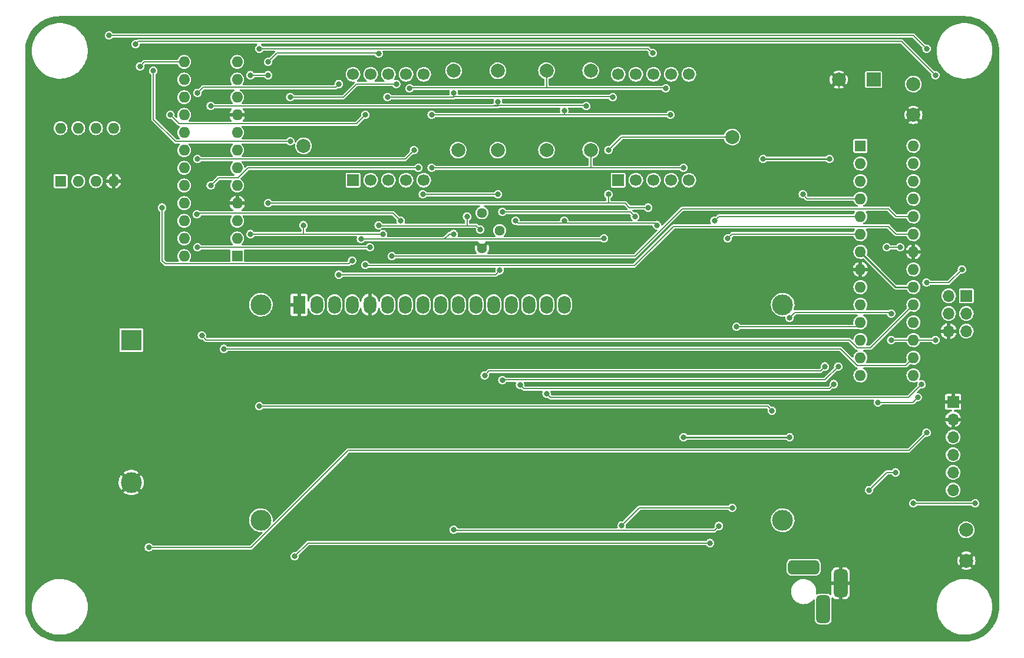
<source format=gbr>
%TF.GenerationSoftware,KiCad,Pcbnew,(6.0.5-0)*%
%TF.CreationDate,2022-07-17T22:17:14-04:00*%
%TF.ProjectId,Annahs_clock_hps,416e6e61-6873-45f6-936c-6f636b5f6870,rev?*%
%TF.SameCoordinates,Original*%
%TF.FileFunction,Copper,L2,Bot*%
%TF.FilePolarity,Positive*%
%FSLAX46Y46*%
G04 Gerber Fmt 4.6, Leading zero omitted, Abs format (unit mm)*
G04 Created by KiCad (PCBNEW (6.0.5-0)) date 2022-07-17 22:17:14*
%MOMM*%
%LPD*%
G01*
G04 APERTURE LIST*
G04 Aperture macros list*
%AMRoundRect*
0 Rectangle with rounded corners*
0 $1 Rounding radius*
0 $2 $3 $4 $5 $6 $7 $8 $9 X,Y pos of 4 corners*
0 Add a 4 corners polygon primitive as box body*
4,1,4,$2,$3,$4,$5,$6,$7,$8,$9,$2,$3,0*
0 Add four circle primitives for the rounded corners*
1,1,$1+$1,$2,$3*
1,1,$1+$1,$4,$5*
1,1,$1+$1,$6,$7*
1,1,$1+$1,$8,$9*
0 Add four rect primitives between the rounded corners*
20,1,$1+$1,$2,$3,$4,$5,0*
20,1,$1+$1,$4,$5,$6,$7,0*
20,1,$1+$1,$6,$7,$8,$9,0*
20,1,$1+$1,$8,$9,$2,$3,0*%
G04 Aperture macros list end*
%TA.AperFunction,ComponentPad*%
%ADD10C,1.440000*%
%TD*%
%TA.AperFunction,ComponentPad*%
%ADD11C,2.000000*%
%TD*%
%TA.AperFunction,ComponentPad*%
%ADD12R,1.700000X1.700000*%
%TD*%
%TA.AperFunction,ComponentPad*%
%ADD13C,1.700000*%
%TD*%
%TA.AperFunction,ComponentPad*%
%ADD14R,1.600000X1.600000*%
%TD*%
%TA.AperFunction,ComponentPad*%
%ADD15O,1.600000X1.600000*%
%TD*%
%TA.AperFunction,ComponentPad*%
%ADD16R,2.000000X2.000000*%
%TD*%
%TA.AperFunction,ComponentPad*%
%ADD17C,3.000000*%
%TD*%
%TA.AperFunction,ComponentPad*%
%ADD18R,1.800000X2.600000*%
%TD*%
%TA.AperFunction,ComponentPad*%
%ADD19O,1.800000X2.600000*%
%TD*%
%TA.AperFunction,ComponentPad*%
%ADD20RoundRect,0.500000X1.750000X0.500000X-1.750000X0.500000X-1.750000X-0.500000X1.750000X-0.500000X0*%
%TD*%
%TA.AperFunction,ComponentPad*%
%ADD21RoundRect,0.500000X-0.500000X1.500000X-0.500000X-1.500000X0.500000X-1.500000X0.500000X1.500000X0*%
%TD*%
%TA.AperFunction,ComponentPad*%
%ADD22O,1.700000X1.700000*%
%TD*%
%TA.AperFunction,ComponentPad*%
%ADD23R,3.000000X3.000000*%
%TD*%
%TA.AperFunction,ViaPad*%
%ADD24C,0.812800*%
%TD*%
%TA.AperFunction,ViaPad*%
%ADD25C,0.800000*%
%TD*%
%TA.AperFunction,Conductor*%
%ADD26C,0.203200*%
%TD*%
%TA.AperFunction,Conductor*%
%ADD27C,0.250000*%
%TD*%
G04 APERTURE END LIST*
D10*
%TO.P,RV1,1,1*%
%TO.N,GND*%
X145665000Y-88382500D03*
%TO.P,RV1,2,2*%
%TO.N,Net-(DS1-Pad3)*%
X148205000Y-85842500D03*
%TO.P,RV1,3,3*%
%TO.N,VCC*%
X145665000Y-83302500D03*
%TD*%
D11*
%TO.P,TP9,1,1*%
%TO.N,/Dig01_G*%
X147955000Y-62865000D03*
%TD*%
D12*
%TO.P,U5,1,E*%
%TO.N,/Dig01_E*%
X127127000Y-78613000D03*
D13*
%TO.P,U5,2,D*%
%TO.N,/Dig01_D*%
X129667000Y-78613000D03*
%TO.P,U5,3,CC*%
%TO.N,/Dig0_Com*%
X132207000Y-78613000D03*
%TO.P,U5,4,C*%
%TO.N,/Dig01_C*%
X134747000Y-78613000D03*
%TO.P,U5,5,DP*%
%TO.N,/Dig01_DP*%
X137287000Y-78613000D03*
%TO.P,U5,6,B*%
%TO.N,/Dig01_B*%
X137287000Y-63373000D03*
%TO.P,U5,7,A*%
%TO.N,/Dig01_A*%
X134747000Y-63373000D03*
%TO.P,U5,8,CC*%
%TO.N,/Dig0_Com*%
X132207000Y-63373000D03*
%TO.P,U5,9,F*%
%TO.N,/Dig01_F*%
X129667000Y-63373000D03*
%TO.P,U5,10,G*%
%TO.N,/Dig01_G*%
X127127000Y-63373000D03*
%TD*%
D11*
%TO.P,TP7,1,1*%
%TO.N,/Dig01_E*%
X142240000Y-74295000D03*
%TD*%
D14*
%TO.P,U2,1,DIN*%
%TO.N,MOSI*%
X110490000Y-89535000D03*
D15*
%TO.P,U2,2,DIG_0*%
%TO.N,/Dig0_Com*%
X110490000Y-86995000D03*
%TO.P,U2,3,DIG_4*%
%TO.N,unconnected-(U2-Pad3)*%
X110490000Y-84455000D03*
%TO.P,U2,4,GND*%
%TO.N,GND*%
X110490000Y-81915000D03*
%TO.P,U2,5,DIG_6*%
%TO.N,unconnected-(U2-Pad5)*%
X110490000Y-79375000D03*
%TO.P,U2,6,DIG_2*%
%TO.N,unconnected-(U2-Pad6)*%
X110490000Y-76835000D03*
%TO.P,U2,7,DIG_3*%
%TO.N,unconnected-(U2-Pad7)*%
X110490000Y-74295000D03*
%TO.P,U2,8,DIG_7*%
%TO.N,unconnected-(U2-Pad8)*%
X110490000Y-71755000D03*
%TO.P,U2,9,GND*%
%TO.N,GND*%
X110490000Y-69215000D03*
%TO.P,U2,10,DIG_5*%
%TO.N,unconnected-(U2-Pad10)*%
X110490000Y-66675000D03*
%TO.P,U2,11,DIG_1*%
%TO.N,/Dig1_Com*%
X110490000Y-64135000D03*
%TO.P,U2,12,LOAD*%
%TO.N,/Driver_Load*%
X110490000Y-61595000D03*
%TO.P,U2,13,CLK*%
%TO.N,LED_SCK*%
X102870000Y-61595000D03*
%TO.P,U2,14,SEG_A*%
%TO.N,/Dig01_A*%
X102870000Y-64135000D03*
%TO.P,U2,15,SEG_F*%
%TO.N,/Dig01_F*%
X102870000Y-66675000D03*
%TO.P,U2,16,SEG_B*%
%TO.N,/Dig01_B*%
X102870000Y-69215000D03*
%TO.P,U2,17,SEG_G*%
%TO.N,/Dig01_G*%
X102870000Y-71755000D03*
%TO.P,U2,18,ISET*%
%TO.N,Net-(R10-Pad2)*%
X102870000Y-74295000D03*
%TO.P,U2,19,V+*%
%TO.N,VCC*%
X102870000Y-76835000D03*
%TO.P,U2,20,SEG_C*%
%TO.N,/Dig01_C*%
X102870000Y-79375000D03*
%TO.P,U2,21,SEG_E*%
%TO.N,/Dig01_E*%
X102870000Y-81915000D03*
%TO.P,U2,22,SEG_DP*%
%TO.N,/Dig01_DP*%
X102870000Y-84455000D03*
%TO.P,U2,23,SEG_D*%
%TO.N,/Dig01_D*%
X102870000Y-86995000D03*
%TO.P,U2,24,DOUT*%
%TO.N,unconnected-(U2-Pad24)*%
X102870000Y-89535000D03*
%TD*%
D11*
%TO.P,TP5,1,1*%
%TO.N,/Dig01_C*%
X154940000Y-74295000D03*
%TD*%
%TO.P,TP14,1,1*%
%TO.N,VCC*%
X207645000Y-64770000D03*
%TD*%
%TO.P,TP10,1,1*%
%TO.N,/Dig01_DP*%
X161290000Y-74295000D03*
%TD*%
D14*
%TO.P,U1,1,X1*%
%TO.N,/RTC_XTAL1*%
X85100000Y-78740000D03*
D15*
%TO.P,U1,2,X2*%
%TO.N,/RTC_XTAL2*%
X87640000Y-78740000D03*
%TO.P,U1,3,VBAT*%
%TO.N,/VBAT*%
X90180000Y-78740000D03*
%TO.P,U1,4,GND*%
%TO.N,GND*%
X92720000Y-78740000D03*
%TO.P,U1,5,SDA*%
%TO.N,/RTC_SDA*%
X92720000Y-71120000D03*
%TO.P,U1,6,SCL*%
%TO.N,/RTC_SCL*%
X90180000Y-71120000D03*
%TO.P,U1,7,SQW/OUT*%
%TO.N,unconnected-(U1-Pad7)*%
X87640000Y-71120000D03*
%TO.P,U1,8,VCC*%
%TO.N,VCC*%
X85100000Y-71120000D03*
%TD*%
D11*
%TO.P,TP4,1,1*%
%TO.N,/Dig01_B*%
X161290000Y-62865000D03*
%TD*%
D16*
%TO.P,BZ1,1,-*%
%TO.N,VCC*%
X201930000Y-64135000D03*
D11*
%TO.P,BZ1,2,+*%
%TO.N,GND*%
X196930000Y-64135000D03*
%TD*%
%TO.P,TP1,1,1*%
%TO.N,/Dig1_Com*%
X181610000Y-72390000D03*
%TD*%
%TO.P,TP6,1,1*%
%TO.N,/Dig01_D*%
X147955000Y-74295000D03*
%TD*%
%TO.P,TP2,1,1*%
%TO.N,VCC*%
X215265000Y-128905000D03*
%TD*%
%TO.P,TP3,1,1*%
%TO.N,/Dig01_A*%
X154940000Y-62865000D03*
%TD*%
%TO.P,TP13,1,1*%
%TO.N,GND*%
X207645000Y-69215000D03*
%TD*%
%TO.P,TP11,1,1*%
%TO.N,/Dig0_Com*%
X120015000Y-73660000D03*
%TD*%
%TO.P,TP8,1,1*%
%TO.N,/Dig01_F*%
X141605000Y-62865000D03*
%TD*%
D12*
%TO.P,U4,1,E*%
%TO.N,/Dig01_E*%
X165227000Y-78613000D03*
D13*
%TO.P,U4,2,D*%
%TO.N,/Dig01_D*%
X167767000Y-78613000D03*
%TO.P,U4,3,CC*%
%TO.N,/Dig1_Com*%
X170307000Y-78613000D03*
%TO.P,U4,4,C*%
%TO.N,/Dig01_C*%
X172847000Y-78613000D03*
%TO.P,U4,5,DP*%
%TO.N,/Dig01_DP*%
X175387000Y-78613000D03*
%TO.P,U4,6,B*%
%TO.N,/Dig01_B*%
X175387000Y-63373000D03*
%TO.P,U4,7,A*%
%TO.N,/Dig01_A*%
X172847000Y-63373000D03*
%TO.P,U4,8,CC*%
%TO.N,/Dig1_Com*%
X170307000Y-63373000D03*
%TO.P,U4,9,F*%
%TO.N,/Dig01_F*%
X167767000Y-63373000D03*
%TO.P,U4,10,G*%
%TO.N,/Dig01_G*%
X165227000Y-63373000D03*
%TD*%
D14*
%TO.P,UI1,1,~{RESET}/PC6*%
%TO.N,~{RESET}*%
X200035000Y-73670000D03*
D15*
%TO.P,UI1,2,PD0*%
%TO.N,RXD*%
X200035000Y-76210000D03*
%TO.P,UI1,3,PD1*%
%TO.N,TXD*%
X200035000Y-78750000D03*
%TO.P,UI1,4,PD2*%
%TO.N,/Buzzer*%
X200035000Y-81290000D03*
%TO.P,UI1,5,PD3*%
%TO.N,/Down_SW*%
X200035000Y-83830000D03*
%TO.P,UI1,6,PD4*%
%TO.N,/Up_SW*%
X200035000Y-86370000D03*
%TO.P,UI1,7,VCC*%
%TO.N,VCC*%
X200035000Y-88910000D03*
%TO.P,UI1,8,GND*%
%TO.N,GND*%
X200035000Y-91450000D03*
%TO.P,UI1,9,XTAL1/PB6*%
%TO.N,/Clk_Crystal1*%
X200035000Y-93990000D03*
%TO.P,UI1,10,XTAL2/PB7*%
%TO.N,/Clk_Crystal2*%
X200035000Y-96530000D03*
%TO.P,UI1,11,PD5*%
%TO.N,/Select_SW*%
X200035000Y-99070000D03*
%TO.P,UI1,12,PD6*%
%TO.N,/LCD_Data4*%
X200035000Y-101610000D03*
%TO.P,UI1,13,PD7*%
%TO.N,/LCD_Data5*%
X200035000Y-104150000D03*
%TO.P,UI1,14,PB0*%
%TO.N,/LCD_Data6*%
X200035000Y-106690000D03*
%TO.P,UI1,15,PB1*%
%TO.N,/LCD_Data7*%
X207655000Y-106690000D03*
%TO.P,UI1,16,PB2*%
%TO.N,/Driver_Load*%
X207655000Y-104150000D03*
%TO.P,UI1,17,PB3*%
%TO.N,MOSI*%
X207655000Y-101610000D03*
%TO.P,UI1,18,PB4*%
%TO.N,MISO*%
X207655000Y-99070000D03*
%TO.P,UI1,19,PB5*%
%TO.N,LED_SCK*%
X207655000Y-96530000D03*
%TO.P,UI1,20,AVCC*%
%TO.N,VCC*%
X207655000Y-93990000D03*
%TO.P,UI1,21,AREF*%
%TO.N,/AREF*%
X207655000Y-91450000D03*
%TO.P,UI1,22,GND*%
%TO.N,GND*%
X207655000Y-88910000D03*
%TO.P,UI1,23,PC0*%
%TO.N,/LCD_RS*%
X207655000Y-86370000D03*
%TO.P,UI1,24,PC1*%
%TO.N,/LCD_Enable*%
X207655000Y-83830000D03*
%TO.P,UI1,25,PC2*%
%TO.N,unconnected-(UI1-Pad25)*%
X207655000Y-81290000D03*
%TO.P,UI1,26,PC3*%
%TO.N,unconnected-(UI1-Pad26)*%
X207655000Y-78750000D03*
%TO.P,UI1,27,PC4*%
%TO.N,/RTC_SDA*%
X207655000Y-76210000D03*
%TO.P,UI1,28,PC5*%
%TO.N,/RTC_SCL*%
X207655000Y-73670000D03*
%TD*%
D17*
%TO.P,DS1,*%
%TO.N,*%
X188880000Y-96520000D03*
X113880900Y-96520000D03*
X113880900Y-127520700D03*
X188879480Y-127520700D03*
D18*
%TO.P,DS1,1,VSS*%
%TO.N,GND*%
X119380000Y-96520000D03*
D19*
%TO.P,DS1,2,VDD*%
%TO.N,VCC*%
X121920000Y-96520000D03*
%TO.P,DS1,3,VO*%
%TO.N,Net-(DS1-Pad3)*%
X124460000Y-96520000D03*
%TO.P,DS1,4,RS*%
%TO.N,/LCD_RS*%
X127000000Y-96520000D03*
%TO.P,DS1,5,R/W*%
%TO.N,GND*%
X129540000Y-96520000D03*
%TO.P,DS1,6,E*%
%TO.N,/LCD_Enable*%
X132080000Y-96520000D03*
%TO.P,DS1,7,D0*%
%TO.N,unconnected-(DS1-Pad7)*%
X134620000Y-96520000D03*
%TO.P,DS1,8,D1*%
%TO.N,unconnected-(DS1-Pad8)*%
X137160000Y-96520000D03*
%TO.P,DS1,9,D2*%
%TO.N,unconnected-(DS1-Pad9)*%
X139700000Y-96520000D03*
%TO.P,DS1,10,D3*%
%TO.N,unconnected-(DS1-Pad10)*%
X142240000Y-96520000D03*
%TO.P,DS1,11,D4*%
%TO.N,/LCD_Data4*%
X144780000Y-96520000D03*
%TO.P,DS1,12,D5*%
%TO.N,/LCD_Data5*%
X147320000Y-96520000D03*
%TO.P,DS1,13,D6*%
%TO.N,/LCD_Data6*%
X149860000Y-96520000D03*
%TO.P,DS1,14,D7*%
%TO.N,/LCD_Data7*%
X152400000Y-96520000D03*
%TO.P,DS1,15,LED(+)*%
%TO.N,Net-(DS1-Pad15)*%
X154940000Y-96520000D03*
%TO.P,DS1,16,LED(-)*%
%TO.N,Net-(DS1-Pad16)*%
X157480000Y-96520000D03*
%TD*%
D20*
%TO.P,J2,1,POLE*%
%TO.N,Net-(C6-Pad1)*%
X191890000Y-134295000D03*
D21*
%TO.P,J2,2,OUT*%
%TO.N,GND*%
X197190000Y-136595000D03*
%TO.P,J2,3,OUT*%
%TO.N,unconnected-(J2-Pad3)*%
X194690000Y-140295000D03*
%TD*%
D12*
%TO.P,J1,1,Pin_1*%
%TO.N,GND*%
X213360000Y-110490000D03*
D22*
%TO.P,J1,2,Pin_2*%
X213360000Y-113030000D03*
%TO.P,J1,3,Pin_3*%
%TO.N,unconnected-(J1-Pad3)*%
X213360000Y-115570000D03*
%TO.P,J1,4,Pin_4*%
%TO.N,Net-(J1-Pad4)*%
X213360000Y-118110000D03*
%TO.P,J1,5,Pin_5*%
%TO.N,Net-(J1-Pad5)*%
X213360000Y-120650000D03*
%TO.P,J1,6,Pin_6*%
%TO.N,Net-(C3-Pad2)*%
X213360000Y-123190000D03*
%TD*%
D12*
%TO.P,J3,1,Pin_1*%
%TO.N,MISO*%
X215265000Y-95250000D03*
D22*
%TO.P,J3,2,Pin_2*%
%TO.N,VCC*%
X212725000Y-95250000D03*
%TO.P,J3,3,Pin_3*%
%TO.N,LED_SCK*%
X215265000Y-97790000D03*
%TO.P,J3,4,Pin_4*%
%TO.N,MOSI*%
X212725000Y-97790000D03*
%TO.P,J3,5,Pin_5*%
%TO.N,~{RESET}*%
X215265000Y-100330000D03*
%TO.P,J3,6,Pin_6*%
%TO.N,GND*%
X212725000Y-100330000D03*
%TD*%
D11*
%TO.P,TP12,1,1*%
%TO.N,GND*%
X215265000Y-133350000D03*
%TD*%
D23*
%TO.P,BT1,1,+*%
%TO.N,/VBAT*%
X95250000Y-101600000D03*
D17*
%TO.P,BT1,2,-*%
%TO.N,GND*%
X95250000Y-122090000D03*
%TD*%
D24*
%TO.N,GND*%
X189230000Y-64770000D03*
D25*
X213360000Y-103505000D03*
D24*
X193675000Y-113665000D03*
X208490000Y-128015000D03*
X148590000Y-88827500D03*
X100330000Y-64135000D03*
X156210000Y-136525000D03*
X152400000Y-88827500D03*
X193040000Y-62230000D03*
X195580000Y-62230000D03*
D25*
X196850000Y-93980000D03*
D24*
X213360000Y-90805000D03*
X132080000Y-134620000D03*
X215900000Y-82550000D03*
D25*
X181610000Y-92710000D03*
D24*
X96520000Y-135890000D03*
X208275000Y-140080000D03*
X164465000Y-92710000D03*
X156210000Y-79375000D03*
X179705000Y-137160000D03*
%TO.N,MISO*%
X97790001Y-131445000D03*
X209550000Y-114935000D03*
D25*
%TO.N,~{RESET}*%
X195580000Y-75565000D03*
X186055000Y-75565000D03*
D24*
X216535000Y-125095000D03*
D25*
X189865000Y-115570000D03*
X174625000Y-115570000D03*
D24*
X207645000Y-125095000D03*
%TO.N,Net-(C3-Pad2)*%
X205105000Y-120650000D03*
X201295000Y-123190000D03*
%TO.N,LED_SCK*%
X214630000Y-91440000D03*
X209550000Y-93345000D03*
X105410000Y-100965000D03*
X96520000Y-62230000D03*
%TO.N,/LCD_Data7*%
X154940000Y-109292500D03*
X208839300Y-107981750D03*
%TO.N,/LCD_Data6*%
X151130000Y-108025700D03*
X196215000Y-107950000D03*
%TO.N,/LCD_Data5*%
X148590000Y-107390700D03*
X196850000Y-105410000D03*
%TO.N,/LCD_Data4*%
X194945000Y-105410000D03*
X146050000Y-106680000D03*
%TO.N,/LCD_Enable*%
X132715000Y-89535000D03*
%TO.N,/LCD_RS*%
X128905000Y-90805000D03*
%TO.N,Net-(DS1-Pad3)*%
X148205000Y-91591401D03*
X125095000Y-92192500D03*
%TO.N,/Down_SW*%
X178435000Y-130810000D03*
X179070000Y-84455000D03*
X118745000Y-132715000D03*
%TO.N,/Select_SW*%
X165735000Y-128270000D03*
X182245000Y-99695000D03*
X181610000Y-125730000D03*
%TO.N,TXD*%
X202565000Y-110562500D03*
X208280000Y-109855000D03*
%TO.N,RXD*%
X205740000Y-88265000D03*
X203835000Y-88265000D03*
%TO.N,MOSI*%
X187325000Y-111760000D03*
X113665000Y-111125000D03*
X204470000Y-101600000D03*
X189865000Y-98425000D03*
X204470000Y-97790000D03*
D25*
X210820000Y-101600000D03*
D24*
%TO.N,/RTC_SDA*%
X95885000Y-59055000D03*
X210820000Y-63500000D03*
%TO.N,/RTC_SCL*%
X209550000Y-59690000D03*
X92075000Y-57785000D03*
%TO.N,/Up_SW*%
X180975000Y-86995000D03*
X141605000Y-128905000D03*
X179705000Y-128345700D03*
%TO.N,/Dig1_Com*%
X163830000Y-74295000D03*
X163830000Y-80645000D03*
X114935000Y-63500000D03*
X113665000Y-59690000D03*
X112395000Y-63500000D03*
X169545000Y-82550000D03*
X170180000Y-60325000D03*
X114935000Y-81915000D03*
%TO.N,/Dig01_A*%
X133350000Y-64770000D03*
X172085000Y-65405000D03*
X118110000Y-73025000D03*
X118110000Y-66675000D03*
X135255000Y-65405000D03*
X98425000Y-62865000D03*
%TO.N,/Dig01_F*%
X132080000Y-66675000D03*
X128905000Y-69215000D03*
X164465000Y-66675000D03*
X100889300Y-69215000D03*
X141605000Y-66040000D03*
%TO.N,/Dig01_B*%
X138430000Y-69215000D03*
X135890000Y-74295000D03*
X104775000Y-75565000D03*
X172720000Y-69215000D03*
X157480000Y-68580000D03*
%TO.N,/Dig01_G*%
X106680000Y-67945000D03*
X104775000Y-66040000D03*
X125095000Y-64770000D03*
X147955000Y-67310000D03*
X160655000Y-67945000D03*
%TO.N,/Dig01_C*%
X133985000Y-84455000D03*
X147955000Y-80645000D03*
X104699300Y-83523431D03*
X157480000Y-84455000D03*
X150495000Y-84455000D03*
X170815000Y-85090000D03*
X137160000Y-80645000D03*
%TO.N,/Dig01_E*%
X99695000Y-82550000D03*
X128270000Y-87070700D03*
X127000000Y-90170000D03*
X141605000Y-86360000D03*
X163195000Y-86995000D03*
%TO.N,/Dig01_DP*%
X136525000Y-76835000D03*
X174625000Y-76835000D03*
X106680000Y-79375000D03*
X138430000Y-76835000D03*
%TO.N,/Dig0_Com*%
X120015000Y-85090000D03*
X130810000Y-60400700D03*
X112395000Y-86360000D03*
X131445000Y-86360000D03*
X114935000Y-61595000D03*
%TO.N,/Dig01_D*%
X129540000Y-88265000D03*
X145415000Y-85725000D03*
X148590000Y-83185000D03*
X130810000Y-85090000D03*
X104775000Y-88265000D03*
X143510000Y-83820000D03*
X167640000Y-83820000D03*
%TO.N,/Driver_Load*%
X108585000Y-102870000D03*
%TO.N,/Buzzer*%
X191770000Y-80645000D03*
%TD*%
D26*
%TO.N,Net-(C3-Pad2)*%
X203835000Y-120650000D02*
X205105000Y-120650000D01*
X201295000Y-123190000D02*
X203835000Y-120650000D01*
%TO.N,MOSI*%
X190655689Y-97634311D02*
X204314311Y-97634311D01*
X189865000Y-98425000D02*
X190655689Y-97634311D01*
X204314311Y-97634311D02*
X204470000Y-97790000D01*
X204480000Y-101610000D02*
X204470000Y-101600000D01*
X207655000Y-101610000D02*
X204480000Y-101610000D01*
%TO.N,GND*%
X149152500Y-88265000D02*
X148590000Y-88827500D01*
X198120000Y-69850000D02*
X207010000Y-69850000D01*
X196930000Y-64135000D02*
X196930000Y-68660000D01*
X151837500Y-88265000D02*
X149152500Y-88265000D01*
X152400000Y-88827500D02*
X151837500Y-88265000D01*
X207010000Y-69850000D02*
X207645000Y-69215000D01*
X196930000Y-68660000D02*
X198120000Y-69850000D01*
X193040000Y-62230000D02*
X195580000Y-62230000D01*
%TO.N,MISO*%
X209550000Y-114935000D02*
X207010000Y-117475000D01*
X126473757Y-117475000D02*
X112503757Y-131445000D01*
X112503757Y-131445000D02*
X97790001Y-131445000D01*
X207010000Y-117475000D02*
X126473757Y-117475000D01*
D27*
%TO.N,VCC*%
X205115000Y-93990000D02*
X200035000Y-88910000D01*
X207655000Y-93990000D02*
X205115000Y-93990000D01*
%TO.N,~{RESET}*%
X186055000Y-75565000D02*
X195580000Y-75565000D01*
X189865000Y-115570000D02*
X174625000Y-115570000D01*
D26*
X207645000Y-125095000D02*
X216535000Y-125095000D01*
%TO.N,LED_SCK*%
X214630000Y-91440000D02*
X212725000Y-93345000D01*
X102870000Y-61595000D02*
X97155000Y-61595000D01*
X201473889Y-102711111D02*
X207655000Y-96530000D01*
X97155000Y-61595000D02*
X96520000Y-62230000D01*
X105410000Y-100965000D02*
X106045000Y-101600000D01*
X199578904Y-102711111D02*
X201473889Y-102711111D01*
X212725000Y-93345000D02*
X209550000Y-93345000D01*
X198467793Y-101600000D02*
X199578904Y-102711111D01*
X106045000Y-101600000D02*
X198467793Y-101600000D01*
%TO.N,/LCD_Data7*%
X155502500Y-109855000D02*
X154940000Y-109292500D01*
X208839300Y-107981750D02*
X206966050Y-109855000D01*
X206966050Y-109855000D02*
X155502500Y-109855000D01*
%TO.N,/LCD_Data6*%
X151689300Y-108585000D02*
X151130000Y-108025700D01*
X195580000Y-108585000D02*
X151689300Y-108585000D01*
X196215000Y-107950000D02*
X195580000Y-108585000D01*
%TO.N,/LCD_Data5*%
X148665700Y-107315000D02*
X148590000Y-107390700D01*
X194945000Y-107315000D02*
X148665700Y-107315000D01*
X196850000Y-105410000D02*
X194945000Y-107315000D01*
%TO.N,/LCD_Data4*%
X146685000Y-106045000D02*
X194310000Y-106045000D01*
X194310000Y-106045000D02*
X194945000Y-105410000D01*
X146050000Y-106680000D02*
X146685000Y-106045000D01*
%TO.N,/LCD_Enable*%
X204086389Y-82725689D02*
X205190700Y-83830000D01*
X174449311Y-82725689D02*
X204086389Y-82725689D01*
X132715000Y-89535000D02*
X167640000Y-89535000D01*
X205190700Y-83830000D02*
X207655000Y-83830000D01*
X167640000Y-89535000D02*
X174449311Y-82725689D01*
%TO.N,/LCD_RS*%
X128980701Y-90880701D02*
X167564299Y-90880701D01*
X204086389Y-85265689D02*
X205190700Y-86370000D01*
X205190700Y-86370000D02*
X207655000Y-86370000D01*
X167564299Y-90880701D02*
X173179311Y-85265689D01*
X173179311Y-85265689D02*
X204086389Y-85265689D01*
X128905000Y-90805000D02*
X128980701Y-90880701D01*
%TO.N,Net-(DS1-Pad3)*%
X148205000Y-91591401D02*
X147603901Y-92192500D01*
X147603901Y-92192500D02*
X125095000Y-92192500D01*
%TO.N,/Down_SW*%
X200035000Y-83830000D02*
X179695000Y-83830000D01*
X179695000Y-83830000D02*
X179070000Y-84455000D01*
X118745000Y-132715000D02*
X120650000Y-130810000D01*
X120650000Y-130810000D02*
X178435000Y-130810000D01*
%TO.N,/Select_SW*%
X200035000Y-99070000D02*
X199410000Y-99695000D01*
X168275000Y-125730000D02*
X181610000Y-125730000D01*
X199410000Y-99695000D02*
X182245000Y-99695000D01*
X165735000Y-128270000D02*
X168275000Y-125730000D01*
%TO.N,TXD*%
X207572500Y-110562500D02*
X202565000Y-110562500D01*
X208280000Y-109855000D02*
X207572500Y-110562500D01*
%TO.N,RXD*%
X205740000Y-88265000D02*
X203835000Y-88265000D01*
%TO.N,MOSI*%
X186690000Y-111125000D02*
X187325000Y-111760000D01*
X210810000Y-101610000D02*
X210820000Y-101600000D01*
X113665000Y-111125000D02*
X186690000Y-111125000D01*
X207655000Y-101610000D02*
X210810000Y-101610000D01*
%TO.N,/RTC_SDA*%
X205969090Y-58649090D02*
X210820000Y-63500000D01*
X96290910Y-58649090D02*
X205969090Y-58649090D01*
X95885000Y-59055000D02*
X96290910Y-58649090D01*
%TO.N,/RTC_SCL*%
X92075000Y-57785000D02*
X207645000Y-57785000D01*
X207645000Y-57785000D02*
X209550000Y-59690000D01*
%TO.N,/Up_SW*%
X181600000Y-86370000D02*
X180975000Y-86995000D01*
X141680701Y-128980701D02*
X179069999Y-128980701D01*
X141605000Y-128905000D02*
X141680701Y-128980701D01*
X179069999Y-128980701D02*
X179705000Y-128345700D01*
X200035000Y-86370000D02*
X181600000Y-86370000D01*
%TO.N,/Dig1_Com*%
X165735000Y-72390000D02*
X163830000Y-74295000D01*
X166855378Y-82550000D02*
X166220378Y-81915000D01*
X114935000Y-63500000D02*
X112395000Y-63500000D01*
X166220378Y-81915000D02*
X163830000Y-81915000D01*
X181610000Y-72390000D02*
X165735000Y-72390000D01*
X113665000Y-59690000D02*
X169545000Y-59690000D01*
X163830000Y-80645000D02*
X163830000Y-81915000D01*
X169545000Y-82550000D02*
X166855378Y-82550000D01*
X163830000Y-81915000D02*
X114935000Y-81915000D01*
X169545000Y-59690000D02*
X170180000Y-60325000D01*
%TO.N,/Dig01_A*%
X172009299Y-65329299D02*
X154864299Y-65329299D01*
X135330701Y-65329299D02*
X135255000Y-65405000D01*
X125730000Y-66675000D02*
X127635000Y-64770000D01*
X98425000Y-69850000D02*
X98425000Y-62865000D01*
X98425000Y-69850000D02*
X101600000Y-73025000D01*
X118110000Y-73025000D02*
X101600000Y-73025000D01*
X154940000Y-62865000D02*
X154940000Y-65253598D01*
X154864299Y-65329299D02*
X135330701Y-65329299D01*
X172085000Y-65405000D02*
X172009299Y-65329299D01*
X154940000Y-65253598D02*
X154864299Y-65329299D01*
X125730000Y-66675000D02*
X118110000Y-66675000D01*
X133350000Y-64770000D02*
X127635000Y-64770000D01*
%TO.N,/Dig01_F*%
X127635000Y-70485000D02*
X102159300Y-70485000D01*
X141680701Y-66599299D02*
X141605000Y-66675000D01*
X164465000Y-66675000D02*
X164389299Y-66599299D01*
X141605000Y-66675000D02*
X132080000Y-66675000D01*
X128905000Y-69215000D02*
X127635000Y-70485000D01*
X102159300Y-70485000D02*
X100889300Y-69215000D01*
X141605000Y-66040000D02*
X141605000Y-66675000D01*
X164389299Y-66599299D02*
X141680701Y-66599299D01*
%TO.N,/Dig01_B*%
X104775000Y-75565000D02*
X134620000Y-75565000D01*
X157480000Y-69215000D02*
X138430000Y-69215000D01*
X172720000Y-69215000D02*
X157480000Y-69215000D01*
X157480000Y-68580000D02*
X157480000Y-69215000D01*
X134620000Y-75565000D02*
X135890000Y-74295000D01*
%TO.N,/Dig01_G*%
X160655000Y-67945000D02*
X160579299Y-67869299D01*
X147395701Y-67869299D02*
X147320000Y-67945000D01*
X125095000Y-64770000D02*
X124625689Y-65239311D01*
X147955000Y-67945000D02*
X147320000Y-67945000D01*
X147320000Y-67945000D02*
X106680000Y-67945000D01*
X124625689Y-65239311D02*
X105575689Y-65239311D01*
X105575689Y-65239311D02*
X104775000Y-66040000D01*
X160579299Y-67869299D02*
X147395701Y-67869299D01*
X147955000Y-67310000D02*
X147955000Y-67945000D01*
%TO.N,/Dig01_C*%
X133985000Y-84455000D02*
X132880689Y-83350689D01*
X132880689Y-83350689D02*
X104872042Y-83350689D01*
X170543189Y-84818189D02*
X150858189Y-84818189D01*
X157480000Y-84455000D02*
X157480000Y-84546378D01*
X104872042Y-83350689D02*
X104699300Y-83523431D01*
X150858189Y-84818189D02*
X150495000Y-84455000D01*
X170815000Y-85090000D02*
X170543189Y-84818189D01*
X157480000Y-84546378D02*
X157208189Y-84818189D01*
X147955000Y-80645000D02*
X137160000Y-80645000D01*
%TO.N,/Dig01_E*%
X141605000Y-86360000D02*
X140970000Y-86360000D01*
X100164311Y-90639311D02*
X126530689Y-90639311D01*
X140970000Y-86360000D02*
X140259300Y-87070700D01*
X99695000Y-90170000D02*
X100164311Y-90639311D01*
X163119299Y-87070701D02*
X128270000Y-87070700D01*
X126530689Y-90639311D02*
X127000000Y-90170000D01*
X99695000Y-82550000D02*
X99695000Y-90170000D01*
X163195000Y-86995000D02*
X163119299Y-87070701D01*
%TO.N,/Dig01_DP*%
X112051733Y-76835000D02*
X110616044Y-78270689D01*
X136525000Y-76835000D02*
X112051733Y-76835000D01*
X161290000Y-74295000D02*
X161290000Y-76835000D01*
X174625000Y-76835000D02*
X161290000Y-76835000D01*
X110616044Y-78270689D02*
X107784311Y-78270689D01*
X107784311Y-78270689D02*
X106680000Y-79375000D01*
X161290000Y-76835000D02*
X138430000Y-76835000D01*
%TO.N,/Dig0_Com*%
X116205000Y-60325000D02*
X114935000Y-61595000D01*
X120015000Y-86360000D02*
X112395000Y-86360000D01*
X130810000Y-60400700D02*
X130734300Y-60325000D01*
X120015000Y-85090000D02*
X120015000Y-86360000D01*
X130734300Y-60325000D02*
X116205000Y-60325000D01*
X131445000Y-86360000D02*
X120015000Y-86360000D01*
%TO.N,/Dig01_D*%
X143434299Y-85165701D02*
X142950701Y-85165701D01*
X104775000Y-88265000D02*
X129540000Y-88265000D01*
X167005000Y-83185000D02*
X148590000Y-83185000D01*
X142950701Y-85165701D02*
X144855701Y-85165701D01*
X143510000Y-85090000D02*
X143434299Y-85165701D01*
X167640000Y-83820000D02*
X167005000Y-83185000D01*
X143510000Y-83820000D02*
X143510000Y-85090000D01*
X142950701Y-85165701D02*
X130885701Y-85165701D01*
X144855701Y-85165701D02*
X145415000Y-85725000D01*
X130885701Y-85165701D02*
X130810000Y-85090000D01*
%TO.N,/Driver_Load*%
X206553889Y-105251111D02*
X199578904Y-105251111D01*
X199578904Y-105251111D02*
X197197793Y-102870000D01*
X207655000Y-104150000D02*
X206553889Y-105251111D01*
X197197793Y-102870000D02*
X108585000Y-102870000D01*
%TO.N,/Buzzer*%
X200035000Y-81290000D02*
X192415000Y-81290000D01*
X192415000Y-81290000D02*
X191770000Y-80645000D01*
%TD*%
%TA.AperFunction,Conductor*%
%TO.N,GND*%
G36*
X214997939Y-55010511D02*
G01*
X215000000Y-55011365D01*
X215001866Y-55010593D01*
X215002600Y-55010608D01*
X215406824Y-55027327D01*
X215417202Y-55028187D01*
X215616637Y-55053046D01*
X215816081Y-55077906D01*
X215826337Y-55079618D01*
X216185417Y-55154909D01*
X216219742Y-55162106D01*
X216229838Y-55164662D01*
X216615103Y-55279361D01*
X216624932Y-55282735D01*
X216999430Y-55428865D01*
X217008930Y-55433032D01*
X217370052Y-55609574D01*
X217379211Y-55614530D01*
X217724523Y-55820292D01*
X217733240Y-55825988D01*
X218060377Y-56059558D01*
X218068587Y-56065948D01*
X218276990Y-56242457D01*
X218375323Y-56325741D01*
X218382984Y-56332794D01*
X218667206Y-56617016D01*
X218674259Y-56624677D01*
X218934052Y-56931413D01*
X218940442Y-56939623D01*
X219174012Y-57266760D01*
X219179708Y-57275477D01*
X219251574Y-57396083D01*
X219352219Y-57564986D01*
X219385470Y-57620789D01*
X219390424Y-57629945D01*
X219547408Y-57951059D01*
X219566964Y-57991062D01*
X219571135Y-58000570D01*
X219717265Y-58375068D01*
X219720639Y-58384897D01*
X219835338Y-58770162D01*
X219837894Y-58780258D01*
X219916829Y-59156714D01*
X219920381Y-59173655D01*
X219922094Y-59183919D01*
X219941375Y-59338604D01*
X219971813Y-59582798D01*
X219972673Y-59593176D01*
X219989392Y-59997400D01*
X219989407Y-59998134D01*
X219988635Y-60000000D01*
X219989489Y-60002061D01*
X219989500Y-60002607D01*
X219989500Y-139997393D01*
X219989489Y-139997939D01*
X219988635Y-140000000D01*
X219989407Y-140001866D01*
X219989392Y-140002600D01*
X219972673Y-140406824D01*
X219971813Y-140417202D01*
X219925140Y-140791646D01*
X219922095Y-140816073D01*
X219920382Y-140826337D01*
X219919045Y-140832716D01*
X219837894Y-141219742D01*
X219835338Y-141229838D01*
X219720639Y-141615103D01*
X219717265Y-141624932D01*
X219571135Y-141999430D01*
X219566968Y-142008930D01*
X219398159Y-142354234D01*
X219390426Y-142370052D01*
X219385470Y-142379211D01*
X219179708Y-142724523D01*
X219174012Y-142733240D01*
X218940442Y-143060377D01*
X218934052Y-143068587D01*
X218836686Y-143183547D01*
X218674259Y-143375323D01*
X218667206Y-143382984D01*
X218382984Y-143667206D01*
X218375323Y-143674259D01*
X218068587Y-143934052D01*
X218060377Y-143940442D01*
X217733240Y-144174012D01*
X217724523Y-144179708D01*
X217379211Y-144385470D01*
X217370055Y-144390424D01*
X217008930Y-144566968D01*
X216999430Y-144571135D01*
X216624932Y-144717265D01*
X216615103Y-144720639D01*
X216229838Y-144835338D01*
X216219741Y-144837894D01*
X215826337Y-144920382D01*
X215816081Y-144922094D01*
X215621170Y-144946389D01*
X215417202Y-144971813D01*
X215406824Y-144972673D01*
X215002600Y-144989392D01*
X215001866Y-144989407D01*
X215000000Y-144988635D01*
X214997939Y-144989489D01*
X214997393Y-144989500D01*
X85002607Y-144989500D01*
X85002061Y-144989489D01*
X85000000Y-144988635D01*
X84998134Y-144989407D01*
X84997400Y-144989392D01*
X84593176Y-144972673D01*
X84582798Y-144971813D01*
X84378830Y-144946389D01*
X84183919Y-144922094D01*
X84173663Y-144920382D01*
X83780259Y-144837894D01*
X83770162Y-144835338D01*
X83384897Y-144720639D01*
X83375068Y-144717265D01*
X83000570Y-144571135D01*
X82991070Y-144566968D01*
X82629945Y-144390424D01*
X82620789Y-144385470D01*
X82275477Y-144179708D01*
X82266760Y-144174012D01*
X81939623Y-143940442D01*
X81931413Y-143934052D01*
X81624677Y-143674259D01*
X81617016Y-143667206D01*
X81332794Y-143382984D01*
X81325741Y-143375323D01*
X81163314Y-143183547D01*
X81065948Y-143068587D01*
X81059558Y-143060377D01*
X80825988Y-142733240D01*
X80820292Y-142724523D01*
X80614530Y-142379211D01*
X80609574Y-142370052D01*
X80601841Y-142354234D01*
X80433032Y-142008930D01*
X80428865Y-141999430D01*
X80282735Y-141624932D01*
X80279361Y-141615103D01*
X80164662Y-141229838D01*
X80162106Y-141219742D01*
X80080955Y-140832716D01*
X80079618Y-140826337D01*
X80077905Y-140816073D01*
X80074861Y-140791646D01*
X80028187Y-140417202D01*
X80027327Y-140406824D01*
X80010608Y-140002600D01*
X80010593Y-140001866D01*
X80011365Y-140000000D01*
X80010511Y-139997939D01*
X80010500Y-139997393D01*
X80010500Y-139986019D01*
X80994883Y-139986019D01*
X81013974Y-140390833D01*
X81014445Y-140393986D01*
X81014446Y-140393994D01*
X81017142Y-140412030D01*
X81073876Y-140791646D01*
X81074662Y-140794728D01*
X81074662Y-140794730D01*
X81084345Y-140832716D01*
X81173975Y-141184352D01*
X81313248Y-141564933D01*
X81398251Y-141739991D01*
X81487405Y-141923594D01*
X81490268Y-141929491D01*
X81491940Y-141932198D01*
X81491941Y-141932200D01*
X81679439Y-142235784D01*
X81703223Y-142274294D01*
X81705155Y-142276812D01*
X81705162Y-142276822D01*
X81947991Y-142593283D01*
X81949932Y-142595812D01*
X81952114Y-142598128D01*
X81952123Y-142598138D01*
X82071223Y-142724523D01*
X82227869Y-142890751D01*
X82534189Y-143156094D01*
X82536799Y-143157929D01*
X82536805Y-143157933D01*
X82736373Y-143298192D01*
X82865755Y-143389123D01*
X83219173Y-143587452D01*
X83222087Y-143588719D01*
X83222091Y-143588721D01*
X83375386Y-143655375D01*
X83590825Y-143749050D01*
X83774813Y-143807768D01*
X83973860Y-143871293D01*
X83973869Y-143871295D01*
X83976904Y-143872264D01*
X84192469Y-143917691D01*
X84370339Y-143955174D01*
X84370344Y-143955175D01*
X84373458Y-143955831D01*
X84776427Y-143998896D01*
X84779614Y-143998913D01*
X84779620Y-143998913D01*
X84963626Y-143999876D01*
X85181685Y-144001018D01*
X85334498Y-143986304D01*
X85581918Y-143962480D01*
X85581923Y-143962479D01*
X85585083Y-143962175D01*
X85588202Y-143961552D01*
X85588207Y-143961551D01*
X85784157Y-143922396D01*
X85982491Y-143882765D01*
X86251745Y-143799932D01*
X86366794Y-143764538D01*
X86366798Y-143764536D01*
X86369839Y-143763601D01*
X86372775Y-143762361D01*
X86372780Y-143762359D01*
X86598039Y-143667206D01*
X86743162Y-143605904D01*
X87098637Y-143411286D01*
X87432626Y-143181743D01*
X87462870Y-143156094D01*
X87739278Y-142921683D01*
X87739280Y-142921681D01*
X87741708Y-142919622D01*
X88022718Y-142627609D01*
X88169510Y-142440399D01*
X88270818Y-142311197D01*
X88270822Y-142311192D01*
X88272781Y-142308693D01*
X88489334Y-141966139D01*
X88490754Y-141963290D01*
X88490759Y-141963282D01*
X88668742Y-141606302D01*
X88670162Y-141603454D01*
X88810879Y-141231057D01*
X88812288Y-141227328D01*
X88812289Y-141227325D01*
X88813412Y-141224353D01*
X88824056Y-141184352D01*
X88916798Y-140835801D01*
X88917619Y-140832716D01*
X88918640Y-140826345D01*
X88981210Y-140435704D01*
X88981715Y-140432553D01*
X88982899Y-140412030D01*
X89004945Y-140029656D01*
X89005043Y-140027961D01*
X89005141Y-140000000D01*
X88984638Y-139595255D01*
X88923337Y-139194655D01*
X88861100Y-138954001D01*
X88822664Y-138805379D01*
X88822661Y-138805371D01*
X88821867Y-138802299D01*
X88816935Y-138788966D01*
X88682376Y-138425204D01*
X88682373Y-138425198D01*
X88681267Y-138422207D01*
X88502975Y-138058269D01*
X88288818Y-137714212D01*
X88266090Y-137684805D01*
X190088320Y-137684805D01*
X190091822Y-137952320D01*
X190092573Y-137956931D01*
X190131066Y-138193284D01*
X190134827Y-138216380D01*
X190136252Y-138220831D01*
X190188056Y-138382666D01*
X190216390Y-138471183D01*
X190218454Y-138475368D01*
X190218455Y-138475371D01*
X190293959Y-138628478D01*
X190334719Y-138711131D01*
X190487215Y-138930953D01*
X190490412Y-138934351D01*
X190490414Y-138934354D01*
X190585481Y-139035413D01*
X190670528Y-139125820D01*
X190880631Y-139291452D01*
X191026223Y-139374665D01*
X191037843Y-139381306D01*
X191112907Y-139424209D01*
X191117258Y-139425901D01*
X191117260Y-139425902D01*
X191280206Y-139489268D01*
X191362255Y-139521175D01*
X191623197Y-139580220D01*
X191627845Y-139580565D01*
X191627849Y-139580566D01*
X191886851Y-139599813D01*
X191890000Y-139600047D01*
X191929457Y-139599014D01*
X191981313Y-139597656D01*
X191981320Y-139597655D01*
X191984469Y-139597573D01*
X191987595Y-139597175D01*
X191987599Y-139597175D01*
X192245230Y-139564400D01*
X192249868Y-139563810D01*
X192254369Y-139562541D01*
X192254372Y-139562540D01*
X192397384Y-139522206D01*
X192507362Y-139491189D01*
X192751294Y-139381306D01*
X192976304Y-139236575D01*
X192979814Y-139233496D01*
X192979819Y-139233493D01*
X193173940Y-139063253D01*
X193177451Y-139060174D01*
X193267333Y-138954001D01*
X193326613Y-138914933D01*
X193397605Y-138914117D01*
X193457769Y-138951811D01*
X193488003Y-139016048D01*
X193489500Y-139035413D01*
X193489501Y-140788498D01*
X193489501Y-141850992D01*
X193489764Y-141853850D01*
X193489764Y-141853859D01*
X193493015Y-141889243D01*
X193496171Y-141923594D01*
X193498170Y-141929972D01*
X193498170Y-141929973D01*
X193519928Y-141999401D01*
X193546873Y-142085383D01*
X193634703Y-142230408D01*
X193754592Y-142350297D01*
X193899617Y-142438127D01*
X193906864Y-142440398D01*
X193906866Y-142440399D01*
X193972106Y-142460844D01*
X194061406Y-142488829D01*
X194134007Y-142495500D01*
X194136905Y-142495500D01*
X194691442Y-142495499D01*
X195245992Y-142495499D01*
X195248850Y-142495236D01*
X195248859Y-142495236D01*
X195284243Y-142491985D01*
X195318594Y-142488829D01*
X195324979Y-142486828D01*
X195473134Y-142440399D01*
X195473136Y-142440398D01*
X195480383Y-142438127D01*
X195625408Y-142350297D01*
X195745297Y-142230408D01*
X195833127Y-142085383D01*
X195883829Y-141923594D01*
X195890500Y-141850993D01*
X195890499Y-139986019D01*
X210994883Y-139986019D01*
X211013974Y-140390833D01*
X211014445Y-140393986D01*
X211014446Y-140393994D01*
X211017142Y-140412030D01*
X211073876Y-140791646D01*
X211074662Y-140794728D01*
X211074662Y-140794730D01*
X211084345Y-140832716D01*
X211173975Y-141184352D01*
X211313248Y-141564933D01*
X211398251Y-141739991D01*
X211487405Y-141923594D01*
X211490268Y-141929491D01*
X211491940Y-141932198D01*
X211491941Y-141932200D01*
X211679439Y-142235784D01*
X211703223Y-142274294D01*
X211705155Y-142276812D01*
X211705162Y-142276822D01*
X211947991Y-142593283D01*
X211949932Y-142595812D01*
X211952114Y-142598128D01*
X211952123Y-142598138D01*
X212071223Y-142724523D01*
X212227869Y-142890751D01*
X212534189Y-143156094D01*
X212536799Y-143157929D01*
X212536805Y-143157933D01*
X212736373Y-143298192D01*
X212865755Y-143389123D01*
X213219173Y-143587452D01*
X213222087Y-143588719D01*
X213222091Y-143588721D01*
X213375386Y-143655375D01*
X213590825Y-143749050D01*
X213774813Y-143807768D01*
X213973860Y-143871293D01*
X213973869Y-143871295D01*
X213976904Y-143872264D01*
X214192469Y-143917691D01*
X214370339Y-143955174D01*
X214370344Y-143955175D01*
X214373458Y-143955831D01*
X214776427Y-143998896D01*
X214779614Y-143998913D01*
X214779620Y-143998913D01*
X214963626Y-143999876D01*
X215181685Y-144001018D01*
X215334498Y-143986304D01*
X215581918Y-143962480D01*
X215581923Y-143962479D01*
X215585083Y-143962175D01*
X215588202Y-143961552D01*
X215588207Y-143961551D01*
X215784157Y-143922396D01*
X215982491Y-143882765D01*
X216251745Y-143799932D01*
X216366794Y-143764538D01*
X216366798Y-143764536D01*
X216369839Y-143763601D01*
X216372775Y-143762361D01*
X216372780Y-143762359D01*
X216598039Y-143667206D01*
X216743162Y-143605904D01*
X217098637Y-143411286D01*
X217432626Y-143181743D01*
X217462870Y-143156094D01*
X217739278Y-142921683D01*
X217739280Y-142921681D01*
X217741708Y-142919622D01*
X218022718Y-142627609D01*
X218169510Y-142440399D01*
X218270818Y-142311197D01*
X218270822Y-142311192D01*
X218272781Y-142308693D01*
X218489334Y-141966139D01*
X218490754Y-141963290D01*
X218490759Y-141963282D01*
X218668742Y-141606302D01*
X218670162Y-141603454D01*
X218810879Y-141231057D01*
X218812288Y-141227328D01*
X218812289Y-141227325D01*
X218813412Y-141224353D01*
X218824056Y-141184352D01*
X218916798Y-140835801D01*
X218917619Y-140832716D01*
X218918640Y-140826345D01*
X218981210Y-140435704D01*
X218981715Y-140432553D01*
X218982899Y-140412030D01*
X219004945Y-140029656D01*
X219005043Y-140027961D01*
X219005141Y-140000000D01*
X218984638Y-139595255D01*
X218923337Y-139194655D01*
X218861100Y-138954001D01*
X218822664Y-138805379D01*
X218822661Y-138805371D01*
X218821867Y-138802299D01*
X218816935Y-138788966D01*
X218682376Y-138425204D01*
X218682373Y-138425198D01*
X218681267Y-138422207D01*
X218502975Y-138058269D01*
X218288818Y-137714212D01*
X218040989Y-137393558D01*
X217978605Y-137327819D01*
X217764223Y-137101907D01*
X217764220Y-137101905D01*
X217762024Y-137099590D01*
X217548566Y-136915987D01*
X217457194Y-136837395D01*
X217457191Y-136837393D01*
X217454779Y-136835318D01*
X217122401Y-136603448D01*
X216768293Y-136406354D01*
X216765373Y-136405096D01*
X216765368Y-136405094D01*
X216399014Y-136247316D01*
X216399004Y-136247312D01*
X216396080Y-136246053D01*
X216009573Y-136124188D01*
X215673984Y-136054691D01*
X215615855Y-136042653D01*
X215615852Y-136042653D01*
X215612730Y-136042006D01*
X215301937Y-136009889D01*
X215212769Y-136000674D01*
X215212766Y-136000674D01*
X215209613Y-136000348D01*
X215206447Y-136000342D01*
X215206438Y-136000342D01*
X215006225Y-135999993D01*
X214804350Y-135999641D01*
X214631364Y-136016907D01*
X214404274Y-136039573D01*
X214404270Y-136039574D01*
X214401090Y-136039891D01*
X214397950Y-136040530D01*
X214397949Y-136040530D01*
X214007096Y-136120050D01*
X214007089Y-136120052D01*
X214003962Y-136120688D01*
X213617032Y-136241203D01*
X213614092Y-136242457D01*
X213247199Y-136398950D01*
X213247195Y-136398952D01*
X213244262Y-136400203D01*
X212889468Y-136596060D01*
X212886847Y-136597875D01*
X212886842Y-136597878D01*
X212744909Y-136696157D01*
X212556283Y-136826768D01*
X212553855Y-136828842D01*
X212553852Y-136828844D01*
X212451821Y-136915987D01*
X212248118Y-137089966D01*
X212245918Y-137092268D01*
X212245915Y-137092271D01*
X212238921Y-137099590D01*
X211968128Y-137382958D01*
X211966171Y-137385471D01*
X211966170Y-137385473D01*
X211733147Y-137684805D01*
X211719181Y-137702745D01*
X211717485Y-137705449D01*
X211717482Y-137705453D01*
X211710288Y-137716921D01*
X211503824Y-138046053D01*
X211324263Y-138409367D01*
X211182337Y-138788966D01*
X211181529Y-138792045D01*
X211181527Y-138792052D01*
X211153647Y-138898325D01*
X211079498Y-139180964D01*
X211016800Y-139581349D01*
X210994883Y-139986019D01*
X195890499Y-139986019D01*
X195890499Y-138743346D01*
X195910501Y-138675225D01*
X195964157Y-138628732D01*
X196034431Y-138618628D01*
X196099011Y-138648122D01*
X196107832Y-138657305D01*
X196107943Y-138657194D01*
X196122818Y-138672069D01*
X196252924Y-138775931D01*
X196264772Y-138783392D01*
X196414643Y-138855842D01*
X196427846Y-138860492D01*
X196591716Y-138898325D01*
X196601640Y-138899746D01*
X196603509Y-138899800D01*
X196917885Y-138899800D01*
X196933124Y-138895325D01*
X196934329Y-138893935D01*
X196936000Y-138886252D01*
X196936000Y-138881684D01*
X197444000Y-138881684D01*
X197448475Y-138896923D01*
X197449865Y-138898128D01*
X197457548Y-138899799D01*
X197776522Y-138899799D01*
X197778343Y-138899747D01*
X197788293Y-138898323D01*
X197952154Y-138860492D01*
X197965357Y-138855842D01*
X198115228Y-138783392D01*
X198127076Y-138775931D01*
X198257182Y-138672069D01*
X198267069Y-138662182D01*
X198370931Y-138532076D01*
X198378392Y-138520228D01*
X198450842Y-138370357D01*
X198455492Y-138357154D01*
X198493325Y-138193284D01*
X198494746Y-138183360D01*
X198494800Y-138181491D01*
X198494800Y-136867115D01*
X198490325Y-136851876D01*
X198488935Y-136850671D01*
X198481252Y-136849000D01*
X197462115Y-136849000D01*
X197446876Y-136853475D01*
X197445671Y-136854865D01*
X197444000Y-136862548D01*
X197444000Y-138881684D01*
X196936000Y-138881684D01*
X196936000Y-136867115D01*
X196931525Y-136851876D01*
X196930135Y-136850671D01*
X196922452Y-136849000D01*
X195903316Y-136849000D01*
X195888077Y-136853475D01*
X195886872Y-136854865D01*
X195885201Y-136862548D01*
X195885201Y-138181522D01*
X195885304Y-138185103D01*
X195885475Y-138188087D01*
X195883035Y-138188227D01*
X195874301Y-138248370D01*
X195827733Y-138301960D01*
X195759584Y-138321866D01*
X195691491Y-138301768D01*
X195670666Y-138284961D01*
X195625408Y-138239703D01*
X195480383Y-138151873D01*
X195473136Y-138149602D01*
X195473134Y-138149601D01*
X195364113Y-138115436D01*
X195318594Y-138101171D01*
X195245993Y-138094500D01*
X195243095Y-138094500D01*
X194688558Y-138094501D01*
X194134008Y-138094501D01*
X194131150Y-138094764D01*
X194131141Y-138094764D01*
X194095757Y-138098015D01*
X194061406Y-138101171D01*
X194055028Y-138103170D01*
X194055027Y-138103170D01*
X193906866Y-138149601D01*
X193906864Y-138149602D01*
X193899617Y-138151873D01*
X193893121Y-138155807D01*
X193893119Y-138155808D01*
X193863173Y-138173944D01*
X193794543Y-138192123D01*
X193726980Y-138170312D01*
X193681934Y-138115436D01*
X193672651Y-138052451D01*
X193693438Y-137862641D01*
X193693947Y-137857995D01*
X193683444Y-137590663D01*
X193633542Y-137327819D01*
X193545337Y-137075239D01*
X193461550Y-136915987D01*
X193422945Y-136842610D01*
X193422943Y-136842606D01*
X193420767Y-136838471D01*
X193410852Y-136824949D01*
X193265330Y-136626481D01*
X193265327Y-136626478D01*
X193262569Y-136622716D01*
X193259281Y-136619399D01*
X193077503Y-136436028D01*
X193077497Y-136436023D01*
X193074217Y-136432714D01*
X193070485Y-136429927D01*
X193070479Y-136429922D01*
X192927139Y-136322885D01*
X195885200Y-136322885D01*
X195889675Y-136338124D01*
X195891065Y-136339329D01*
X195898748Y-136341000D01*
X196917885Y-136341000D01*
X196933124Y-136336525D01*
X196934329Y-136335135D01*
X196936000Y-136327452D01*
X196936000Y-136322885D01*
X197444000Y-136322885D01*
X197448475Y-136338124D01*
X197449865Y-136339329D01*
X197457548Y-136341000D01*
X198476684Y-136341000D01*
X198491923Y-136336525D01*
X198493128Y-136335135D01*
X198494799Y-136327452D01*
X198494799Y-135008478D01*
X198494747Y-135006657D01*
X198493323Y-134996707D01*
X198455492Y-134832846D01*
X198450842Y-134819643D01*
X198378392Y-134669772D01*
X198370931Y-134657924D01*
X198267069Y-134527818D01*
X198257182Y-134517931D01*
X198151748Y-134433764D01*
X214545790Y-134433764D01*
X214555086Y-134445779D01*
X214605603Y-134481152D01*
X214615093Y-134486631D01*
X214812045Y-134578471D01*
X214822337Y-134582217D01*
X215032243Y-134638461D01*
X215043038Y-134640364D01*
X215259525Y-134659305D01*
X215270475Y-134659305D01*
X215486962Y-134640364D01*
X215497757Y-134638461D01*
X215707663Y-134582217D01*
X215717955Y-134578471D01*
X215914907Y-134486631D01*
X215924397Y-134481152D01*
X215975753Y-134445192D01*
X215984127Y-134434716D01*
X215977058Y-134421268D01*
X215277812Y-133722022D01*
X215263868Y-133714408D01*
X215262035Y-133714539D01*
X215255420Y-133718790D01*
X214552220Y-134421990D01*
X214545790Y-134433764D01*
X198151748Y-134433764D01*
X198127076Y-134414069D01*
X198115228Y-134406608D01*
X197965357Y-134334158D01*
X197952154Y-134329508D01*
X197788284Y-134291675D01*
X197778360Y-134290254D01*
X197776491Y-134290200D01*
X197462115Y-134290200D01*
X197446876Y-134294675D01*
X197445671Y-134296065D01*
X197444000Y-134303748D01*
X197444000Y-136322885D01*
X196936000Y-136322885D01*
X196936000Y-134308316D01*
X196931525Y-134293077D01*
X196930135Y-134291872D01*
X196922452Y-134290201D01*
X196603478Y-134290201D01*
X196601657Y-134290253D01*
X196591707Y-134291677D01*
X196427846Y-134329508D01*
X196414643Y-134334158D01*
X196264772Y-134406608D01*
X196252924Y-134414069D01*
X196122818Y-134517931D01*
X196112931Y-134527818D01*
X196009069Y-134657924D01*
X196001608Y-134669772D01*
X195929158Y-134819643D01*
X195924508Y-134832846D01*
X195886675Y-134996716D01*
X195885254Y-135006640D01*
X195885200Y-135008509D01*
X195885200Y-136322885D01*
X192927139Y-136322885D01*
X192863597Y-136275436D01*
X192863594Y-136275434D01*
X192859851Y-136272639D01*
X192808584Y-136245092D01*
X192628303Y-136148224D01*
X192628304Y-136148224D01*
X192624179Y-136146008D01*
X192372378Y-136055602D01*
X192109980Y-136003408D01*
X191968378Y-135996606D01*
X191847420Y-135990796D01*
X191847415Y-135990796D01*
X191842749Y-135990572D01*
X191576557Y-136017376D01*
X191477028Y-136042653D01*
X191321785Y-136082079D01*
X191321782Y-136082080D01*
X191317250Y-136083231D01*
X191312940Y-136085038D01*
X191312935Y-136085040D01*
X191162259Y-136148224D01*
X191070526Y-136186691D01*
X190841804Y-136325483D01*
X190636109Y-136496558D01*
X190457960Y-136696157D01*
X190455398Y-136700065D01*
X190455394Y-136700070D01*
X190356656Y-136850671D01*
X190311270Y-136919896D01*
X190199263Y-137162859D01*
X190124398Y-137419710D01*
X190088320Y-137684805D01*
X88266090Y-137684805D01*
X88040989Y-137393558D01*
X87978605Y-137327819D01*
X87764223Y-137101907D01*
X87764220Y-137101905D01*
X87762024Y-137099590D01*
X87548566Y-136915987D01*
X87457194Y-136837395D01*
X87457191Y-136837393D01*
X87454779Y-136835318D01*
X87122401Y-136603448D01*
X86768293Y-136406354D01*
X86765373Y-136405096D01*
X86765368Y-136405094D01*
X86399014Y-136247316D01*
X86399004Y-136247312D01*
X86396080Y-136246053D01*
X86009573Y-136124188D01*
X85673984Y-136054691D01*
X85615855Y-136042653D01*
X85615852Y-136042653D01*
X85612730Y-136042006D01*
X85301937Y-136009889D01*
X85212769Y-136000674D01*
X85212766Y-136000674D01*
X85209613Y-136000348D01*
X85206447Y-136000342D01*
X85206438Y-136000342D01*
X85006225Y-135999993D01*
X84804350Y-135999641D01*
X84631364Y-136016907D01*
X84404274Y-136039573D01*
X84404270Y-136039574D01*
X84401090Y-136039891D01*
X84397950Y-136040530D01*
X84397949Y-136040530D01*
X84007096Y-136120050D01*
X84007089Y-136120052D01*
X84003962Y-136120688D01*
X83617032Y-136241203D01*
X83614092Y-136242457D01*
X83247199Y-136398950D01*
X83247195Y-136398952D01*
X83244262Y-136400203D01*
X82889468Y-136596060D01*
X82886847Y-136597875D01*
X82886842Y-136597878D01*
X82744909Y-136696157D01*
X82556283Y-136826768D01*
X82553855Y-136828842D01*
X82553852Y-136828844D01*
X82451821Y-136915987D01*
X82248118Y-137089966D01*
X82245918Y-137092268D01*
X82245915Y-137092271D01*
X82238921Y-137099590D01*
X81968128Y-137382958D01*
X81966171Y-137385471D01*
X81966170Y-137385473D01*
X81733147Y-137684805D01*
X81719181Y-137702745D01*
X81717485Y-137705449D01*
X81717482Y-137705453D01*
X81710288Y-137716921D01*
X81503824Y-138046053D01*
X81324263Y-138409367D01*
X81182337Y-138788966D01*
X81181529Y-138792045D01*
X81181527Y-138792052D01*
X81153647Y-138898325D01*
X81079498Y-139180964D01*
X81016800Y-139581349D01*
X80994883Y-139986019D01*
X80010500Y-139986019D01*
X80010500Y-133739007D01*
X189439500Y-133739007D01*
X189439501Y-134850992D01*
X189439764Y-134853850D01*
X189439764Y-134853859D01*
X189443015Y-134889243D01*
X189446171Y-134923594D01*
X189448170Y-134929972D01*
X189448170Y-134929973D01*
X189472202Y-135006657D01*
X189496873Y-135085383D01*
X189584703Y-135230408D01*
X189704592Y-135350297D01*
X189849617Y-135438127D01*
X189856864Y-135440398D01*
X189856866Y-135440399D01*
X189922106Y-135460844D01*
X190011406Y-135488829D01*
X190084007Y-135495500D01*
X190086905Y-135495500D01*
X191894686Y-135495499D01*
X193695992Y-135495499D01*
X193698850Y-135495236D01*
X193698859Y-135495236D01*
X193734243Y-135491985D01*
X193768594Y-135488829D01*
X193774979Y-135486828D01*
X193923134Y-135440399D01*
X193923136Y-135440398D01*
X193930383Y-135438127D01*
X194075408Y-135350297D01*
X194195297Y-135230408D01*
X194283127Y-135085383D01*
X194333829Y-134923594D01*
X194340500Y-134850993D01*
X194340499Y-133739008D01*
X194340234Y-133736116D01*
X194334440Y-133673060D01*
X194333829Y-133666406D01*
X194283127Y-133504617D01*
X194195297Y-133359592D01*
X194191180Y-133355475D01*
X213955695Y-133355475D01*
X213974636Y-133571962D01*
X213976539Y-133582757D01*
X214032783Y-133792663D01*
X214036529Y-133802955D01*
X214128369Y-133999907D01*
X214133848Y-134009397D01*
X214169808Y-134060753D01*
X214180284Y-134069127D01*
X214193732Y-134062058D01*
X214892978Y-133362812D01*
X214899356Y-133351132D01*
X215629408Y-133351132D01*
X215629539Y-133352965D01*
X215633790Y-133359580D01*
X216336990Y-134062780D01*
X216348764Y-134069210D01*
X216360779Y-134059914D01*
X216396152Y-134009397D01*
X216401631Y-133999907D01*
X216493471Y-133802955D01*
X216497217Y-133792663D01*
X216553461Y-133582757D01*
X216555364Y-133571962D01*
X216574305Y-133355475D01*
X216574305Y-133344525D01*
X216555364Y-133128038D01*
X216553461Y-133117243D01*
X216497217Y-132907337D01*
X216493471Y-132897045D01*
X216401631Y-132700093D01*
X216396152Y-132690603D01*
X216360192Y-132639247D01*
X216349716Y-132630873D01*
X216336268Y-132637942D01*
X215637022Y-133337188D01*
X215629408Y-133351132D01*
X214899356Y-133351132D01*
X214900592Y-133348868D01*
X214900461Y-133347035D01*
X214896210Y-133340420D01*
X214193010Y-132637220D01*
X214181236Y-132630790D01*
X214169221Y-132640086D01*
X214133848Y-132690603D01*
X214128369Y-132700093D01*
X214036529Y-132897045D01*
X214032783Y-132907337D01*
X213976539Y-133117243D01*
X213974636Y-133128038D01*
X213955695Y-133344525D01*
X213955695Y-133355475D01*
X194191180Y-133355475D01*
X194075408Y-133239703D01*
X193930383Y-133151873D01*
X193923136Y-133149602D01*
X193923134Y-133149601D01*
X193819879Y-133117243D01*
X193768594Y-133101171D01*
X193695993Y-133094500D01*
X193693095Y-133094500D01*
X191885315Y-133094501D01*
X190084008Y-133094501D01*
X190081150Y-133094764D01*
X190081141Y-133094764D01*
X190045757Y-133098015D01*
X190011406Y-133101171D01*
X190005028Y-133103170D01*
X190005027Y-133103170D01*
X189856866Y-133149601D01*
X189856864Y-133149602D01*
X189849617Y-133151873D01*
X189704592Y-133239703D01*
X189584703Y-133359592D01*
X189496873Y-133504617D01*
X189446171Y-133666406D01*
X189439500Y-133739007D01*
X80010500Y-133739007D01*
X80010500Y-132715000D01*
X118132863Y-132715000D01*
X118153721Y-132873433D01*
X118214874Y-133021068D01*
X118219901Y-133027619D01*
X118288672Y-133117243D01*
X118312154Y-133147846D01*
X118318704Y-133152872D01*
X118318707Y-133152875D01*
X118375542Y-133196486D01*
X118438931Y-133245126D01*
X118586567Y-133306279D01*
X118745000Y-133327137D01*
X118753188Y-133326059D01*
X118895245Y-133307357D01*
X118903433Y-133306279D01*
X119051069Y-133245126D01*
X119114458Y-133196486D01*
X119171293Y-133152875D01*
X119171296Y-133152872D01*
X119177846Y-133147846D01*
X119201329Y-133117243D01*
X119270099Y-133027619D01*
X119275126Y-133021068D01*
X119336279Y-132873433D01*
X119357137Y-132715000D01*
X119343736Y-132613211D01*
X119354675Y-132543064D01*
X119379563Y-132507671D01*
X119621950Y-132265284D01*
X214545873Y-132265284D01*
X214552942Y-132278732D01*
X215252188Y-132977978D01*
X215266132Y-132985592D01*
X215267965Y-132985461D01*
X215274580Y-132981210D01*
X215977780Y-132278010D01*
X215984210Y-132266236D01*
X215974914Y-132254221D01*
X215924397Y-132218848D01*
X215914907Y-132213369D01*
X215717955Y-132121529D01*
X215707663Y-132117783D01*
X215497757Y-132061539D01*
X215486962Y-132059636D01*
X215270475Y-132040695D01*
X215259525Y-132040695D01*
X215043038Y-132059636D01*
X215032243Y-132061539D01*
X214822337Y-132117783D01*
X214812045Y-132121529D01*
X214615093Y-132213369D01*
X214605603Y-132218848D01*
X214554247Y-132254808D01*
X214545873Y-132265284D01*
X119621950Y-132265284D01*
X120738229Y-131149005D01*
X120800541Y-131114979D01*
X120827324Y-131112100D01*
X177839692Y-131112100D01*
X177907813Y-131132102D01*
X177939654Y-131161396D01*
X177997123Y-131236291D01*
X177997127Y-131236295D01*
X178002154Y-131242846D01*
X178008704Y-131247872D01*
X178008707Y-131247875D01*
X178059132Y-131286567D01*
X178128931Y-131340126D01*
X178276567Y-131401279D01*
X178435000Y-131422137D01*
X178443188Y-131421059D01*
X178585245Y-131402357D01*
X178593433Y-131401279D01*
X178741069Y-131340126D01*
X178810868Y-131286567D01*
X178861293Y-131247875D01*
X178861296Y-131247872D01*
X178867846Y-131242846D01*
X178965126Y-131116068D01*
X178969299Y-131105995D01*
X179023120Y-130976059D01*
X179026279Y-130968433D01*
X179032669Y-130919901D01*
X179046059Y-130818188D01*
X179047137Y-130810000D01*
X179026279Y-130651567D01*
X178993017Y-130571267D01*
X178968286Y-130511560D01*
X178968285Y-130511558D01*
X178965126Y-130503932D01*
X178867846Y-130377154D01*
X178861296Y-130372128D01*
X178861293Y-130372125D01*
X178804458Y-130328514D01*
X178741069Y-130279874D01*
X178593433Y-130218721D01*
X178435000Y-130197863D01*
X178426812Y-130198941D01*
X178284753Y-130217643D01*
X178284751Y-130217644D01*
X178276567Y-130218721D01*
X178224327Y-130240360D01*
X178136560Y-130276714D01*
X178136558Y-130276715D01*
X178128932Y-130279874D01*
X178002154Y-130377154D01*
X177997131Y-130383700D01*
X177997127Y-130383704D01*
X177939654Y-130458604D01*
X177882316Y-130500471D01*
X177839692Y-130507900D01*
X120702678Y-130507900D01*
X120699952Y-130507700D01*
X120694896Y-130505964D01*
X120645697Y-130507811D01*
X120640970Y-130507900D01*
X120621903Y-130507900D01*
X120617155Y-130508784D01*
X120613561Y-130509017D01*
X120594059Y-130509749D01*
X120594057Y-130509750D01*
X120582434Y-130510186D01*
X120571745Y-130514778D01*
X120567315Y-130515777D01*
X120555049Y-130519503D01*
X120550799Y-130521143D01*
X120539361Y-130523273D01*
X120529459Y-130529377D01*
X120529453Y-130529379D01*
X120518221Y-130536303D01*
X120501850Y-130544808D01*
X120479032Y-130554611D01*
X120474123Y-130558643D01*
X120471928Y-130560838D01*
X120471924Y-130560841D01*
X120469669Y-130562886D01*
X120469530Y-130562733D01*
X120460219Y-130570094D01*
X120453461Y-130576222D01*
X120443558Y-130582326D01*
X120436518Y-130591584D01*
X120426875Y-130604265D01*
X120415674Y-130617092D01*
X118952329Y-132080437D01*
X118890017Y-132114463D01*
X118846790Y-132116264D01*
X118745000Y-132102863D01*
X118736812Y-132103941D01*
X118594753Y-132122643D01*
X118594751Y-132122644D01*
X118586567Y-132123721D01*
X118578940Y-132126880D01*
X118578941Y-132126880D01*
X118446560Y-132181714D01*
X118446558Y-132181715D01*
X118438932Y-132184874D01*
X118312154Y-132282154D01*
X118214874Y-132408932D01*
X118153721Y-132556567D01*
X118152644Y-132564751D01*
X118152643Y-132564753D01*
X118136075Y-132690603D01*
X118132863Y-132715000D01*
X80010500Y-132715000D01*
X80010500Y-131445000D01*
X97177864Y-131445000D01*
X97198722Y-131603433D01*
X97201881Y-131611059D01*
X97254969Y-131739223D01*
X97259875Y-131751068D01*
X97357155Y-131877846D01*
X97363705Y-131882872D01*
X97363708Y-131882875D01*
X97420543Y-131926486D01*
X97483932Y-131975126D01*
X97631568Y-132036279D01*
X97790001Y-132057137D01*
X97798189Y-132056059D01*
X97940246Y-132037357D01*
X97948434Y-132036279D01*
X98096070Y-131975126D01*
X98159459Y-131926486D01*
X98216294Y-131882875D01*
X98216297Y-131882872D01*
X98222847Y-131877846D01*
X98227874Y-131871295D01*
X98227878Y-131871291D01*
X98285347Y-131796396D01*
X98342685Y-131754529D01*
X98385309Y-131747100D01*
X112451079Y-131747100D01*
X112453805Y-131747300D01*
X112458861Y-131749036D01*
X112508061Y-131747189D01*
X112512787Y-131747100D01*
X112531854Y-131747100D01*
X112536602Y-131746216D01*
X112540196Y-131745983D01*
X112559698Y-131745251D01*
X112559700Y-131745250D01*
X112571323Y-131744814D01*
X112582012Y-131740222D01*
X112586442Y-131739223D01*
X112598708Y-131735497D01*
X112602958Y-131733857D01*
X112614396Y-131731727D01*
X112624298Y-131725623D01*
X112624304Y-131725621D01*
X112635536Y-131718697D01*
X112651907Y-131710192D01*
X112674725Y-131700389D01*
X112679634Y-131696357D01*
X112681829Y-131694162D01*
X112681833Y-131694159D01*
X112684088Y-131692114D01*
X112684227Y-131692267D01*
X112693538Y-131684906D01*
X112700296Y-131678778D01*
X112710199Y-131672674D01*
X112726882Y-131650735D01*
X112738083Y-131637908D01*
X115470991Y-128905000D01*
X140992863Y-128905000D01*
X140993941Y-128913188D01*
X141009996Y-129035136D01*
X141013721Y-129063433D01*
X141016880Y-129071059D01*
X141069924Y-129199117D01*
X141074874Y-129211068D01*
X141172154Y-129337846D01*
X141178704Y-129342872D01*
X141178707Y-129342875D01*
X141235542Y-129386486D01*
X141298931Y-129435126D01*
X141446567Y-129496279D01*
X141605000Y-129517137D01*
X141613188Y-129516059D01*
X141639941Y-129512537D01*
X141763433Y-129496279D01*
X141911069Y-129435126D01*
X142037846Y-129337846D01*
X142042873Y-129331295D01*
X142048714Y-129325454D01*
X142049828Y-129326568D01*
X142099601Y-129290228D01*
X142142220Y-129282801D01*
X179017321Y-129282801D01*
X179020047Y-129283001D01*
X179025103Y-129284737D01*
X179074303Y-129282890D01*
X179079029Y-129282801D01*
X179098096Y-129282801D01*
X179102844Y-129281917D01*
X179106438Y-129281684D01*
X179125940Y-129280952D01*
X179125942Y-129280951D01*
X179137565Y-129280515D01*
X179148254Y-129275923D01*
X179152684Y-129274924D01*
X179164950Y-129271198D01*
X179169200Y-129269558D01*
X179180638Y-129267428D01*
X179190540Y-129261324D01*
X179190546Y-129261322D01*
X179201778Y-129254398D01*
X179218149Y-129245893D01*
X179240967Y-129236090D01*
X179245876Y-129232058D01*
X179248071Y-129229863D01*
X179248075Y-129229860D01*
X179250330Y-129227815D01*
X179250469Y-129227968D01*
X179259780Y-129220607D01*
X179266538Y-129214479D01*
X179276441Y-129208375D01*
X179293124Y-129186436D01*
X179304325Y-129173609D01*
X179497671Y-128980263D01*
X179559983Y-128946237D01*
X179603210Y-128944436D01*
X179705000Y-128957837D01*
X179713188Y-128956759D01*
X179855245Y-128938057D01*
X179863433Y-128936979D01*
X180011069Y-128875826D01*
X180091501Y-128814108D01*
X180131293Y-128783575D01*
X180131296Y-128783572D01*
X180137846Y-128778546D01*
X180172433Y-128733472D01*
X180216745Y-128675722D01*
X180235126Y-128651768D01*
X180240639Y-128638460D01*
X180293120Y-128511759D01*
X180296279Y-128504133D01*
X180299628Y-128478700D01*
X180316059Y-128353888D01*
X180316059Y-128353887D01*
X180317137Y-128345700D01*
X180303725Y-128243824D01*
X180297357Y-128195453D01*
X180297356Y-128195451D01*
X180296279Y-128187267D01*
X180251695Y-128079632D01*
X180238286Y-128047260D01*
X180238285Y-128047258D01*
X180235126Y-128039632D01*
X180182893Y-127971560D01*
X180142873Y-127919405D01*
X180142872Y-127919404D01*
X180137846Y-127912854D01*
X180131296Y-127907828D01*
X180131293Y-127907825D01*
X180069847Y-127860676D01*
X180011069Y-127815574D01*
X179863433Y-127754421D01*
X179705000Y-127733563D01*
X179696812Y-127734641D01*
X179554753Y-127753343D01*
X179554751Y-127753344D01*
X179546567Y-127754421D01*
X179494327Y-127776060D01*
X179406560Y-127812414D01*
X179406558Y-127812415D01*
X179398932Y-127815574D01*
X179272154Y-127912854D01*
X179174874Y-128039632D01*
X179171715Y-128047258D01*
X179171714Y-128047260D01*
X179158305Y-128079632D01*
X179113721Y-128187267D01*
X179112644Y-128195451D01*
X179112643Y-128195453D01*
X179106275Y-128243824D01*
X179092863Y-128345700D01*
X179106264Y-128447489D01*
X179095325Y-128517636D01*
X179070437Y-128553029D01*
X178981770Y-128641696D01*
X178919458Y-128675722D01*
X178892675Y-128678601D01*
X166411229Y-128678601D01*
X166343108Y-128658599D01*
X166296615Y-128604943D01*
X166286511Y-128534669D01*
X166294820Y-128504383D01*
X166323119Y-128436062D01*
X166326279Y-128428433D01*
X166332669Y-128379901D01*
X166346059Y-128278188D01*
X166347137Y-128270000D01*
X166333736Y-128168211D01*
X166344675Y-128098064D01*
X166369563Y-128062671D01*
X166956173Y-127476061D01*
X187174796Y-127476061D01*
X187186923Y-127728520D01*
X187192704Y-127757581D01*
X187235267Y-127971560D01*
X187236232Y-127976413D01*
X187237811Y-127980811D01*
X187237813Y-127980818D01*
X187284757Y-128111567D01*
X187321640Y-128214295D01*
X187441272Y-128436940D01*
X187444067Y-128440684D01*
X187444069Y-128440686D01*
X187589706Y-128635718D01*
X187589711Y-128635724D01*
X187592498Y-128639456D01*
X187595807Y-128642736D01*
X187595812Y-128642742D01*
X187768680Y-128814108D01*
X187771997Y-128817396D01*
X187775759Y-128820154D01*
X187775762Y-128820157D01*
X187945258Y-128944436D01*
X187975826Y-128966849D01*
X187979961Y-128969025D01*
X187979965Y-128969027D01*
X188097432Y-129030829D01*
X188199506Y-129084533D01*
X188438124Y-129167862D01*
X188442717Y-129168734D01*
X188681849Y-129214135D01*
X188681852Y-129214135D01*
X188686438Y-129215006D01*
X188806561Y-129219726D01*
X188934325Y-129224746D01*
X188934330Y-129224746D01*
X188938993Y-129224929D01*
X189017137Y-129216371D01*
X189185587Y-129197923D01*
X189185592Y-129197922D01*
X189190240Y-129197413D01*
X189194764Y-129196222D01*
X189430138Y-129134254D01*
X189430141Y-129134253D01*
X189434661Y-129133063D01*
X189596728Y-129063433D01*
X189662591Y-129035136D01*
X189662593Y-129035135D01*
X189666885Y-129033291D01*
X189778230Y-128964389D01*
X189877838Y-128902750D01*
X189877842Y-128902747D01*
X189881811Y-128900291D01*
X189913529Y-128873440D01*
X214059770Y-128873440D01*
X214074200Y-129093604D01*
X214075621Y-129099200D01*
X214075622Y-129099205D01*
X214119399Y-129271574D01*
X214128511Y-129307452D01*
X214130928Y-129312694D01*
X214130928Y-129312695D01*
X214187070Y-129434476D01*
X214220883Y-129507821D01*
X214348222Y-129688002D01*
X214506264Y-129841961D01*
X214511060Y-129845166D01*
X214511063Y-129845168D01*
X214595261Y-129901427D01*
X214689717Y-129964540D01*
X214695020Y-129966818D01*
X214695023Y-129966820D01*
X214887129Y-130049355D01*
X214892436Y-130051635D01*
X214972088Y-130069658D01*
X215101995Y-130099054D01*
X215102001Y-130099055D01*
X215107632Y-130100329D01*
X215113403Y-130100556D01*
X215113405Y-130100556D01*
X215181211Y-130103220D01*
X215328098Y-130108991D01*
X215437275Y-130093161D01*
X215540738Y-130078160D01*
X215540743Y-130078159D01*
X215546452Y-130077331D01*
X215551916Y-130075476D01*
X215551921Y-130075475D01*
X215749907Y-130008268D01*
X215749912Y-130008266D01*
X215755379Y-130006410D01*
X215947884Y-129898602D01*
X216117518Y-129757518D01*
X216258602Y-129587884D01*
X216366410Y-129395379D01*
X216368266Y-129389912D01*
X216368268Y-129389907D01*
X216435475Y-129191921D01*
X216435476Y-129191916D01*
X216437331Y-129186452D01*
X216438159Y-129180743D01*
X216438160Y-129180738D01*
X216468458Y-128971772D01*
X216468991Y-128968098D01*
X216470643Y-128905000D01*
X216450454Y-128685289D01*
X216390565Y-128472936D01*
X216292980Y-128275053D01*
X216283093Y-128261812D01*
X216164420Y-128102891D01*
X216164420Y-128102890D01*
X216160967Y-128098267D01*
X216063586Y-128008249D01*
X216003189Y-127952418D01*
X216003186Y-127952416D01*
X215998949Y-127948499D01*
X215812350Y-127830764D01*
X215607421Y-127749006D01*
X215601761Y-127747880D01*
X215601757Y-127747879D01*
X215396691Y-127707089D01*
X215396688Y-127707089D01*
X215391024Y-127705962D01*
X215385249Y-127705886D01*
X215385245Y-127705886D01*
X215274504Y-127704437D01*
X215170406Y-127703074D01*
X215164709Y-127704053D01*
X215164708Y-127704053D01*
X214958654Y-127739459D01*
X214958653Y-127739459D01*
X214952957Y-127740438D01*
X214745957Y-127816804D01*
X214740996Y-127819756D01*
X214740995Y-127819756D01*
X214664655Y-127865174D01*
X214556341Y-127929614D01*
X214390457Y-128075090D01*
X214253863Y-128248360D01*
X214151131Y-128443620D01*
X214085703Y-128654333D01*
X214059770Y-128873440D01*
X189913529Y-128873440D01*
X189976469Y-128820157D01*
X190071152Y-128740002D01*
X190071153Y-128740001D01*
X190074718Y-128736983D01*
X190128443Y-128675722D01*
X190238286Y-128550471D01*
X190238290Y-128550466D01*
X190241368Y-128546956D01*
X190260227Y-128517636D01*
X190375574Y-128338310D01*
X190375576Y-128338307D01*
X190378099Y-128334384D01*
X190481908Y-128103936D01*
X190550514Y-127860676D01*
X190566743Y-127733109D01*
X190582013Y-127613078D01*
X190582013Y-127613072D01*
X190582411Y-127609947D01*
X190584748Y-127520700D01*
X190566017Y-127268645D01*
X190510236Y-127022128D01*
X190418630Y-126786563D01*
X190293211Y-126567126D01*
X190136735Y-126368638D01*
X189952640Y-126195458D01*
X189788221Y-126081396D01*
X189748811Y-126054056D01*
X189748808Y-126054054D01*
X189744969Y-126051391D01*
X189740776Y-126049323D01*
X189522473Y-125941668D01*
X189522470Y-125941667D01*
X189518285Y-125939603D01*
X189473859Y-125925382D01*
X189358429Y-125888433D01*
X189277567Y-125862549D01*
X189272960Y-125861799D01*
X189272957Y-125861798D01*
X189032715Y-125822672D01*
X189032716Y-125822672D01*
X189028104Y-125821921D01*
X188905506Y-125820316D01*
X188780053Y-125818674D01*
X188780050Y-125818674D01*
X188775376Y-125818613D01*
X188524935Y-125852696D01*
X188520445Y-125854005D01*
X188520439Y-125854006D01*
X188430412Y-125880247D01*
X188282283Y-125923423D01*
X188278036Y-125925381D01*
X188278033Y-125925382D01*
X188242706Y-125941668D01*
X188052750Y-126029239D01*
X188048841Y-126031802D01*
X187845292Y-126165254D01*
X187845287Y-126165258D01*
X187841379Y-126167820D01*
X187810413Y-126195458D01*
X187672983Y-126318119D01*
X187652813Y-126336121D01*
X187491195Y-126530446D01*
X187360075Y-126746525D01*
X187358266Y-126750839D01*
X187358265Y-126750841D01*
X187343286Y-126786563D01*
X187262334Y-126979611D01*
X187200119Y-127224583D01*
X187174796Y-127476061D01*
X166956173Y-127476061D01*
X168363229Y-126069005D01*
X168425541Y-126034979D01*
X168452324Y-126032100D01*
X181014692Y-126032100D01*
X181082813Y-126052102D01*
X181114654Y-126081396D01*
X181172123Y-126156291D01*
X181172127Y-126156295D01*
X181177154Y-126162846D01*
X181183704Y-126167872D01*
X181183707Y-126167875D01*
X181240543Y-126211486D01*
X181303931Y-126260126D01*
X181451567Y-126321279D01*
X181610000Y-126342137D01*
X181618188Y-126341059D01*
X181760245Y-126322357D01*
X181768433Y-126321279D01*
X181916069Y-126260126D01*
X181979457Y-126211486D01*
X182036293Y-126167875D01*
X182036296Y-126167872D01*
X182042846Y-126162846D01*
X182140126Y-126036068D01*
X182143766Y-126027282D01*
X182185974Y-125925382D01*
X182201279Y-125888433D01*
X182205812Y-125854006D01*
X182221059Y-125738187D01*
X182222137Y-125730000D01*
X182201279Y-125571567D01*
X182168017Y-125491267D01*
X182143286Y-125431560D01*
X182143285Y-125431558D01*
X182140126Y-125423932D01*
X182042846Y-125297154D01*
X182036296Y-125292128D01*
X182036293Y-125292125D01*
X181975200Y-125245247D01*
X181916069Y-125199874D01*
X181768433Y-125138721D01*
X181610000Y-125117863D01*
X181601812Y-125118941D01*
X181459753Y-125137643D01*
X181459751Y-125137644D01*
X181451567Y-125138721D01*
X181399327Y-125160360D01*
X181311560Y-125196714D01*
X181311558Y-125196715D01*
X181303932Y-125199874D01*
X181177154Y-125297154D01*
X181172131Y-125303700D01*
X181172127Y-125303704D01*
X181114654Y-125378604D01*
X181057316Y-125420471D01*
X181014692Y-125427900D01*
X168327675Y-125427900D01*
X168324950Y-125427700D01*
X168319895Y-125425964D01*
X168308271Y-125426400D01*
X168308268Y-125426400D01*
X168270697Y-125427811D01*
X168265970Y-125427900D01*
X168246903Y-125427900D01*
X168242155Y-125428784D01*
X168238561Y-125429017D01*
X168219059Y-125429749D01*
X168219057Y-125429750D01*
X168207434Y-125430186D01*
X168196745Y-125434778D01*
X168192315Y-125435777D01*
X168180049Y-125439503D01*
X168175799Y-125441143D01*
X168164361Y-125443273D01*
X168154459Y-125449377D01*
X168154453Y-125449379D01*
X168143221Y-125456303D01*
X168126850Y-125464808D01*
X168104032Y-125474611D01*
X168099122Y-125478644D01*
X168096928Y-125480838D01*
X168096920Y-125480845D01*
X168094672Y-125482883D01*
X168094534Y-125482731D01*
X168085219Y-125490094D01*
X168078461Y-125496222D01*
X168068558Y-125502326D01*
X168061518Y-125511584D01*
X168051875Y-125524265D01*
X168040674Y-125537092D01*
X165942329Y-127635437D01*
X165880017Y-127669463D01*
X165836790Y-127671264D01*
X165735000Y-127657863D01*
X165726812Y-127658941D01*
X165584753Y-127677643D01*
X165584751Y-127677644D01*
X165576567Y-127678721D01*
X165568940Y-127681880D01*
X165568941Y-127681880D01*
X165436560Y-127736714D01*
X165436558Y-127736715D01*
X165428932Y-127739874D01*
X165422381Y-127744901D01*
X165313271Y-127828624D01*
X165302154Y-127837154D01*
X165204874Y-127963932D01*
X165201715Y-127971558D01*
X165201714Y-127971560D01*
X165184810Y-128012371D01*
X165143721Y-128111567D01*
X165122863Y-128270000D01*
X165123941Y-128278188D01*
X165137332Y-128379901D01*
X165143721Y-128428433D01*
X165146881Y-128436062D01*
X165175180Y-128504383D01*
X165182769Y-128574973D01*
X165150990Y-128638460D01*
X165089931Y-128674687D01*
X165058771Y-128678601D01*
X142252317Y-128678601D01*
X142184196Y-128658599D01*
X142145290Y-128612053D01*
X142142415Y-128613713D01*
X142138287Y-128606562D01*
X142135126Y-128598932D01*
X142037846Y-128472154D01*
X142031296Y-128467128D01*
X142031293Y-128467125D01*
X141970200Y-128420247D01*
X141911069Y-128374874D01*
X141763433Y-128313721D01*
X141605000Y-128292863D01*
X141596812Y-128293941D01*
X141454753Y-128312643D01*
X141454751Y-128312644D01*
X141446567Y-128313721D01*
X141406962Y-128330126D01*
X141306560Y-128371714D01*
X141306558Y-128371715D01*
X141298932Y-128374874D01*
X141172154Y-128472154D01*
X141074874Y-128598932D01*
X141071715Y-128606558D01*
X141071714Y-128606560D01*
X141043495Y-128674687D01*
X141013721Y-128746567D01*
X140992863Y-128905000D01*
X115470991Y-128905000D01*
X119280991Y-125095000D01*
X207032863Y-125095000D01*
X207033941Y-125103188D01*
X207047332Y-125204901D01*
X207053721Y-125253433D01*
X207114874Y-125401068D01*
X207135395Y-125427811D01*
X207176084Y-125480838D01*
X207212154Y-125527846D01*
X207218704Y-125532872D01*
X207218707Y-125532875D01*
X207269132Y-125571567D01*
X207338931Y-125625126D01*
X207486567Y-125686279D01*
X207645000Y-125707137D01*
X207653188Y-125706059D01*
X207795245Y-125687357D01*
X207803433Y-125686279D01*
X207951069Y-125625126D01*
X208020868Y-125571567D01*
X208071293Y-125532875D01*
X208071296Y-125532872D01*
X208077846Y-125527846D01*
X208082873Y-125521295D01*
X208082877Y-125521291D01*
X208140346Y-125446396D01*
X208197684Y-125404529D01*
X208240308Y-125397100D01*
X215939692Y-125397100D01*
X216007813Y-125417102D01*
X216039654Y-125446396D01*
X216097123Y-125521291D01*
X216097127Y-125521295D01*
X216102154Y-125527846D01*
X216108704Y-125532872D01*
X216108707Y-125532875D01*
X216159132Y-125571567D01*
X216228931Y-125625126D01*
X216376567Y-125686279D01*
X216535000Y-125707137D01*
X216543188Y-125706059D01*
X216685245Y-125687357D01*
X216693433Y-125686279D01*
X216841069Y-125625126D01*
X216910868Y-125571567D01*
X216961293Y-125532875D01*
X216961296Y-125532872D01*
X216967846Y-125527846D01*
X217003917Y-125480838D01*
X217044605Y-125427811D01*
X217065126Y-125401068D01*
X217126279Y-125253433D01*
X217132669Y-125204901D01*
X217146059Y-125103188D01*
X217147137Y-125095000D01*
X217126279Y-124936567D01*
X217065126Y-124788932D01*
X216967846Y-124662154D01*
X216961296Y-124657128D01*
X216961293Y-124657125D01*
X216904457Y-124613514D01*
X216841069Y-124564874D01*
X216693433Y-124503721D01*
X216535000Y-124482863D01*
X216526812Y-124483941D01*
X216384753Y-124502643D01*
X216384751Y-124502644D01*
X216376567Y-124503721D01*
X216324327Y-124525360D01*
X216236560Y-124561714D01*
X216236558Y-124561715D01*
X216228932Y-124564874D01*
X216102154Y-124662154D01*
X216097131Y-124668700D01*
X216097127Y-124668704D01*
X216039654Y-124743604D01*
X215982316Y-124785471D01*
X215939692Y-124792900D01*
X208240308Y-124792900D01*
X208172187Y-124772898D01*
X208140346Y-124743604D01*
X208082877Y-124668709D01*
X208082872Y-124668704D01*
X208077846Y-124662154D01*
X208071296Y-124657128D01*
X208071293Y-124657125D01*
X208014457Y-124613514D01*
X207951069Y-124564874D01*
X207803433Y-124503721D01*
X207645000Y-124482863D01*
X207636812Y-124483941D01*
X207494753Y-124502643D01*
X207494751Y-124502644D01*
X207486567Y-124503721D01*
X207434327Y-124525360D01*
X207346560Y-124561714D01*
X207346558Y-124561715D01*
X207338932Y-124564874D01*
X207212154Y-124662154D01*
X207114874Y-124788932D01*
X207053721Y-124936567D01*
X207032863Y-125095000D01*
X119280991Y-125095000D01*
X121185991Y-123190000D01*
X200682863Y-123190000D01*
X200703721Y-123348433D01*
X200764874Y-123496068D01*
X200769901Y-123502619D01*
X200854976Y-123613491D01*
X200862154Y-123622846D01*
X200868704Y-123627872D01*
X200868707Y-123627875D01*
X200925542Y-123671486D01*
X200988931Y-123720126D01*
X201136567Y-123781279D01*
X201295000Y-123802137D01*
X201303188Y-123801059D01*
X201322839Y-123798472D01*
X201453433Y-123781279D01*
X201601069Y-123720126D01*
X201664458Y-123671486D01*
X201721293Y-123627875D01*
X201721296Y-123627872D01*
X201727846Y-123622846D01*
X201735025Y-123613491D01*
X201820099Y-123502619D01*
X201825126Y-123496068D01*
X201886279Y-123348433D01*
X201907137Y-123190000D01*
X201905197Y-123175262D01*
X212304520Y-123175262D01*
X212321759Y-123380553D01*
X212323458Y-123386478D01*
X212369496Y-123547031D01*
X212378544Y-123578586D01*
X212381359Y-123584063D01*
X212381360Y-123584066D01*
X212467304Y-123751296D01*
X212472712Y-123761818D01*
X212600677Y-123923270D01*
X212757564Y-124056791D01*
X212937398Y-124157297D01*
X213032238Y-124188113D01*
X213127471Y-124219056D01*
X213127475Y-124219057D01*
X213133329Y-124220959D01*
X213337894Y-124245351D01*
X213344029Y-124244879D01*
X213344031Y-124244879D01*
X213400039Y-124240569D01*
X213543300Y-124229546D01*
X213549230Y-124227890D01*
X213549232Y-124227890D01*
X213735797Y-124175800D01*
X213735796Y-124175800D01*
X213741725Y-124174145D01*
X213747214Y-124171372D01*
X213747220Y-124171370D01*
X213920116Y-124084033D01*
X213925610Y-124081258D01*
X214087951Y-123954424D01*
X214144933Y-123888410D01*
X214218540Y-123803134D01*
X214218540Y-123803133D01*
X214222564Y-123798472D01*
X214243387Y-123761818D01*
X214282535Y-123692904D01*
X214324323Y-123619344D01*
X214389351Y-123423863D01*
X214415171Y-123219474D01*
X214415583Y-123190000D01*
X214395480Y-122984970D01*
X214335935Y-122787749D01*
X214239218Y-122605849D01*
X214121914Y-122462020D01*
X214112906Y-122450975D01*
X214112903Y-122450972D01*
X214109011Y-122446200D01*
X214091786Y-122431950D01*
X213955025Y-122318811D01*
X213955021Y-122318809D01*
X213950275Y-122314882D01*
X213769055Y-122216897D01*
X213572254Y-122155977D01*
X213566129Y-122155333D01*
X213566128Y-122155333D01*
X213373498Y-122135087D01*
X213373496Y-122135087D01*
X213367369Y-122134443D01*
X213280529Y-122142346D01*
X213168342Y-122152555D01*
X213168339Y-122152556D01*
X213162203Y-122153114D01*
X212964572Y-122211280D01*
X212782002Y-122306726D01*
X212777201Y-122310586D01*
X212777198Y-122310588D01*
X212771522Y-122315152D01*
X212621447Y-122435815D01*
X212489024Y-122593630D01*
X212486056Y-122599028D01*
X212486053Y-122599033D01*
X212392743Y-122768765D01*
X212389776Y-122774162D01*
X212327484Y-122970532D01*
X212326798Y-122976649D01*
X212326797Y-122976653D01*
X212305348Y-123167878D01*
X212304520Y-123175262D01*
X201905197Y-123175262D01*
X201893736Y-123088211D01*
X201904675Y-123018064D01*
X201929563Y-122982671D01*
X203923229Y-120989005D01*
X203985541Y-120954979D01*
X204012324Y-120952100D01*
X204509692Y-120952100D01*
X204577813Y-120972102D01*
X204609654Y-121001396D01*
X204667123Y-121076291D01*
X204667127Y-121076295D01*
X204672154Y-121082846D01*
X204678704Y-121087872D01*
X204678707Y-121087875D01*
X204735543Y-121131486D01*
X204798931Y-121180126D01*
X204946567Y-121241279D01*
X205105000Y-121262137D01*
X205113188Y-121261059D01*
X205132839Y-121258472D01*
X205263433Y-121241279D01*
X205411069Y-121180126D01*
X205474457Y-121131486D01*
X205531293Y-121087875D01*
X205531296Y-121087872D01*
X205537846Y-121082846D01*
X205545025Y-121073491D01*
X205600345Y-121001396D01*
X205635126Y-120956068D01*
X205696279Y-120808433D01*
X205717137Y-120650000D01*
X205715197Y-120635262D01*
X212304520Y-120635262D01*
X212321759Y-120840553D01*
X212323458Y-120846478D01*
X212373197Y-121019938D01*
X212378544Y-121038586D01*
X212381359Y-121044063D01*
X212381360Y-121044066D01*
X212400858Y-121082005D01*
X212472712Y-121221818D01*
X212600677Y-121383270D01*
X212757564Y-121516791D01*
X212937398Y-121617297D01*
X213032238Y-121648113D01*
X213127471Y-121679056D01*
X213127475Y-121679057D01*
X213133329Y-121680959D01*
X213337894Y-121705351D01*
X213344029Y-121704879D01*
X213344031Y-121704879D01*
X213400039Y-121700569D01*
X213543300Y-121689546D01*
X213549230Y-121687890D01*
X213549232Y-121687890D01*
X213735797Y-121635800D01*
X213735796Y-121635800D01*
X213741725Y-121634145D01*
X213747214Y-121631372D01*
X213747220Y-121631370D01*
X213920116Y-121544033D01*
X213925610Y-121541258D01*
X214087951Y-121414424D01*
X214173609Y-121315188D01*
X214218540Y-121263134D01*
X214218540Y-121263133D01*
X214222564Y-121258472D01*
X214243387Y-121221818D01*
X214269928Y-121175097D01*
X214324323Y-121079344D01*
X214389351Y-120883863D01*
X214415171Y-120679474D01*
X214415583Y-120650000D01*
X214395480Y-120444970D01*
X214335935Y-120247749D01*
X214239218Y-120065849D01*
X214165859Y-119975902D01*
X214112906Y-119910975D01*
X214112903Y-119910972D01*
X214109011Y-119906200D01*
X214091786Y-119891950D01*
X213955025Y-119778811D01*
X213955021Y-119778809D01*
X213950275Y-119774882D01*
X213769055Y-119676897D01*
X213572254Y-119615977D01*
X213566129Y-119615333D01*
X213566128Y-119615333D01*
X213373498Y-119595087D01*
X213373496Y-119595087D01*
X213367369Y-119594443D01*
X213280529Y-119602346D01*
X213168342Y-119612555D01*
X213168339Y-119612556D01*
X213162203Y-119613114D01*
X212964572Y-119671280D01*
X212782002Y-119766726D01*
X212777201Y-119770586D01*
X212777198Y-119770588D01*
X212766971Y-119778811D01*
X212621447Y-119895815D01*
X212489024Y-120053630D01*
X212486056Y-120059028D01*
X212486053Y-120059033D01*
X212449841Y-120124903D01*
X212389776Y-120234162D01*
X212387913Y-120240035D01*
X212341988Y-120384811D01*
X212327484Y-120430532D01*
X212326798Y-120436649D01*
X212326797Y-120436653D01*
X212316495Y-120528504D01*
X212304520Y-120635262D01*
X205715197Y-120635262D01*
X205714116Y-120627055D01*
X205697357Y-120499753D01*
X205697356Y-120499751D01*
X205696279Y-120491567D01*
X205662701Y-120410503D01*
X205638286Y-120351560D01*
X205638285Y-120351558D01*
X205635126Y-120343932D01*
X205550897Y-120234162D01*
X205542873Y-120223705D01*
X205542872Y-120223704D01*
X205537846Y-120217154D01*
X205531296Y-120212128D01*
X205531293Y-120212125D01*
X205474458Y-120168514D01*
X205411069Y-120119874D01*
X205263433Y-120058721D01*
X205105000Y-120037863D01*
X205096812Y-120038941D01*
X204954753Y-120057643D01*
X204954751Y-120057644D01*
X204946567Y-120058721D01*
X204929359Y-120065849D01*
X204806560Y-120116714D01*
X204806558Y-120116715D01*
X204798932Y-120119874D01*
X204672154Y-120217154D01*
X204667131Y-120223700D01*
X204667127Y-120223704D01*
X204609654Y-120298604D01*
X204552316Y-120340471D01*
X204509692Y-120347900D01*
X203887675Y-120347900D01*
X203884950Y-120347700D01*
X203879895Y-120345964D01*
X203868271Y-120346400D01*
X203868268Y-120346400D01*
X203830697Y-120347811D01*
X203825970Y-120347900D01*
X203806903Y-120347900D01*
X203802155Y-120348784D01*
X203798561Y-120349017D01*
X203779059Y-120349749D01*
X203779057Y-120349750D01*
X203767434Y-120350186D01*
X203756745Y-120354778D01*
X203752315Y-120355777D01*
X203740049Y-120359503D01*
X203735799Y-120361143D01*
X203724361Y-120363273D01*
X203714459Y-120369377D01*
X203714453Y-120369379D01*
X203703221Y-120376303D01*
X203686850Y-120384808D01*
X203664032Y-120394611D01*
X203659122Y-120398644D01*
X203656928Y-120400838D01*
X203656920Y-120400845D01*
X203654672Y-120402883D01*
X203654534Y-120402731D01*
X203645219Y-120410094D01*
X203638461Y-120416222D01*
X203628558Y-120422326D01*
X203621518Y-120431584D01*
X203611875Y-120444265D01*
X203600674Y-120457092D01*
X201502329Y-122555437D01*
X201440017Y-122589463D01*
X201396790Y-122591264D01*
X201295000Y-122577863D01*
X201286812Y-122578941D01*
X201144753Y-122597643D01*
X201144751Y-122597644D01*
X201136567Y-122598721D01*
X201128940Y-122601880D01*
X201128941Y-122601880D01*
X200996560Y-122656714D01*
X200996558Y-122656715D01*
X200988932Y-122659874D01*
X200862154Y-122757154D01*
X200764874Y-122883932D01*
X200703721Y-123031567D01*
X200702644Y-123039751D01*
X200702643Y-123039753D01*
X200696263Y-123088213D01*
X200682863Y-123190000D01*
X121185991Y-123190000D01*
X126280729Y-118095262D01*
X212304520Y-118095262D01*
X212321759Y-118300553D01*
X212378544Y-118498586D01*
X212381359Y-118504063D01*
X212381360Y-118504066D01*
X212402247Y-118544707D01*
X212472712Y-118681818D01*
X212600677Y-118843270D01*
X212757564Y-118976791D01*
X212937398Y-119077297D01*
X213032238Y-119108112D01*
X213127471Y-119139056D01*
X213127475Y-119139057D01*
X213133329Y-119140959D01*
X213337894Y-119165351D01*
X213344029Y-119164879D01*
X213344031Y-119164879D01*
X213400039Y-119160569D01*
X213543300Y-119149546D01*
X213549230Y-119147890D01*
X213549232Y-119147890D01*
X213735797Y-119095800D01*
X213735796Y-119095800D01*
X213741725Y-119094145D01*
X213747214Y-119091372D01*
X213747220Y-119091370D01*
X213920116Y-119004033D01*
X213925610Y-119001258D01*
X214087951Y-118874424D01*
X214222564Y-118718472D01*
X214243387Y-118681818D01*
X214321276Y-118544707D01*
X214324323Y-118539344D01*
X214389351Y-118343863D01*
X214415171Y-118139474D01*
X214415583Y-118110000D01*
X214395480Y-117904970D01*
X214335935Y-117707749D01*
X214239218Y-117525849D01*
X214165859Y-117435902D01*
X214112906Y-117370975D01*
X214112903Y-117370972D01*
X214109011Y-117366200D01*
X214091786Y-117351950D01*
X213955025Y-117238811D01*
X213955021Y-117238809D01*
X213950275Y-117234882D01*
X213769055Y-117136897D01*
X213572254Y-117075977D01*
X213566129Y-117075333D01*
X213566128Y-117075333D01*
X213373498Y-117055087D01*
X213373496Y-117055087D01*
X213367369Y-117054443D01*
X213280529Y-117062346D01*
X213168342Y-117072555D01*
X213168339Y-117072556D01*
X213162203Y-117073114D01*
X212964572Y-117131280D01*
X212782002Y-117226726D01*
X212777201Y-117230586D01*
X212777198Y-117230588D01*
X212713140Y-117282092D01*
X212621447Y-117355815D01*
X212489024Y-117513630D01*
X212486056Y-117519028D01*
X212486053Y-117519033D01*
X212392743Y-117688765D01*
X212389776Y-117694162D01*
X212327484Y-117890532D01*
X212326798Y-117896649D01*
X212326797Y-117896653D01*
X212305207Y-118089137D01*
X212304520Y-118095262D01*
X126280729Y-118095262D01*
X126561986Y-117814005D01*
X126624298Y-117779979D01*
X126651081Y-117777100D01*
X206957322Y-117777100D01*
X206960048Y-117777300D01*
X206965104Y-117779036D01*
X207014304Y-117777189D01*
X207019030Y-117777100D01*
X207038097Y-117777100D01*
X207042845Y-117776216D01*
X207046439Y-117775983D01*
X207065941Y-117775251D01*
X207065943Y-117775250D01*
X207077566Y-117774814D01*
X207088255Y-117770222D01*
X207092685Y-117769223D01*
X207104951Y-117765497D01*
X207109201Y-117763857D01*
X207120639Y-117761727D01*
X207130541Y-117755623D01*
X207130547Y-117755621D01*
X207141779Y-117748697D01*
X207158150Y-117740192D01*
X207180968Y-117730389D01*
X207185877Y-117726357D01*
X207188072Y-117724162D01*
X207188076Y-117724159D01*
X207190331Y-117722114D01*
X207190470Y-117722267D01*
X207199781Y-117714906D01*
X207206539Y-117708778D01*
X207216442Y-117702674D01*
X207233125Y-117680735D01*
X207244326Y-117667908D01*
X209342671Y-115569563D01*
X209368860Y-115555262D01*
X212304520Y-115555262D01*
X212321759Y-115760553D01*
X212323458Y-115766478D01*
X212374590Y-115944796D01*
X212378544Y-115958586D01*
X212381359Y-115964063D01*
X212381360Y-115964066D01*
X212401526Y-116003305D01*
X212472712Y-116141818D01*
X212600677Y-116303270D01*
X212757564Y-116436791D01*
X212937398Y-116537297D01*
X213032238Y-116568113D01*
X213127471Y-116599056D01*
X213127475Y-116599057D01*
X213133329Y-116600959D01*
X213337894Y-116625351D01*
X213344029Y-116624879D01*
X213344031Y-116624879D01*
X213400039Y-116620569D01*
X213543300Y-116609546D01*
X213549230Y-116607890D01*
X213549232Y-116607890D01*
X213735797Y-116555800D01*
X213735796Y-116555800D01*
X213741725Y-116554145D01*
X213747214Y-116551372D01*
X213747220Y-116551370D01*
X213920116Y-116464033D01*
X213925610Y-116461258D01*
X214087951Y-116334424D01*
X214222564Y-116178472D01*
X214243387Y-116141818D01*
X214321276Y-116004707D01*
X214324323Y-115999344D01*
X214389351Y-115803863D01*
X214415171Y-115599474D01*
X214415583Y-115570000D01*
X214395480Y-115364970D01*
X214335935Y-115167749D01*
X214239218Y-114985849D01*
X214165859Y-114895902D01*
X214112906Y-114830975D01*
X214112903Y-114830972D01*
X214109011Y-114826200D01*
X214091786Y-114811950D01*
X213955025Y-114698811D01*
X213955021Y-114698809D01*
X213950275Y-114694882D01*
X213769055Y-114596897D01*
X213572254Y-114535977D01*
X213566129Y-114535333D01*
X213566128Y-114535333D01*
X213373498Y-114515087D01*
X213373496Y-114515087D01*
X213367369Y-114514443D01*
X213280529Y-114522346D01*
X213168342Y-114532555D01*
X213168339Y-114532556D01*
X213162203Y-114533114D01*
X212964572Y-114591280D01*
X212782002Y-114686726D01*
X212777201Y-114690586D01*
X212777198Y-114690588D01*
X212670262Y-114776567D01*
X212621447Y-114815815D01*
X212489024Y-114973630D01*
X212486056Y-114979028D01*
X212486053Y-114979033D01*
X212396617Y-115141718D01*
X212389776Y-115154162D01*
X212327484Y-115350532D01*
X212326798Y-115356649D01*
X212326797Y-115356653D01*
X212306732Y-115535537D01*
X212304520Y-115555262D01*
X209368860Y-115555262D01*
X209404983Y-115535537D01*
X209448210Y-115533736D01*
X209550000Y-115547137D01*
X209558188Y-115546059D01*
X209700245Y-115527357D01*
X209708433Y-115526279D01*
X209856069Y-115465126D01*
X209933633Y-115405609D01*
X209976293Y-115372875D01*
X209976296Y-115372872D01*
X209982846Y-115367846D01*
X209996132Y-115350532D01*
X210075099Y-115247619D01*
X210080126Y-115241068D01*
X210141279Y-115093433D01*
X210146933Y-115050491D01*
X210161059Y-114943188D01*
X210161059Y-114943187D01*
X210162137Y-114935000D01*
X210141279Y-114776567D01*
X210080126Y-114628932D01*
X210007937Y-114534853D01*
X209987873Y-114508705D01*
X209987872Y-114508704D01*
X209982846Y-114502154D01*
X209976296Y-114497128D01*
X209976293Y-114497125D01*
X209919457Y-114453514D01*
X209856069Y-114404874D01*
X209708433Y-114343721D01*
X209550000Y-114322863D01*
X209541812Y-114323941D01*
X209399753Y-114342643D01*
X209399751Y-114342644D01*
X209391567Y-114343721D01*
X209339327Y-114365360D01*
X209251560Y-114401714D01*
X209251558Y-114401715D01*
X209243932Y-114404874D01*
X209117154Y-114502154D01*
X209019874Y-114628932D01*
X208958721Y-114776567D01*
X208937863Y-114935000D01*
X208951264Y-115036789D01*
X208940325Y-115106936D01*
X208915437Y-115142329D01*
X206921771Y-117135995D01*
X206859459Y-117170021D01*
X206832676Y-117172900D01*
X126526432Y-117172900D01*
X126523707Y-117172700D01*
X126518652Y-117170964D01*
X126507028Y-117171400D01*
X126507025Y-117171400D01*
X126469453Y-117172811D01*
X126464726Y-117172900D01*
X126445660Y-117172900D01*
X126440909Y-117173785D01*
X126437324Y-117174017D01*
X126406190Y-117175186D01*
X126395501Y-117179779D01*
X126391075Y-117180776D01*
X126378793Y-117184508D01*
X126374556Y-117186143D01*
X126363118Y-117188273D01*
X126341974Y-117201306D01*
X126325612Y-117209805D01*
X126302789Y-117219611D01*
X126297879Y-117223644D01*
X126295685Y-117225838D01*
X126295677Y-117225845D01*
X126293429Y-117227883D01*
X126293291Y-117227731D01*
X126283976Y-117235094D01*
X126277218Y-117241222D01*
X126267315Y-117247326D01*
X126260275Y-117256584D01*
X126250632Y-117269265D01*
X126239431Y-117282092D01*
X115796657Y-127724866D01*
X115734345Y-127758892D01*
X115663530Y-127753827D01*
X115606694Y-127711280D01*
X115581883Y-127644760D01*
X115582569Y-127619874D01*
X115583432Y-127613090D01*
X115583433Y-127613073D01*
X115583831Y-127609947D01*
X115586168Y-127520700D01*
X115567437Y-127268645D01*
X115511656Y-127022128D01*
X115420050Y-126786563D01*
X115294631Y-126567126D01*
X115138155Y-126368638D01*
X114954060Y-126195458D01*
X114789641Y-126081396D01*
X114750231Y-126054056D01*
X114750228Y-126054054D01*
X114746389Y-126051391D01*
X114742196Y-126049323D01*
X114523893Y-125941668D01*
X114523890Y-125941667D01*
X114519705Y-125939603D01*
X114475279Y-125925382D01*
X114359849Y-125888433D01*
X114278987Y-125862549D01*
X114274380Y-125861799D01*
X114274377Y-125861798D01*
X114034135Y-125822672D01*
X114034136Y-125822672D01*
X114029524Y-125821921D01*
X113906926Y-125820316D01*
X113781473Y-125818674D01*
X113781470Y-125818674D01*
X113776796Y-125818613D01*
X113526355Y-125852696D01*
X113521865Y-125854005D01*
X113521859Y-125854006D01*
X113431832Y-125880247D01*
X113283703Y-125923423D01*
X113279456Y-125925381D01*
X113279453Y-125925382D01*
X113244126Y-125941668D01*
X113054170Y-126029239D01*
X113050261Y-126031802D01*
X112846712Y-126165254D01*
X112846707Y-126165258D01*
X112842799Y-126167820D01*
X112811833Y-126195458D01*
X112674403Y-126318119D01*
X112654233Y-126336121D01*
X112492615Y-126530446D01*
X112361495Y-126746525D01*
X112359686Y-126750839D01*
X112359685Y-126750841D01*
X112344706Y-126786563D01*
X112263754Y-126979611D01*
X112201539Y-127224583D01*
X112176216Y-127476061D01*
X112188343Y-127728520D01*
X112194124Y-127757581D01*
X112236687Y-127971560D01*
X112237652Y-127976413D01*
X112239231Y-127980811D01*
X112239233Y-127980818D01*
X112286177Y-128111567D01*
X112323060Y-128214295D01*
X112442692Y-128436940D01*
X112445487Y-128440684D01*
X112445489Y-128440686D01*
X112591126Y-128635718D01*
X112591131Y-128635724D01*
X112593918Y-128639456D01*
X112597227Y-128642736D01*
X112597232Y-128642742D01*
X112770100Y-128814108D01*
X112773417Y-128817396D01*
X112777179Y-128820154D01*
X112777182Y-128820157D01*
X112946678Y-128944436D01*
X112977246Y-128966849D01*
X112981381Y-128969025D01*
X112981385Y-128969027D01*
X113098852Y-129030829D01*
X113200926Y-129084533D01*
X113439544Y-129167862D01*
X113444137Y-129168734D01*
X113683269Y-129214135D01*
X113683272Y-129214135D01*
X113687858Y-129215006D01*
X113807981Y-129219726D01*
X113935745Y-129224746D01*
X113935750Y-129224746D01*
X113940413Y-129224929D01*
X113951034Y-129223766D01*
X113984236Y-129220130D01*
X114054129Y-129232597D01*
X114106186Y-129280873D01*
X114123880Y-129349629D01*
X114101593Y-129417037D01*
X114087047Y-129434476D01*
X112415528Y-131105995D01*
X112353216Y-131140021D01*
X112326433Y-131142900D01*
X98385309Y-131142900D01*
X98317188Y-131122898D01*
X98285347Y-131093604D01*
X98227878Y-131018709D01*
X98227873Y-131018704D01*
X98222847Y-131012154D01*
X98216297Y-131007128D01*
X98216294Y-131007125D01*
X98155201Y-130960247D01*
X98096070Y-130914874D01*
X97948434Y-130853721D01*
X97790001Y-130832863D01*
X97781813Y-130833941D01*
X97639754Y-130852643D01*
X97639752Y-130852644D01*
X97631568Y-130853721D01*
X97579328Y-130875360D01*
X97491561Y-130911714D01*
X97491559Y-130911715D01*
X97483933Y-130914874D01*
X97357155Y-131012154D01*
X97259875Y-131138932D01*
X97256716Y-131146558D01*
X97256715Y-131146560D01*
X97250570Y-131161396D01*
X97198722Y-131286567D01*
X97177864Y-131445000D01*
X80010500Y-131445000D01*
X80010500Y-123532617D01*
X94172129Y-123532617D01*
X94180841Y-123544136D01*
X94287146Y-123622082D01*
X94295065Y-123627030D01*
X94524170Y-123747568D01*
X94532744Y-123751296D01*
X94777158Y-123836649D01*
X94786167Y-123839063D01*
X95040531Y-123887356D01*
X95049785Y-123888410D01*
X95308495Y-123898575D01*
X95317809Y-123898249D01*
X95575168Y-123870065D01*
X95584345Y-123868364D01*
X95834710Y-123802448D01*
X95843530Y-123799411D01*
X96081407Y-123697211D01*
X96089679Y-123692904D01*
X96309833Y-123556669D01*
X96317376Y-123551189D01*
X96322288Y-123547031D01*
X96330726Y-123534228D01*
X96324661Y-123523872D01*
X95262810Y-122462020D01*
X95248869Y-122454408D01*
X95247034Y-122454539D01*
X95240420Y-122458790D01*
X94178787Y-123520424D01*
X94172129Y-123532617D01*
X80010500Y-123532617D01*
X80010500Y-122047295D01*
X93440983Y-122047295D01*
X93453405Y-122305897D01*
X93454541Y-122315152D01*
X93505053Y-122569087D01*
X93507541Y-122578059D01*
X93595027Y-122821728D01*
X93598827Y-122830263D01*
X93721365Y-123058317D01*
X93726376Y-123066184D01*
X93796006Y-123159429D01*
X93807264Y-123167878D01*
X93819683Y-123161106D01*
X94877980Y-122102810D01*
X94884357Y-122091131D01*
X95614408Y-122091131D01*
X95614539Y-122092966D01*
X95618790Y-122099580D01*
X96683779Y-123164568D01*
X96696159Y-123171328D01*
X96704500Y-123165085D01*
X96838009Y-122957521D01*
X96842456Y-122949330D01*
X96948792Y-122713273D01*
X96951983Y-122704506D01*
X97022258Y-122455332D01*
X97024118Y-122446190D01*
X97056983Y-122187852D01*
X97057464Y-122181564D01*
X97059778Y-122093160D01*
X97059627Y-122086851D01*
X97040327Y-121827138D01*
X97038950Y-121817932D01*
X96981810Y-121565405D01*
X96979086Y-121556494D01*
X96885247Y-121315188D01*
X96881236Y-121306779D01*
X96752767Y-121082005D01*
X96747543Y-121074260D01*
X96704719Y-121019938D01*
X96692792Y-121011466D01*
X96681259Y-121017952D01*
X95622020Y-122077190D01*
X95614408Y-122091131D01*
X94884357Y-122091131D01*
X94885592Y-122088869D01*
X94885461Y-122087034D01*
X94881210Y-122080420D01*
X93818087Y-121017298D01*
X93804779Y-121010031D01*
X93794740Y-121017154D01*
X93779555Y-121035412D01*
X93774138Y-121043007D01*
X93639827Y-121264343D01*
X93635593Y-121272654D01*
X93535475Y-121511409D01*
X93532515Y-121520255D01*
X93468788Y-121771182D01*
X93467166Y-121780379D01*
X93441228Y-122037969D01*
X93440983Y-122047295D01*
X80010500Y-122047295D01*
X80010500Y-120645000D01*
X94169414Y-120645000D01*
X94173987Y-120654776D01*
X95237190Y-121717980D01*
X95251131Y-121725592D01*
X95252966Y-121725461D01*
X95259580Y-121721210D01*
X96322049Y-120658740D01*
X96328433Y-120647049D01*
X96319022Y-120634940D01*
X96172412Y-120533233D01*
X96164383Y-120528504D01*
X95932174Y-120413991D01*
X95923541Y-120410503D01*
X95676955Y-120331571D01*
X95667894Y-120329395D01*
X95412351Y-120287777D01*
X95403064Y-120286965D01*
X95144188Y-120283576D01*
X95134877Y-120284146D01*
X94878340Y-120319059D01*
X94869221Y-120320997D01*
X94620672Y-120393443D01*
X94611919Y-120396715D01*
X94376808Y-120505103D01*
X94368653Y-120509623D01*
X94178551Y-120634259D01*
X94169414Y-120645000D01*
X80010500Y-120645000D01*
X80010500Y-115570000D01*
X174019318Y-115570000D01*
X174039956Y-115726762D01*
X174100464Y-115872841D01*
X174196718Y-115998282D01*
X174322159Y-116094536D01*
X174468238Y-116155044D01*
X174625000Y-116175682D01*
X174633188Y-116174604D01*
X174773574Y-116156122D01*
X174781762Y-116155044D01*
X174927841Y-116094536D01*
X175053282Y-115998282D01*
X175094323Y-115944796D01*
X175151661Y-115902929D01*
X175194286Y-115895500D01*
X189295714Y-115895500D01*
X189363835Y-115915502D01*
X189395677Y-115944796D01*
X189436718Y-115998282D01*
X189562159Y-116094536D01*
X189708238Y-116155044D01*
X189865000Y-116175682D01*
X189873188Y-116174604D01*
X190013574Y-116156122D01*
X190021762Y-116155044D01*
X190167841Y-116094536D01*
X190293282Y-115998282D01*
X190389536Y-115872841D01*
X190450044Y-115726762D01*
X190470682Y-115570000D01*
X190450044Y-115413238D01*
X190389536Y-115267159D01*
X190293282Y-115141718D01*
X190167841Y-115045464D01*
X190021762Y-114984956D01*
X189865000Y-114964318D01*
X189708238Y-114984956D01*
X189562159Y-115045464D01*
X189436718Y-115141718D01*
X189431695Y-115148264D01*
X189395677Y-115195204D01*
X189338339Y-115237071D01*
X189295714Y-115244500D01*
X175194286Y-115244500D01*
X175126165Y-115224498D01*
X175094323Y-115195204D01*
X175058305Y-115148264D01*
X175053282Y-115141718D01*
X174927841Y-115045464D01*
X174781762Y-114984956D01*
X174625000Y-114964318D01*
X174468238Y-114984956D01*
X174322159Y-115045464D01*
X174196718Y-115141718D01*
X174100464Y-115267159D01*
X174039956Y-115413238D01*
X174019318Y-115570000D01*
X80010500Y-115570000D01*
X80010500Y-113296962D01*
X212236255Y-113296962D01*
X212265351Y-113411530D01*
X212269193Y-113422379D01*
X212353213Y-113604630D01*
X212358963Y-113614589D01*
X212474789Y-113778481D01*
X212482255Y-113787222D01*
X212626014Y-113927266D01*
X212634947Y-113934500D01*
X212801813Y-114045996D01*
X212811923Y-114051486D01*
X212996311Y-114130705D01*
X213007254Y-114134260D01*
X213088331Y-114152606D01*
X213102405Y-114151717D01*
X213106000Y-114142318D01*
X213106000Y-114142015D01*
X213614000Y-114142015D01*
X213617966Y-114155521D01*
X213630243Y-114157278D01*
X213636208Y-114155846D01*
X213826240Y-114091340D01*
X213836755Y-114086658D01*
X214011841Y-113988605D01*
X214021334Y-113982080D01*
X214175627Y-113853756D01*
X214183756Y-113845627D01*
X214312080Y-113691334D01*
X214318605Y-113681841D01*
X214416658Y-113506755D01*
X214421340Y-113496240D01*
X214485846Y-113306208D01*
X214487286Y-113300213D01*
X214485543Y-113287993D01*
X214471974Y-113284000D01*
X213632115Y-113284000D01*
X213616876Y-113288475D01*
X213615671Y-113289865D01*
X213614000Y-113297548D01*
X213614000Y-114142015D01*
X213106000Y-114142015D01*
X213106000Y-113302115D01*
X213101525Y-113286876D01*
X213100135Y-113285671D01*
X213092452Y-113284000D01*
X212251078Y-113284000D01*
X212237547Y-113287973D01*
X212236255Y-113296962D01*
X80010500Y-113296962D01*
X80010500Y-111125000D01*
X113052863Y-111125000D01*
X113073721Y-111283433D01*
X113076880Y-111291059D01*
X113117418Y-111388925D01*
X113134874Y-111431068D01*
X113232154Y-111557846D01*
X113238704Y-111562872D01*
X113238707Y-111562875D01*
X113283961Y-111597599D01*
X113358931Y-111655126D01*
X113506567Y-111716279D01*
X113665000Y-111737137D01*
X113673188Y-111736059D01*
X113815245Y-111717357D01*
X113823433Y-111716279D01*
X113971069Y-111655126D01*
X114046039Y-111597599D01*
X114091293Y-111562875D01*
X114091296Y-111562872D01*
X114097846Y-111557846D01*
X114102873Y-111551295D01*
X114102877Y-111551291D01*
X114160346Y-111476396D01*
X114217684Y-111434529D01*
X114260308Y-111427100D01*
X186512676Y-111427100D01*
X186580797Y-111447102D01*
X186601771Y-111464005D01*
X186690437Y-111552671D01*
X186724463Y-111614983D01*
X186726264Y-111658210D01*
X186712863Y-111760000D01*
X186713941Y-111768188D01*
X186732452Y-111908791D01*
X186733721Y-111918433D01*
X186794874Y-112066068D01*
X186892154Y-112192846D01*
X186898704Y-112197872D01*
X186898707Y-112197875D01*
X186937808Y-112227878D01*
X187018931Y-112290126D01*
X187166567Y-112351279D01*
X187325000Y-112372137D01*
X187333188Y-112371059D01*
X187475245Y-112352357D01*
X187483433Y-112351279D01*
X187631069Y-112290126D01*
X187712192Y-112227878D01*
X187751293Y-112197875D01*
X187751296Y-112197872D01*
X187757846Y-112192846D01*
X187855126Y-112066068D01*
X187916279Y-111918433D01*
X187917549Y-111908791D01*
X187936059Y-111768188D01*
X187937137Y-111760000D01*
X187921913Y-111644358D01*
X187917357Y-111609753D01*
X187917356Y-111609751D01*
X187916279Y-111601567D01*
X187864431Y-111476396D01*
X187858286Y-111461560D01*
X187858285Y-111461558D01*
X187855126Y-111453932D01*
X187799587Y-111381552D01*
X212205200Y-111381552D01*
X212205642Y-111388997D01*
X212207245Y-111402475D01*
X212212198Y-111420495D01*
X212249733Y-111505001D01*
X212262687Y-111523849D01*
X212326583Y-111587633D01*
X212345453Y-111600554D01*
X212430001Y-111637932D01*
X212448078Y-111642860D01*
X212461075Y-111644376D01*
X212468376Y-111644800D01*
X213124571Y-111644800D01*
X213192692Y-111664802D01*
X213239185Y-111718458D01*
X213249289Y-111788732D01*
X213219795Y-111853312D01*
X213160069Y-111891696D01*
X213145909Y-111894980D01*
X213065532Y-111908791D01*
X213054412Y-111911771D01*
X212866132Y-111981231D01*
X212855754Y-111986181D01*
X212683283Y-112088791D01*
X212673974Y-112095555D01*
X212523088Y-112227878D01*
X212515178Y-112236213D01*
X212390931Y-112393820D01*
X212384663Y-112403471D01*
X212291225Y-112581068D01*
X212286820Y-112591702D01*
X212234966Y-112758700D01*
X212234748Y-112772799D01*
X212241479Y-112776000D01*
X214470183Y-112776000D01*
X214483714Y-112772027D01*
X214484883Y-112763893D01*
X214444285Y-112619943D01*
X214440163Y-112609204D01*
X214351402Y-112429215D01*
X214345392Y-112419407D01*
X214225313Y-112258602D01*
X214217623Y-112250062D01*
X214070249Y-112113830D01*
X214061124Y-112106829D01*
X213891397Y-111999739D01*
X213881150Y-111994518D01*
X213694755Y-111920154D01*
X213683718Y-111916885D01*
X213570577Y-111894379D01*
X213507668Y-111861471D01*
X213472536Y-111799776D01*
X213476336Y-111728881D01*
X213517862Y-111671295D01*
X213583929Y-111645301D01*
X213595159Y-111644800D01*
X214251552Y-111644800D01*
X214258997Y-111644358D01*
X214272475Y-111642755D01*
X214290495Y-111637802D01*
X214375001Y-111600267D01*
X214393849Y-111587313D01*
X214457633Y-111523417D01*
X214470554Y-111504547D01*
X214507932Y-111419999D01*
X214512860Y-111401922D01*
X214514376Y-111388925D01*
X214514800Y-111381624D01*
X214514800Y-110762115D01*
X214510325Y-110746876D01*
X214508935Y-110745671D01*
X214501252Y-110744000D01*
X212223315Y-110744000D01*
X212208076Y-110748475D01*
X212206871Y-110749865D01*
X212205200Y-110757548D01*
X212205200Y-111381552D01*
X187799587Y-111381552D01*
X187757846Y-111327154D01*
X187751296Y-111322128D01*
X187751293Y-111322125D01*
X187690200Y-111275247D01*
X187631069Y-111229874D01*
X187483433Y-111168721D01*
X187325000Y-111147863D01*
X187223211Y-111161264D01*
X187153064Y-111150325D01*
X187117671Y-111125437D01*
X186940869Y-110948635D01*
X186939079Y-110946561D01*
X186936732Y-110941760D01*
X186900625Y-110908266D01*
X186897220Y-110904986D01*
X186883749Y-110891515D01*
X186879766Y-110888783D01*
X186877076Y-110886421D01*
X186862753Y-110873135D01*
X186854224Y-110865223D01*
X186843419Y-110860912D01*
X186839578Y-110858484D01*
X186828264Y-110852443D01*
X186824106Y-110850600D01*
X186814513Y-110844020D01*
X186790353Y-110838286D01*
X186772763Y-110832723D01*
X186766471Y-110830213D01*
X186749695Y-110823520D01*
X186743372Y-110822900D01*
X186740263Y-110822900D01*
X186740244Y-110822898D01*
X186737221Y-110822750D01*
X186737231Y-110822545D01*
X186725453Y-110821167D01*
X186716335Y-110820721D01*
X186705013Y-110818034D01*
X186693484Y-110819603D01*
X186693483Y-110819603D01*
X186677715Y-110821749D01*
X186660724Y-110822900D01*
X114260308Y-110822900D01*
X114192187Y-110802898D01*
X114160346Y-110773604D01*
X114102877Y-110698709D01*
X114102872Y-110698704D01*
X114097846Y-110692154D01*
X114091296Y-110687128D01*
X114091293Y-110687125D01*
X114034458Y-110643514D01*
X113971069Y-110594874D01*
X113823433Y-110533721D01*
X113665000Y-110512863D01*
X113656812Y-110513941D01*
X113514753Y-110532643D01*
X113514751Y-110532644D01*
X113506567Y-110533721D01*
X113456856Y-110554312D01*
X113366560Y-110591714D01*
X113366558Y-110591715D01*
X113358932Y-110594874D01*
X113232154Y-110692154D01*
X113134874Y-110818932D01*
X113131715Y-110826558D01*
X113131714Y-110826560D01*
X113114314Y-110868568D01*
X113073721Y-110966567D01*
X113072644Y-110974751D01*
X113072643Y-110974753D01*
X113069932Y-110995346D01*
X113052863Y-111125000D01*
X80010500Y-111125000D01*
X80010500Y-107390700D01*
X147977863Y-107390700D01*
X147978941Y-107398888D01*
X147997366Y-107538837D01*
X147998721Y-107549133D01*
X148020360Y-107601373D01*
X148052957Y-107680068D01*
X148059874Y-107696768D01*
X148108514Y-107760157D01*
X148151127Y-107815691D01*
X148157154Y-107823546D01*
X148163704Y-107828572D01*
X148163707Y-107828575D01*
X148214132Y-107867267D01*
X148283931Y-107920826D01*
X148431567Y-107981979D01*
X148590000Y-108002837D01*
X148598188Y-108001759D01*
X148740245Y-107983057D01*
X148748433Y-107981979D01*
X148896069Y-107920826D01*
X148965868Y-107867267D01*
X149016293Y-107828575D01*
X149016296Y-107828572D01*
X149022846Y-107823546D01*
X149028874Y-107815691D01*
X149071486Y-107760157D01*
X149120126Y-107696768D01*
X149123286Y-107689139D01*
X149127416Y-107681986D01*
X149130064Y-107683515D01*
X149165474Y-107639589D01*
X149237317Y-107617100D01*
X150453771Y-107617100D01*
X150521892Y-107637102D01*
X150568385Y-107690758D01*
X150578489Y-107761032D01*
X150570180Y-107791319D01*
X150538721Y-107867267D01*
X150517863Y-108025700D01*
X150518941Y-108033887D01*
X150518941Y-108033888D01*
X150536955Y-108170717D01*
X150538721Y-108184133D01*
X150541880Y-108191759D01*
X150584383Y-108294369D01*
X150599874Y-108331768D01*
X150697154Y-108458546D01*
X150703704Y-108463572D01*
X150703707Y-108463575D01*
X150760101Y-108506847D01*
X150823931Y-108555826D01*
X150971567Y-108616979D01*
X151130000Y-108637837D01*
X151231789Y-108624436D01*
X151301936Y-108635375D01*
X151337329Y-108660263D01*
X151438431Y-108761365D01*
X151440221Y-108763439D01*
X151442568Y-108768240D01*
X151451097Y-108776152D01*
X151451098Y-108776153D01*
X151478675Y-108801734D01*
X151482080Y-108805014D01*
X151495551Y-108818485D01*
X151499534Y-108821217D01*
X151502224Y-108823579D01*
X151503655Y-108824906D01*
X151525076Y-108844777D01*
X151535881Y-108849088D01*
X151539722Y-108851516D01*
X151551039Y-108857558D01*
X151555194Y-108859399D01*
X151564787Y-108865980D01*
X151576104Y-108868666D01*
X151588951Y-108871715D01*
X151606539Y-108877278D01*
X151629605Y-108886480D01*
X151635928Y-108887100D01*
X151639033Y-108887100D01*
X151639049Y-108887102D01*
X151642079Y-108887250D01*
X151642069Y-108887455D01*
X151653848Y-108888834D01*
X151662965Y-108889280D01*
X151674287Y-108891967D01*
X151685816Y-108890398D01*
X151685817Y-108890398D01*
X151701592Y-108888251D01*
X151718583Y-108887100D01*
X154262445Y-108887100D01*
X154330566Y-108907102D01*
X154377059Y-108960758D01*
X154387163Y-109031032D01*
X154378854Y-109061318D01*
X154368925Y-109085290D01*
X154348721Y-109134067D01*
X154327863Y-109292500D01*
X154328941Y-109300687D01*
X154328941Y-109300688D01*
X154346955Y-109437517D01*
X154348721Y-109450933D01*
X154351880Y-109458559D01*
X154401387Y-109578078D01*
X154409874Y-109598568D01*
X154414901Y-109605119D01*
X154479220Y-109688941D01*
X154507154Y-109725346D01*
X154513704Y-109730372D01*
X154513707Y-109730375D01*
X154551020Y-109759006D01*
X154633931Y-109822626D01*
X154781567Y-109883779D01*
X154940000Y-109904637D01*
X155041789Y-109891236D01*
X155111937Y-109902175D01*
X155147330Y-109927063D01*
X155251628Y-110031361D01*
X155253421Y-110033438D01*
X155255768Y-110038240D01*
X155291899Y-110071757D01*
X155295276Y-110075010D01*
X155308751Y-110088484D01*
X155312730Y-110091214D01*
X155315428Y-110093583D01*
X155329745Y-110106864D01*
X155329747Y-110106865D01*
X155338276Y-110114777D01*
X155349082Y-110119088D01*
X155352918Y-110121513D01*
X155364242Y-110127559D01*
X155368394Y-110129399D01*
X155377987Y-110135980D01*
X155402147Y-110141714D01*
X155419737Y-110147277D01*
X155442805Y-110156480D01*
X155449128Y-110157100D01*
X155452237Y-110157100D01*
X155452256Y-110157102D01*
X155455279Y-110157250D01*
X155455269Y-110157455D01*
X155467047Y-110158833D01*
X155476165Y-110159279D01*
X155487487Y-110161966D01*
X155499016Y-110160397D01*
X155499017Y-110160397D01*
X155514785Y-110158251D01*
X155531776Y-110157100D01*
X201887445Y-110157100D01*
X201955566Y-110177102D01*
X202002059Y-110230758D01*
X202012163Y-110301032D01*
X202003854Y-110331318D01*
X201980258Y-110388286D01*
X201973721Y-110404067D01*
X201972644Y-110412251D01*
X201972643Y-110412253D01*
X201965418Y-110467137D01*
X201952863Y-110562500D01*
X201973721Y-110720933D01*
X201976880Y-110728559D01*
X202029968Y-110856723D01*
X202034874Y-110868568D01*
X202064106Y-110906664D01*
X202104220Y-110958941D01*
X202132154Y-110995346D01*
X202138704Y-111000372D01*
X202138707Y-111000375D01*
X202195543Y-111043986D01*
X202258931Y-111092626D01*
X202406567Y-111153779D01*
X202565000Y-111174637D01*
X202573188Y-111173559D01*
X202715245Y-111154857D01*
X202723433Y-111153779D01*
X202871069Y-111092626D01*
X202934457Y-111043986D01*
X202991293Y-111000375D01*
X202991296Y-111000372D01*
X202997846Y-110995346D01*
X203002873Y-110988795D01*
X203002877Y-110988791D01*
X203060346Y-110913896D01*
X203117684Y-110872029D01*
X203160308Y-110864600D01*
X207519822Y-110864600D01*
X207522548Y-110864800D01*
X207527604Y-110866536D01*
X207576804Y-110864689D01*
X207581530Y-110864600D01*
X207600597Y-110864600D01*
X207605345Y-110863716D01*
X207608939Y-110863483D01*
X207628441Y-110862751D01*
X207628443Y-110862750D01*
X207640066Y-110862314D01*
X207650755Y-110857722D01*
X207655185Y-110856723D01*
X207667451Y-110852997D01*
X207671701Y-110851357D01*
X207683139Y-110849227D01*
X207693041Y-110843123D01*
X207693047Y-110843121D01*
X207704279Y-110836197D01*
X207720650Y-110827692D01*
X207743468Y-110817889D01*
X207748377Y-110813857D01*
X207750572Y-110811662D01*
X207750576Y-110811659D01*
X207752831Y-110809614D01*
X207752970Y-110809767D01*
X207762281Y-110802406D01*
X207769039Y-110796278D01*
X207778942Y-110790174D01*
X207795622Y-110768239D01*
X207806822Y-110755412D01*
X208072670Y-110489563D01*
X208134983Y-110455538D01*
X208178210Y-110453736D01*
X208280000Y-110467137D01*
X208288188Y-110466059D01*
X208430245Y-110447357D01*
X208438433Y-110446279D01*
X208586069Y-110385126D01*
X208695662Y-110301032D01*
X208706293Y-110292875D01*
X208706296Y-110292872D01*
X208712846Y-110287846D01*
X208766529Y-110217885D01*
X212205200Y-110217885D01*
X212209675Y-110233124D01*
X212211065Y-110234329D01*
X212218748Y-110236000D01*
X213087885Y-110236000D01*
X213103124Y-110231525D01*
X213104329Y-110230135D01*
X213106000Y-110222452D01*
X213106000Y-110217885D01*
X213614000Y-110217885D01*
X213618475Y-110233124D01*
X213619865Y-110234329D01*
X213627548Y-110236000D01*
X214496685Y-110236000D01*
X214511924Y-110231525D01*
X214513129Y-110230135D01*
X214514800Y-110222452D01*
X214514800Y-109598448D01*
X214514358Y-109591003D01*
X214512755Y-109577525D01*
X214507802Y-109559505D01*
X214470267Y-109474999D01*
X214457313Y-109456151D01*
X214393417Y-109392367D01*
X214374547Y-109379446D01*
X214289999Y-109342068D01*
X214271922Y-109337140D01*
X214258925Y-109335624D01*
X214251624Y-109335200D01*
X213632115Y-109335200D01*
X213616876Y-109339675D01*
X213615671Y-109341065D01*
X213614000Y-109348748D01*
X213614000Y-110217885D01*
X213106000Y-110217885D01*
X213106000Y-109353315D01*
X213101525Y-109338076D01*
X213100135Y-109336871D01*
X213092452Y-109335200D01*
X212468448Y-109335200D01*
X212461003Y-109335642D01*
X212447525Y-109337245D01*
X212429505Y-109342198D01*
X212344999Y-109379733D01*
X212326151Y-109392687D01*
X212262367Y-109456583D01*
X212249446Y-109475453D01*
X212212068Y-109560001D01*
X212207140Y-109578078D01*
X212205624Y-109591075D01*
X212205200Y-109598376D01*
X212205200Y-110217885D01*
X208766529Y-110217885D01*
X208810126Y-110161068D01*
X208815839Y-110147277D01*
X208858077Y-110045305D01*
X208871279Y-110013433D01*
X208892137Y-109855000D01*
X208875068Y-109725346D01*
X208872357Y-109704753D01*
X208872356Y-109704751D01*
X208871279Y-109696567D01*
X208830686Y-109598568D01*
X208813286Y-109556560D01*
X208813285Y-109556558D01*
X208810126Y-109548932D01*
X208753395Y-109474999D01*
X208717873Y-109428705D01*
X208717872Y-109428704D01*
X208712846Y-109422154D01*
X208706296Y-109417128D01*
X208706293Y-109417125D01*
X208649457Y-109373514D01*
X208586069Y-109324874D01*
X208438433Y-109263721D01*
X208430245Y-109262643D01*
X208290681Y-109244269D01*
X208225753Y-109215547D01*
X208186662Y-109156281D01*
X208185817Y-109085290D01*
X208218032Y-109030252D01*
X208631971Y-108616313D01*
X208694283Y-108582287D01*
X208737510Y-108580486D01*
X208839300Y-108593887D01*
X208847488Y-108592809D01*
X208989545Y-108574107D01*
X208997733Y-108573029D01*
X209145369Y-108511876D01*
X209223407Y-108451995D01*
X209265593Y-108419625D01*
X209265596Y-108419622D01*
X209272146Y-108414596D01*
X209369426Y-108287818D01*
X209379749Y-108262898D01*
X209427420Y-108147809D01*
X209430579Y-108140183D01*
X209432251Y-108127487D01*
X209450359Y-107989938D01*
X209450359Y-107989937D01*
X209451437Y-107981750D01*
X209430579Y-107823317D01*
X209408940Y-107771077D01*
X209372586Y-107683310D01*
X209372585Y-107683308D01*
X209369426Y-107675682D01*
X209285538Y-107566357D01*
X209277173Y-107555455D01*
X209277172Y-107555454D01*
X209272146Y-107548904D01*
X209265596Y-107543878D01*
X209265593Y-107543875D01*
X209208757Y-107500264D01*
X209145369Y-107451624D01*
X208997733Y-107390471D01*
X208839300Y-107369613D01*
X208831112Y-107370691D01*
X208689053Y-107389393D01*
X208689051Y-107389394D01*
X208680867Y-107390471D01*
X208673238Y-107393631D01*
X208662803Y-107397953D01*
X208592214Y-107405542D01*
X208528727Y-107373763D01*
X208492499Y-107312705D01*
X208495033Y-107241754D01*
X208505029Y-107219307D01*
X208513101Y-107205097D01*
X208573425Y-107098909D01*
X208635358Y-106912732D01*
X208659949Y-106718071D01*
X208660341Y-106690000D01*
X208641194Y-106494728D01*
X208639413Y-106488829D01*
X208639412Y-106488824D01*
X208586265Y-106312793D01*
X208584484Y-106306894D01*
X208492370Y-106133653D01*
X208368361Y-105981602D01*
X208217180Y-105856535D01*
X208044585Y-105763213D01*
X207892284Y-105716068D01*
X207863039Y-105707015D01*
X207863036Y-105707014D01*
X207857152Y-105705193D01*
X207851027Y-105704549D01*
X207851026Y-105704549D01*
X207668147Y-105685327D01*
X207668146Y-105685327D01*
X207662019Y-105684683D01*
X207539383Y-105695844D01*
X207472759Y-105701907D01*
X207472758Y-105701907D01*
X207466618Y-105702466D01*
X207460704Y-105704207D01*
X207460702Y-105704207D01*
X207339018Y-105740021D01*
X207278393Y-105757864D01*
X207272928Y-105760721D01*
X207109972Y-105845912D01*
X207109968Y-105845915D01*
X207104512Y-105848767D01*
X207099712Y-105852627D01*
X207099711Y-105852627D01*
X207065326Y-105880273D01*
X206951600Y-105971711D01*
X206825480Y-106122016D01*
X206822516Y-106127408D01*
X206822513Y-106127412D01*
X206807401Y-106154901D01*
X206730956Y-106293954D01*
X206729095Y-106299821D01*
X206729094Y-106299823D01*
X206702390Y-106384005D01*
X206671628Y-106480978D01*
X206649757Y-106675963D01*
X206666175Y-106871483D01*
X206720258Y-107060091D01*
X206723076Y-107065574D01*
X206807123Y-107229113D01*
X206807126Y-107229117D01*
X206809944Y-107234601D01*
X206931818Y-107388369D01*
X206936511Y-107392363D01*
X206936512Y-107392364D01*
X207012052Y-107456653D01*
X207081238Y-107515535D01*
X207086616Y-107518541D01*
X207086618Y-107518542D01*
X207151684Y-107554906D01*
X207252513Y-107611257D01*
X207439118Y-107671889D01*
X207633946Y-107695121D01*
X207640081Y-107694649D01*
X207640083Y-107694649D01*
X207823434Y-107680541D01*
X207823438Y-107680540D01*
X207829576Y-107680068D01*
X208018556Y-107627303D01*
X208108189Y-107582026D01*
X208178011Y-107569166D01*
X208243702Y-107596095D01*
X208284406Y-107654265D01*
X208287199Y-107725207D01*
X208281409Y-107742710D01*
X208251181Y-107815688D01*
X208248021Y-107823317D01*
X208227163Y-107981750D01*
X208240564Y-108083539D01*
X208229625Y-108153686D01*
X208204737Y-108189079D01*
X206877821Y-109515995D01*
X206815509Y-109550021D01*
X206788726Y-109552900D01*
X155679824Y-109552900D01*
X155611703Y-109532898D01*
X155590729Y-109515995D01*
X155574563Y-109499829D01*
X155540537Y-109437517D01*
X155538736Y-109394290D01*
X155552137Y-109292500D01*
X155531279Y-109134067D01*
X155511075Y-109085290D01*
X155501146Y-109061318D01*
X155493557Y-108990728D01*
X155525336Y-108927241D01*
X155586395Y-108891014D01*
X155617555Y-108887100D01*
X195527322Y-108887100D01*
X195530048Y-108887300D01*
X195535104Y-108889036D01*
X195584304Y-108887189D01*
X195589030Y-108887100D01*
X195608097Y-108887100D01*
X195612845Y-108886216D01*
X195616439Y-108885983D01*
X195635941Y-108885251D01*
X195635943Y-108885250D01*
X195647566Y-108884814D01*
X195658255Y-108880222D01*
X195662685Y-108879223D01*
X195674951Y-108875497D01*
X195679201Y-108873857D01*
X195690639Y-108871727D01*
X195700541Y-108865623D01*
X195700547Y-108865621D01*
X195711779Y-108858697D01*
X195728150Y-108850192D01*
X195750968Y-108840389D01*
X195755877Y-108836357D01*
X195758072Y-108834162D01*
X195758076Y-108834159D01*
X195760331Y-108832114D01*
X195760470Y-108832267D01*
X195769781Y-108824906D01*
X195776539Y-108818778D01*
X195786442Y-108812674D01*
X195803125Y-108790735D01*
X195814326Y-108777908D01*
X196007671Y-108584563D01*
X196069983Y-108550537D01*
X196113210Y-108548736D01*
X196215000Y-108562137D01*
X196223188Y-108561059D01*
X196365245Y-108542357D01*
X196373433Y-108541279D01*
X196521069Y-108480126D01*
X196606469Y-108414596D01*
X196641293Y-108387875D01*
X196641296Y-108387872D01*
X196647846Y-108382846D01*
X196687040Y-108331768D01*
X196724537Y-108282900D01*
X196745126Y-108256068D01*
X196749299Y-108245995D01*
X196803120Y-108116059D01*
X196806279Y-108108433D01*
X196827137Y-107950000D01*
X196806279Y-107791567D01*
X196767012Y-107696768D01*
X196748286Y-107651560D01*
X196748285Y-107651558D01*
X196745126Y-107643932D01*
X196683920Y-107564167D01*
X196652873Y-107523705D01*
X196652872Y-107523704D01*
X196647846Y-107517154D01*
X196641296Y-107512128D01*
X196641293Y-107512125D01*
X196558328Y-107448464D01*
X196521069Y-107419874D01*
X196373433Y-107358721D01*
X196215000Y-107337863D01*
X196206812Y-107338941D01*
X196064753Y-107357643D01*
X196064751Y-107357644D01*
X196056567Y-107358721D01*
X196030272Y-107369613D01*
X195916560Y-107416714D01*
X195916558Y-107416715D01*
X195908932Y-107419874D01*
X195782154Y-107517154D01*
X195684874Y-107643932D01*
X195681715Y-107651558D01*
X195681714Y-107651560D01*
X195662988Y-107696768D01*
X195623721Y-107791567D01*
X195602863Y-107950000D01*
X195616264Y-108051789D01*
X195605325Y-108121936D01*
X195580437Y-108157329D01*
X195491771Y-108245995D01*
X195429459Y-108280021D01*
X195402676Y-108282900D01*
X151866624Y-108282900D01*
X151798503Y-108262898D01*
X151777529Y-108245995D01*
X151764563Y-108233029D01*
X151730537Y-108170717D01*
X151728736Y-108127490D01*
X151742137Y-108025700D01*
X151721279Y-107867267D01*
X151689820Y-107791319D01*
X151682231Y-107720729D01*
X151714010Y-107657242D01*
X151775068Y-107621014D01*
X151806229Y-107617100D01*
X194892322Y-107617100D01*
X194895048Y-107617300D01*
X194900104Y-107619036D01*
X194949304Y-107617189D01*
X194954030Y-107617100D01*
X194973097Y-107617100D01*
X194977845Y-107616216D01*
X194981439Y-107615983D01*
X195000941Y-107615251D01*
X195000943Y-107615250D01*
X195012566Y-107614814D01*
X195023255Y-107610222D01*
X195027685Y-107609223D01*
X195039951Y-107605497D01*
X195044201Y-107603857D01*
X195055639Y-107601727D01*
X195065541Y-107595623D01*
X195065547Y-107595621D01*
X195076779Y-107588697D01*
X195093150Y-107580192D01*
X195115968Y-107570389D01*
X195120877Y-107566357D01*
X195123072Y-107564162D01*
X195123076Y-107564159D01*
X195125331Y-107562114D01*
X195125470Y-107562267D01*
X195134781Y-107554906D01*
X195141539Y-107548778D01*
X195151442Y-107542674D01*
X195168125Y-107520735D01*
X195179326Y-107507908D01*
X196642671Y-106044563D01*
X196704983Y-106010537D01*
X196748210Y-106008736D01*
X196850000Y-106022137D01*
X196858188Y-106021059D01*
X197000245Y-106002357D01*
X197008433Y-106001279D01*
X197156069Y-105940126D01*
X197259885Y-105860465D01*
X197276293Y-105847875D01*
X197276296Y-105847872D01*
X197282846Y-105842846D01*
X197317466Y-105797729D01*
X197343950Y-105763213D01*
X197380126Y-105716068D01*
X197384299Y-105705995D01*
X197438120Y-105576059D01*
X197441279Y-105568433D01*
X197442643Y-105558077D01*
X197461059Y-105418188D01*
X197461059Y-105418187D01*
X197462137Y-105410000D01*
X197441279Y-105251567D01*
X197419640Y-105199327D01*
X197383286Y-105111560D01*
X197383285Y-105111558D01*
X197380126Y-105103932D01*
X197282846Y-104977154D01*
X197276296Y-104972128D01*
X197276293Y-104972125D01*
X197198074Y-104912106D01*
X197156069Y-104879874D01*
X197008433Y-104818721D01*
X196850000Y-104797863D01*
X196841812Y-104798941D01*
X196699753Y-104817643D01*
X196699751Y-104817644D01*
X196691567Y-104818721D01*
X196639327Y-104840360D01*
X196551560Y-104876714D01*
X196551558Y-104876715D01*
X196543932Y-104879874D01*
X196417154Y-104977154D01*
X196319874Y-105103932D01*
X196316715Y-105111558D01*
X196316714Y-105111560D01*
X196280360Y-105199327D01*
X196258721Y-105251567D01*
X196237863Y-105410000D01*
X196251264Y-105511789D01*
X196240325Y-105581936D01*
X196215437Y-105617329D01*
X194856771Y-106975995D01*
X194794459Y-107010021D01*
X194767676Y-107012900D01*
X149127221Y-107012900D01*
X149059100Y-106992898D01*
X149034081Y-106969881D01*
X149033715Y-106970247D01*
X149027872Y-106964404D01*
X149022846Y-106957854D01*
X149016296Y-106952828D01*
X149016293Y-106952825D01*
X148956068Y-106906613D01*
X148896069Y-106860574D01*
X148748433Y-106799421D01*
X148590000Y-106778563D01*
X148581812Y-106779641D01*
X148439753Y-106798343D01*
X148439751Y-106798344D01*
X148431567Y-106799421D01*
X148379327Y-106821060D01*
X148291560Y-106857414D01*
X148291558Y-106857415D01*
X148283932Y-106860574D01*
X148157154Y-106957854D01*
X148152131Y-106964400D01*
X148143234Y-106975995D01*
X148059874Y-107084632D01*
X148056715Y-107092258D01*
X148056714Y-107092260D01*
X148050901Y-107106295D01*
X147998721Y-107232267D01*
X147977863Y-107390700D01*
X80010500Y-107390700D01*
X80010500Y-106680000D01*
X145437863Y-106680000D01*
X145458721Y-106838433D01*
X145469975Y-106865603D01*
X145515702Y-106975995D01*
X145519874Y-106986068D01*
X145524901Y-106992619D01*
X145601969Y-107093056D01*
X145617154Y-107112846D01*
X145623704Y-107117872D01*
X145623707Y-107117875D01*
X145680543Y-107161486D01*
X145743931Y-107210126D01*
X145891567Y-107271279D01*
X146050000Y-107292137D01*
X146058188Y-107291059D01*
X146200245Y-107272357D01*
X146208433Y-107271279D01*
X146356069Y-107210126D01*
X146419457Y-107161486D01*
X146476293Y-107117875D01*
X146476296Y-107117872D01*
X146482846Y-107112846D01*
X146498032Y-107093056D01*
X146575099Y-106992619D01*
X146580126Y-106986068D01*
X146584299Y-106975995D01*
X146630025Y-106865603D01*
X146641279Y-106838433D01*
X146662137Y-106680000D01*
X146648736Y-106578211D01*
X146659675Y-106508064D01*
X146684563Y-106472671D01*
X146773229Y-106384005D01*
X146835541Y-106349979D01*
X146862324Y-106347100D01*
X194257322Y-106347100D01*
X194260048Y-106347300D01*
X194265104Y-106349036D01*
X194314304Y-106347189D01*
X194319030Y-106347100D01*
X194338097Y-106347100D01*
X194342845Y-106346216D01*
X194346439Y-106345983D01*
X194365941Y-106345251D01*
X194365943Y-106345250D01*
X194377566Y-106344814D01*
X194388255Y-106340222D01*
X194392685Y-106339223D01*
X194404951Y-106335497D01*
X194409201Y-106333857D01*
X194420639Y-106331727D01*
X194430541Y-106325623D01*
X194430547Y-106325621D01*
X194441779Y-106318697D01*
X194458150Y-106310192D01*
X194480968Y-106300389D01*
X194485877Y-106296357D01*
X194488072Y-106294162D01*
X194488076Y-106294159D01*
X194490331Y-106292114D01*
X194490470Y-106292267D01*
X194499781Y-106284906D01*
X194506539Y-106278778D01*
X194516442Y-106272674D01*
X194533125Y-106250735D01*
X194544326Y-106237908D01*
X194737671Y-106044563D01*
X194799983Y-106010537D01*
X194843210Y-106008736D01*
X194945000Y-106022137D01*
X194953188Y-106021059D01*
X195095245Y-106002357D01*
X195103433Y-106001279D01*
X195251069Y-105940126D01*
X195354885Y-105860465D01*
X195371293Y-105847875D01*
X195371296Y-105847872D01*
X195377846Y-105842846D01*
X195412466Y-105797729D01*
X195438950Y-105763213D01*
X195475126Y-105716068D01*
X195479299Y-105705995D01*
X195533120Y-105576059D01*
X195536279Y-105568433D01*
X195537643Y-105558077D01*
X195556059Y-105418188D01*
X195556059Y-105418187D01*
X195557137Y-105410000D01*
X195536279Y-105251567D01*
X195514640Y-105199327D01*
X195478286Y-105111560D01*
X195478285Y-105111558D01*
X195475126Y-105103932D01*
X195377846Y-104977154D01*
X195371296Y-104972128D01*
X195371293Y-104972125D01*
X195293074Y-104912106D01*
X195251069Y-104879874D01*
X195103433Y-104818721D01*
X194945000Y-104797863D01*
X194936812Y-104798941D01*
X194794753Y-104817643D01*
X194794751Y-104817644D01*
X194786567Y-104818721D01*
X194734327Y-104840360D01*
X194646560Y-104876714D01*
X194646558Y-104876715D01*
X194638932Y-104879874D01*
X194512154Y-104977154D01*
X194414874Y-105103932D01*
X194411715Y-105111558D01*
X194411714Y-105111560D01*
X194375360Y-105199327D01*
X194353721Y-105251567D01*
X194332863Y-105410000D01*
X194346264Y-105511789D01*
X194335325Y-105581936D01*
X194310437Y-105617329D01*
X194221771Y-105705995D01*
X194159459Y-105740021D01*
X194132676Y-105742900D01*
X146737678Y-105742900D01*
X146734952Y-105742700D01*
X146729896Y-105740964D01*
X146680697Y-105742811D01*
X146675970Y-105742900D01*
X146656903Y-105742900D01*
X146652155Y-105743784D01*
X146648561Y-105744017D01*
X146644053Y-105744186D01*
X146617434Y-105745186D01*
X146606746Y-105749778D01*
X146602335Y-105750772D01*
X146590031Y-105754510D01*
X146585799Y-105756143D01*
X146574361Y-105758273D01*
X146564459Y-105764377D01*
X146564458Y-105764377D01*
X146553228Y-105771299D01*
X146536852Y-105779806D01*
X146514032Y-105789610D01*
X146509123Y-105793643D01*
X146506928Y-105795838D01*
X146506918Y-105795846D01*
X146504674Y-105797881D01*
X146504536Y-105797729D01*
X146495219Y-105805094D01*
X146488461Y-105811222D01*
X146478558Y-105817326D01*
X146471518Y-105826584D01*
X146461875Y-105839265D01*
X146450674Y-105852092D01*
X146257329Y-106045437D01*
X146195017Y-106079463D01*
X146151790Y-106081264D01*
X146050000Y-106067863D01*
X146041812Y-106068941D01*
X145899753Y-106087643D01*
X145899751Y-106087644D01*
X145891567Y-106088721D01*
X145883940Y-106091880D01*
X145883941Y-106091880D01*
X145751560Y-106146714D01*
X145751558Y-106146715D01*
X145743932Y-106149874D01*
X145617154Y-106247154D01*
X145519874Y-106373932D01*
X145516715Y-106381558D01*
X145516714Y-106381560D01*
X145480360Y-106469327D01*
X145458721Y-106521567D01*
X145437863Y-106680000D01*
X80010500Y-106680000D01*
X80010500Y-103119748D01*
X93549500Y-103119748D01*
X93550707Y-103125816D01*
X93558540Y-103165193D01*
X93561133Y-103178231D01*
X93605448Y-103244552D01*
X93671769Y-103288867D01*
X93683938Y-103291288D01*
X93683939Y-103291288D01*
X93709112Y-103296295D01*
X93730252Y-103300500D01*
X96769748Y-103300500D01*
X96790888Y-103296295D01*
X96816061Y-103291288D01*
X96816062Y-103291288D01*
X96828231Y-103288867D01*
X96894552Y-103244552D01*
X96938867Y-103178231D01*
X96941461Y-103165193D01*
X96949293Y-103125816D01*
X96950500Y-103119748D01*
X96950500Y-100965000D01*
X104797863Y-100965000D01*
X104798941Y-100973187D01*
X104798941Y-100973188D01*
X104816955Y-101110017D01*
X104818721Y-101123433D01*
X104838975Y-101172329D01*
X104875702Y-101260995D01*
X104879874Y-101271068D01*
X104900463Y-101297900D01*
X104963450Y-101379986D01*
X104977154Y-101397846D01*
X104983704Y-101402872D01*
X104983707Y-101402875D01*
X105024609Y-101434260D01*
X105103931Y-101495126D01*
X105251567Y-101556279D01*
X105410000Y-101577137D01*
X105511789Y-101563736D01*
X105581936Y-101574675D01*
X105617329Y-101599563D01*
X105794131Y-101776365D01*
X105795921Y-101778439D01*
X105798268Y-101783240D01*
X105806797Y-101791152D01*
X105806798Y-101791153D01*
X105834375Y-101816734D01*
X105837780Y-101820014D01*
X105851251Y-101833485D01*
X105855234Y-101836217D01*
X105857924Y-101838579D01*
X105869796Y-101849591D01*
X105880776Y-101859777D01*
X105891581Y-101864088D01*
X105895422Y-101866516D01*
X105906739Y-101872558D01*
X105910894Y-101874399D01*
X105920487Y-101880980D01*
X105931804Y-101883666D01*
X105944651Y-101886715D01*
X105962239Y-101892278D01*
X105985305Y-101901480D01*
X105991628Y-101902100D01*
X105994733Y-101902100D01*
X105994749Y-101902102D01*
X105997779Y-101902250D01*
X105997769Y-101902455D01*
X106009548Y-101903834D01*
X106018665Y-101904280D01*
X106029987Y-101906967D01*
X106041516Y-101905398D01*
X106041517Y-101905398D01*
X106057292Y-101903251D01*
X106074283Y-101902100D01*
X198290469Y-101902100D01*
X198358590Y-101922102D01*
X198379564Y-101939005D01*
X199328035Y-102887476D01*
X199329825Y-102889550D01*
X199332172Y-102894351D01*
X199340701Y-102902263D01*
X199340702Y-102902264D01*
X199368279Y-102927845D01*
X199371684Y-102931125D01*
X199385154Y-102944595D01*
X199389139Y-102947329D01*
X199391837Y-102949698D01*
X199393259Y-102951017D01*
X199414680Y-102970888D01*
X199425483Y-102975198D01*
X199429319Y-102977623D01*
X199440646Y-102983670D01*
X199444798Y-102985510D01*
X199454391Y-102992091D01*
X199478551Y-102997825D01*
X199496141Y-103003388D01*
X199519209Y-103012591D01*
X199525532Y-103013211D01*
X199528641Y-103013211D01*
X199528660Y-103013213D01*
X199531683Y-103013361D01*
X199531673Y-103013566D01*
X199557726Y-103016614D01*
X199563394Y-103017959D01*
X199625055Y-103053145D01*
X199657907Y-103116084D01*
X199651516Y-103186792D01*
X199607912Y-103242820D01*
X199592682Y-103252216D01*
X199489976Y-103305910D01*
X199489972Y-103305912D01*
X199484512Y-103308767D01*
X199479712Y-103312627D01*
X199479711Y-103312627D01*
X199445326Y-103340273D01*
X199331600Y-103431711D01*
X199205480Y-103582016D01*
X199202516Y-103587408D01*
X199202513Y-103587412D01*
X199123813Y-103730567D01*
X199110956Y-103753954D01*
X199051628Y-103940978D01*
X199050942Y-103947097D01*
X199044945Y-104000558D01*
X199017474Y-104066025D01*
X198958970Y-104106247D01*
X198888008Y-104108454D01*
X198830635Y-104075608D01*
X197448662Y-102693635D01*
X197446872Y-102691561D01*
X197444525Y-102686760D01*
X197408418Y-102653266D01*
X197405013Y-102649986D01*
X197391542Y-102636515D01*
X197387559Y-102633783D01*
X197384869Y-102631421D01*
X197370546Y-102618135D01*
X197362017Y-102610223D01*
X197351212Y-102605912D01*
X197347371Y-102603484D01*
X197336057Y-102597443D01*
X197331899Y-102595600D01*
X197322306Y-102589020D01*
X197298146Y-102583286D01*
X197280556Y-102577723D01*
X197274264Y-102575213D01*
X197257488Y-102568520D01*
X197251165Y-102567900D01*
X197248056Y-102567900D01*
X197248037Y-102567898D01*
X197245014Y-102567750D01*
X197245024Y-102567545D01*
X197233246Y-102566167D01*
X197224128Y-102565721D01*
X197212806Y-102563034D01*
X197201277Y-102564603D01*
X197201276Y-102564603D01*
X197185508Y-102566749D01*
X197168517Y-102567900D01*
X109180308Y-102567900D01*
X109112187Y-102547898D01*
X109080346Y-102518604D01*
X109022877Y-102443709D01*
X109022872Y-102443704D01*
X109017846Y-102437154D01*
X109011296Y-102432128D01*
X109011293Y-102432125D01*
X108933074Y-102372106D01*
X108891069Y-102339874D01*
X108743433Y-102278721D01*
X108585000Y-102257863D01*
X108576812Y-102258941D01*
X108434753Y-102277643D01*
X108434751Y-102277644D01*
X108426567Y-102278721D01*
X108374327Y-102300360D01*
X108286560Y-102336714D01*
X108286558Y-102336715D01*
X108278932Y-102339874D01*
X108152154Y-102437154D01*
X108054874Y-102563932D01*
X108051715Y-102571558D01*
X108051714Y-102571560D01*
X108032422Y-102618135D01*
X107993721Y-102711567D01*
X107972863Y-102870000D01*
X107973941Y-102878188D01*
X107992358Y-103018077D01*
X107993721Y-103028433D01*
X107996880Y-103036059D01*
X108050103Y-103164549D01*
X108054874Y-103176068D01*
X108089655Y-103221396D01*
X108141428Y-103288867D01*
X108152154Y-103302846D01*
X108158704Y-103307872D01*
X108158707Y-103307875D01*
X108175115Y-103320465D01*
X108278931Y-103400126D01*
X108426567Y-103461279D01*
X108585000Y-103482137D01*
X108593188Y-103481059D01*
X108735245Y-103462357D01*
X108743433Y-103461279D01*
X108891069Y-103400126D01*
X108994885Y-103320465D01*
X109011293Y-103307875D01*
X109011296Y-103307872D01*
X109017846Y-103302846D01*
X109022873Y-103296295D01*
X109022877Y-103296291D01*
X109080346Y-103221396D01*
X109137684Y-103179529D01*
X109180308Y-103172100D01*
X197020469Y-103172100D01*
X197088590Y-103192102D01*
X197109564Y-103209005D01*
X199328035Y-105427476D01*
X199329825Y-105429550D01*
X199332172Y-105434351D01*
X199340701Y-105442263D01*
X199340702Y-105442264D01*
X199368279Y-105467845D01*
X199371684Y-105471125D01*
X199385154Y-105484595D01*
X199389139Y-105487329D01*
X199391837Y-105489698D01*
X199393259Y-105491017D01*
X199414680Y-105510888D01*
X199425483Y-105515198D01*
X199429319Y-105517623D01*
X199440646Y-105523670D01*
X199444798Y-105525510D01*
X199454391Y-105532091D01*
X199478551Y-105537825D01*
X199496141Y-105543388D01*
X199519209Y-105552591D01*
X199525532Y-105553211D01*
X199528640Y-105553211D01*
X199528659Y-105553213D01*
X199531683Y-105553361D01*
X199531673Y-105553566D01*
X199557741Y-105556618D01*
X199563407Y-105557963D01*
X199625067Y-105593157D01*
X199657910Y-105656100D01*
X199651510Y-105726808D01*
X199607899Y-105782831D01*
X199592686Y-105792215D01*
X199484512Y-105848767D01*
X199479712Y-105852627D01*
X199479711Y-105852627D01*
X199445326Y-105880273D01*
X199331600Y-105971711D01*
X199205480Y-106122016D01*
X199202516Y-106127408D01*
X199202513Y-106127412D01*
X199187401Y-106154901D01*
X199110956Y-106293954D01*
X199109095Y-106299821D01*
X199109094Y-106299823D01*
X199082390Y-106384005D01*
X199051628Y-106480978D01*
X199029757Y-106675963D01*
X199046175Y-106871483D01*
X199100258Y-107060091D01*
X199103076Y-107065574D01*
X199187123Y-107229113D01*
X199187126Y-107229117D01*
X199189944Y-107234601D01*
X199311818Y-107388369D01*
X199316511Y-107392363D01*
X199316512Y-107392364D01*
X199392052Y-107456653D01*
X199461238Y-107515535D01*
X199466616Y-107518541D01*
X199466618Y-107518542D01*
X199531684Y-107554906D01*
X199632513Y-107611257D01*
X199819118Y-107671889D01*
X200013946Y-107695121D01*
X200020081Y-107694649D01*
X200020083Y-107694649D01*
X200203434Y-107680541D01*
X200203438Y-107680540D01*
X200209576Y-107680068D01*
X200398556Y-107627303D01*
X200573689Y-107538837D01*
X200603515Y-107515535D01*
X200689362Y-107448464D01*
X200728303Y-107418040D01*
X200744835Y-107398888D01*
X200852485Y-107274173D01*
X200852485Y-107274172D01*
X200856509Y-107269511D01*
X200953425Y-107098909D01*
X201015358Y-106912732D01*
X201039949Y-106718071D01*
X201040341Y-106690000D01*
X201021194Y-106494728D01*
X201019413Y-106488829D01*
X201019412Y-106488824D01*
X200966265Y-106312793D01*
X200964484Y-106306894D01*
X200872370Y-106133653D01*
X200748361Y-105981602D01*
X200597180Y-105856535D01*
X200474213Y-105790047D01*
X200423805Y-105740052D01*
X200408427Y-105670741D01*
X200432963Y-105604119D01*
X200489623Y-105561338D01*
X200534142Y-105553211D01*
X206501211Y-105553211D01*
X206503937Y-105553411D01*
X206508993Y-105555147D01*
X206558193Y-105553300D01*
X206562919Y-105553211D01*
X206581986Y-105553211D01*
X206586734Y-105552327D01*
X206590328Y-105552094D01*
X206609830Y-105551362D01*
X206609832Y-105551361D01*
X206621455Y-105550925D01*
X206632144Y-105546333D01*
X206636574Y-105545334D01*
X206648840Y-105541608D01*
X206653090Y-105539968D01*
X206664528Y-105537838D01*
X206674430Y-105531734D01*
X206674436Y-105531732D01*
X206685668Y-105524808D01*
X206702039Y-105516303D01*
X206724857Y-105506500D01*
X206729766Y-105502468D01*
X206731961Y-105500273D01*
X206731965Y-105500270D01*
X206734220Y-105498225D01*
X206734359Y-105498378D01*
X206743670Y-105491017D01*
X206750428Y-105484889D01*
X206760331Y-105478785D01*
X206777014Y-105456846D01*
X206788215Y-105444019D01*
X207128827Y-105103407D01*
X207191139Y-105069381D01*
X207256858Y-105072669D01*
X207301897Y-105087303D01*
X207439118Y-105131889D01*
X207633946Y-105155121D01*
X207640081Y-105154649D01*
X207640083Y-105154649D01*
X207823434Y-105140541D01*
X207823438Y-105140540D01*
X207829576Y-105140068D01*
X208018556Y-105087303D01*
X208193689Y-104998837D01*
X208348303Y-104878040D01*
X208399506Y-104818721D01*
X208472485Y-104734173D01*
X208472485Y-104734172D01*
X208476509Y-104729511D01*
X208573425Y-104558909D01*
X208635358Y-104372732D01*
X208659949Y-104178071D01*
X208660341Y-104150000D01*
X208641194Y-103954728D01*
X208639413Y-103948829D01*
X208639412Y-103948824D01*
X208586265Y-103772793D01*
X208584484Y-103766894D01*
X208492370Y-103593653D01*
X208368361Y-103441602D01*
X208217180Y-103316535D01*
X208044585Y-103223213D01*
X207932597Y-103188547D01*
X207863039Y-103167015D01*
X207863036Y-103167014D01*
X207857152Y-103165193D01*
X207851027Y-103164549D01*
X207851026Y-103164549D01*
X207668147Y-103145327D01*
X207668146Y-103145327D01*
X207662019Y-103144683D01*
X207539383Y-103155844D01*
X207472759Y-103161907D01*
X207472758Y-103161907D01*
X207466618Y-103162466D01*
X207460704Y-103164207D01*
X207460702Y-103164207D01*
X207413053Y-103178231D01*
X207278393Y-103217864D01*
X207272928Y-103220721D01*
X207109972Y-103305912D01*
X207109968Y-103305915D01*
X207104512Y-103308767D01*
X207099712Y-103312627D01*
X207099711Y-103312627D01*
X207065326Y-103340273D01*
X206951600Y-103431711D01*
X206825480Y-103582016D01*
X206822516Y-103587408D01*
X206822513Y-103587412D01*
X206743813Y-103730567D01*
X206730956Y-103753954D01*
X206671628Y-103940978D01*
X206649757Y-104135963D01*
X206666175Y-104331483D01*
X206720258Y-104520091D01*
X206724909Y-104529140D01*
X206725303Y-104531199D01*
X206725343Y-104531300D01*
X206725324Y-104531308D01*
X206738256Y-104598871D01*
X206711785Y-104664748D01*
X206701937Y-104675829D01*
X206465660Y-104912106D01*
X206403348Y-104946132D01*
X206376565Y-104949011D01*
X200942250Y-104949011D01*
X200874129Y-104929009D01*
X200827636Y-104875353D01*
X200817532Y-104805079D01*
X200846869Y-104740679D01*
X200852484Y-104734174D01*
X200852485Y-104734173D01*
X200856509Y-104729511D01*
X200953425Y-104558909D01*
X201015358Y-104372732D01*
X201039949Y-104178071D01*
X201040341Y-104150000D01*
X201021194Y-103954728D01*
X201019413Y-103948829D01*
X201019412Y-103948824D01*
X200966265Y-103772793D01*
X200964484Y-103766894D01*
X200872370Y-103593653D01*
X200748361Y-103441602D01*
X200597180Y-103316535D01*
X200474213Y-103250047D01*
X200423805Y-103200052D01*
X200408427Y-103130741D01*
X200432963Y-103064119D01*
X200489623Y-103021338D01*
X200534142Y-103013211D01*
X201421211Y-103013211D01*
X201423937Y-103013411D01*
X201428993Y-103015147D01*
X201478193Y-103013300D01*
X201482919Y-103013211D01*
X201501986Y-103013211D01*
X201506734Y-103012327D01*
X201510328Y-103012094D01*
X201529830Y-103011362D01*
X201529832Y-103011361D01*
X201541455Y-103010925D01*
X201552144Y-103006333D01*
X201556574Y-103005334D01*
X201568840Y-103001608D01*
X201573090Y-102999968D01*
X201584528Y-102997838D01*
X201594430Y-102991734D01*
X201594436Y-102991732D01*
X201605668Y-102984808D01*
X201622039Y-102976303D01*
X201644857Y-102966500D01*
X201649766Y-102962468D01*
X201651961Y-102960273D01*
X201651965Y-102960270D01*
X201654220Y-102958225D01*
X201654359Y-102958378D01*
X201663670Y-102951017D01*
X201670428Y-102944889D01*
X201680331Y-102938785D01*
X201697014Y-102916846D01*
X201708215Y-102904019D01*
X203012234Y-101600000D01*
X203857863Y-101600000D01*
X203878721Y-101758433D01*
X203891935Y-101790334D01*
X203934163Y-101892280D01*
X203939874Y-101906068D01*
X203965915Y-101940005D01*
X204021969Y-102013056D01*
X204037154Y-102032846D01*
X204043704Y-102037872D01*
X204043707Y-102037875D01*
X204100542Y-102081486D01*
X204163931Y-102130126D01*
X204311567Y-102191279D01*
X204470000Y-102212137D01*
X204478188Y-102211059D01*
X204620245Y-102192357D01*
X204628433Y-102191279D01*
X204776069Y-102130126D01*
X204839458Y-102081486D01*
X204896293Y-102037875D01*
X204896296Y-102037872D01*
X204902846Y-102032846D01*
X204907873Y-102026295D01*
X204907876Y-102026292D01*
X204957671Y-101961397D01*
X205015009Y-101919529D01*
X205057634Y-101912100D01*
X206608405Y-101912100D01*
X206676526Y-101932102D01*
X206720470Y-101980504D01*
X206809944Y-102154601D01*
X206931818Y-102308369D01*
X207081238Y-102435535D01*
X207086616Y-102438541D01*
X207086618Y-102438542D01*
X207122932Y-102458837D01*
X207252513Y-102531257D01*
X207439118Y-102591889D01*
X207633946Y-102615121D01*
X207640081Y-102614649D01*
X207640083Y-102614649D01*
X207823434Y-102600541D01*
X207823438Y-102600540D01*
X207829576Y-102600068D01*
X208018556Y-102547303D01*
X208193689Y-102458837D01*
X208223515Y-102435535D01*
X208304700Y-102372106D01*
X208348303Y-102338040D01*
X208378084Y-102303539D01*
X208472485Y-102194173D01*
X208472485Y-102194172D01*
X208476509Y-102189511D01*
X208573425Y-102018909D01*
X208580272Y-101998328D01*
X208620751Y-101940005D01*
X208686338Y-101912824D01*
X208699829Y-101912100D01*
X210240432Y-101912100D01*
X210308553Y-101932102D01*
X210340395Y-101961396D01*
X210391718Y-102028282D01*
X210517159Y-102124536D01*
X210663238Y-102185044D01*
X210820000Y-102205682D01*
X210828188Y-102204604D01*
X210968574Y-102186122D01*
X210976762Y-102185044D01*
X211122841Y-102124536D01*
X211248282Y-102028282D01*
X211344536Y-101902841D01*
X211405044Y-101756762D01*
X211425682Y-101600000D01*
X211405044Y-101443238D01*
X211344536Y-101297159D01*
X211276059Y-101207918D01*
X211253305Y-101178264D01*
X211248282Y-101171718D01*
X211122841Y-101075464D01*
X210976762Y-101014956D01*
X210953398Y-101011880D01*
X210828188Y-100995396D01*
X210820000Y-100994318D01*
X210811812Y-100995396D01*
X210686603Y-101011880D01*
X210663238Y-101014956D01*
X210517159Y-101075464D01*
X210391718Y-101171718D01*
X210386695Y-101178264D01*
X210325048Y-101258604D01*
X210267710Y-101300471D01*
X210225085Y-101307900D01*
X208701571Y-101307900D01*
X208633450Y-101287898D01*
X208585576Y-101230513D01*
X208584484Y-101226894D01*
X208492370Y-101053653D01*
X208368361Y-100901602D01*
X208217180Y-100776535D01*
X208044585Y-100683213D01*
X207944983Y-100652381D01*
X207863039Y-100627015D01*
X207863036Y-100627014D01*
X207857152Y-100625193D01*
X207851027Y-100624549D01*
X207851026Y-100624549D01*
X207668147Y-100605327D01*
X207668146Y-100605327D01*
X207662019Y-100604683D01*
X207539383Y-100615844D01*
X207472759Y-100621907D01*
X207472758Y-100621907D01*
X207466618Y-100622466D01*
X207460704Y-100624207D01*
X207460702Y-100624207D01*
X207364976Y-100652381D01*
X207278393Y-100677864D01*
X207272928Y-100680721D01*
X207109972Y-100765912D01*
X207109968Y-100765915D01*
X207104512Y-100768767D01*
X207099712Y-100772627D01*
X207099711Y-100772627D01*
X207070342Y-100796240D01*
X206951600Y-100891711D01*
X206825480Y-101042016D01*
X206822516Y-101047408D01*
X206822513Y-101047412D01*
X206753840Y-101172329D01*
X206730956Y-101213954D01*
X206729094Y-101219825D01*
X206729036Y-101220006D01*
X206728981Y-101220088D01*
X206726665Y-101225491D01*
X206725638Y-101225051D01*
X206689369Y-101278888D01*
X206624165Y-101306976D01*
X206608936Y-101307900D01*
X205072981Y-101307900D01*
X205004860Y-101287898D01*
X204973018Y-101258604D01*
X204907873Y-101173705D01*
X204907872Y-101173704D01*
X204902846Y-101167154D01*
X204896296Y-101162128D01*
X204896293Y-101162125D01*
X204828384Y-101110017D01*
X204776069Y-101069874D01*
X204628433Y-101008721D01*
X204470000Y-100987863D01*
X204461812Y-100988941D01*
X204319753Y-101007643D01*
X204319751Y-101007644D01*
X204311567Y-101008721D01*
X204299117Y-101013878D01*
X204171560Y-101066714D01*
X204171558Y-101066715D01*
X204163932Y-101069874D01*
X204037154Y-101167154D01*
X203939874Y-101293932D01*
X203936715Y-101301558D01*
X203936714Y-101301560D01*
X203932651Y-101311370D01*
X203878721Y-101441567D01*
X203877644Y-101449751D01*
X203877643Y-101449753D01*
X203876221Y-101460558D01*
X203857863Y-101600000D01*
X203012234Y-101600000D01*
X204015272Y-100596962D01*
X211601255Y-100596962D01*
X211630351Y-100711530D01*
X211634193Y-100722379D01*
X211718213Y-100904630D01*
X211723963Y-100914589D01*
X211839789Y-101078481D01*
X211847255Y-101087222D01*
X211991014Y-101227266D01*
X211999947Y-101234500D01*
X212166813Y-101345996D01*
X212176923Y-101351486D01*
X212361311Y-101430705D01*
X212372254Y-101434260D01*
X212453331Y-101452606D01*
X212467405Y-101451717D01*
X212471000Y-101442318D01*
X212471000Y-101442015D01*
X212979000Y-101442015D01*
X212982966Y-101455521D01*
X212995243Y-101457278D01*
X213001208Y-101455846D01*
X213191240Y-101391340D01*
X213201755Y-101386658D01*
X213376841Y-101288605D01*
X213386334Y-101282080D01*
X213540627Y-101153756D01*
X213548756Y-101145627D01*
X213677080Y-100991334D01*
X213683605Y-100981841D01*
X213781658Y-100806755D01*
X213786340Y-100796240D01*
X213850846Y-100606208D01*
X213852286Y-100600213D01*
X213850543Y-100587993D01*
X213836974Y-100584000D01*
X212997115Y-100584000D01*
X212981876Y-100588475D01*
X212980671Y-100589865D01*
X212979000Y-100597548D01*
X212979000Y-101442015D01*
X212471000Y-101442015D01*
X212471000Y-100602115D01*
X212466525Y-100586876D01*
X212465135Y-100585671D01*
X212457452Y-100584000D01*
X211616078Y-100584000D01*
X211602547Y-100587973D01*
X211601255Y-100596962D01*
X204015272Y-100596962D01*
X204296972Y-100315262D01*
X214209520Y-100315262D01*
X214212768Y-100353941D01*
X214219987Y-100439903D01*
X214226759Y-100520553D01*
X214228645Y-100527131D01*
X214281521Y-100711530D01*
X214283544Y-100718586D01*
X214286359Y-100724063D01*
X214286360Y-100724066D01*
X214328760Y-100806567D01*
X214377712Y-100901818D01*
X214505677Y-101063270D01*
X214510370Y-101067264D01*
X214510371Y-101067265D01*
X214627741Y-101167154D01*
X214662564Y-101196791D01*
X214667942Y-101199797D01*
X214667944Y-101199798D01*
X214716427Y-101226894D01*
X214842398Y-101297297D01*
X214935178Y-101327443D01*
X215032471Y-101359056D01*
X215032475Y-101359057D01*
X215038329Y-101360959D01*
X215242894Y-101385351D01*
X215249029Y-101384879D01*
X215249031Y-101384879D01*
X215312619Y-101379986D01*
X215448300Y-101369546D01*
X215454230Y-101367890D01*
X215454232Y-101367890D01*
X215599097Y-101327443D01*
X215646725Y-101314145D01*
X215652214Y-101311372D01*
X215652220Y-101311370D01*
X215804395Y-101234500D01*
X215830610Y-101221258D01*
X215992951Y-101094424D01*
X216012045Y-101072304D01*
X216123540Y-100943134D01*
X216123540Y-100943133D01*
X216127564Y-100938472D01*
X216141132Y-100914589D01*
X216202390Y-100806755D01*
X216229323Y-100759344D01*
X216294351Y-100563863D01*
X216320171Y-100359474D01*
X216320583Y-100330000D01*
X216300480Y-100124970D01*
X216240935Y-99927749D01*
X216144218Y-99745849D01*
X216065646Y-99649511D01*
X216017906Y-99590975D01*
X216017903Y-99590972D01*
X216014011Y-99586200D01*
X215970328Y-99550062D01*
X215860025Y-99458811D01*
X215860021Y-99458809D01*
X215855275Y-99454882D01*
X215674055Y-99356897D01*
X215477254Y-99295977D01*
X215471129Y-99295333D01*
X215471128Y-99295333D01*
X215278498Y-99275087D01*
X215278496Y-99275087D01*
X215272369Y-99274443D01*
X215185529Y-99282346D01*
X215073342Y-99292555D01*
X215073339Y-99292556D01*
X215067203Y-99293114D01*
X214869572Y-99351280D01*
X214687002Y-99446726D01*
X214682201Y-99450586D01*
X214682198Y-99450588D01*
X214575702Y-99536213D01*
X214526447Y-99575815D01*
X214394024Y-99733630D01*
X214391056Y-99739028D01*
X214391053Y-99739033D01*
X214307211Y-99891542D01*
X214294776Y-99914162D01*
X214232484Y-100110532D01*
X214231798Y-100116649D01*
X214231797Y-100116653D01*
X214220194Y-100220097D01*
X214209520Y-100315262D01*
X204296972Y-100315262D01*
X205556271Y-99055963D01*
X206649757Y-99055963D01*
X206666175Y-99251483D01*
X206720258Y-99440091D01*
X206723076Y-99445574D01*
X206807123Y-99609113D01*
X206807126Y-99609117D01*
X206809944Y-99614601D01*
X206931818Y-99768369D01*
X206936511Y-99772363D01*
X206936512Y-99772364D01*
X207022150Y-99845247D01*
X207081238Y-99895535D01*
X207086616Y-99898541D01*
X207086618Y-99898542D01*
X207121481Y-99918026D01*
X207252513Y-99991257D01*
X207439118Y-100051889D01*
X207633946Y-100075121D01*
X207640081Y-100074649D01*
X207640083Y-100074649D01*
X207664126Y-100072799D01*
X211599748Y-100072799D01*
X211606479Y-100076000D01*
X212452885Y-100076000D01*
X212468124Y-100071525D01*
X212469329Y-100070135D01*
X212471000Y-100062452D01*
X212471000Y-100057885D01*
X212979000Y-100057885D01*
X212983475Y-100073124D01*
X212984865Y-100074329D01*
X212992548Y-100076000D01*
X213835183Y-100076000D01*
X213848714Y-100072027D01*
X213849883Y-100063893D01*
X213809285Y-99919943D01*
X213805163Y-99909204D01*
X213716402Y-99729215D01*
X213710392Y-99719407D01*
X213590313Y-99558602D01*
X213582623Y-99550062D01*
X213435249Y-99413830D01*
X213426124Y-99406829D01*
X213256397Y-99299739D01*
X213246150Y-99294518D01*
X213059750Y-99220152D01*
X213048723Y-99216885D01*
X212996770Y-99206552D01*
X212983894Y-99207704D01*
X212979000Y-99222857D01*
X212979000Y-100057885D01*
X212471000Y-100057885D01*
X212471000Y-99219952D01*
X212467194Y-99206990D01*
X212452279Y-99205054D01*
X212430523Y-99208793D01*
X212419420Y-99211768D01*
X212231132Y-99281231D01*
X212220754Y-99286181D01*
X212048283Y-99388791D01*
X212038974Y-99395555D01*
X211888088Y-99527878D01*
X211880178Y-99536213D01*
X211755931Y-99693820D01*
X211749663Y-99703471D01*
X211656225Y-99881068D01*
X211651820Y-99891702D01*
X211599966Y-100058700D01*
X211599748Y-100072799D01*
X207664126Y-100072799D01*
X207823434Y-100060541D01*
X207823438Y-100060540D01*
X207829576Y-100060068D01*
X208018556Y-100007303D01*
X208193689Y-99918837D01*
X208206649Y-99908712D01*
X208343453Y-99801829D01*
X208348303Y-99798040D01*
X208378084Y-99763539D01*
X208472485Y-99654173D01*
X208472485Y-99654172D01*
X208476509Y-99649511D01*
X208573425Y-99478909D01*
X208635358Y-99292732D01*
X208659949Y-99098071D01*
X208660341Y-99070000D01*
X208641194Y-98874728D01*
X208639413Y-98868829D01*
X208639412Y-98868824D01*
X208586265Y-98692793D01*
X208584484Y-98686894D01*
X208492370Y-98513653D01*
X208368361Y-98361602D01*
X208217180Y-98236535D01*
X208044585Y-98143213D01*
X207891037Y-98095682D01*
X207863039Y-98087015D01*
X207863036Y-98087014D01*
X207857152Y-98085193D01*
X207851027Y-98084549D01*
X207851026Y-98084549D01*
X207668147Y-98065327D01*
X207668146Y-98065327D01*
X207662019Y-98064683D01*
X207539383Y-98075844D01*
X207472759Y-98081907D01*
X207472758Y-98081907D01*
X207466618Y-98082466D01*
X207460704Y-98084207D01*
X207460702Y-98084207D01*
X207398144Y-98102619D01*
X207278393Y-98137864D01*
X207272928Y-98140721D01*
X207109972Y-98225912D01*
X207109968Y-98225915D01*
X207104512Y-98228767D01*
X207099712Y-98232627D01*
X207099711Y-98232627D01*
X207074294Y-98253063D01*
X206951600Y-98351711D01*
X206825480Y-98502016D01*
X206822516Y-98507408D01*
X206822513Y-98507412D01*
X206813795Y-98523270D01*
X206730956Y-98673954D01*
X206671628Y-98860978D01*
X206649757Y-99055963D01*
X205556271Y-99055963D01*
X206836972Y-97775262D01*
X211669520Y-97775262D01*
X211670036Y-97781406D01*
X211685268Y-97962793D01*
X211686759Y-97980553D01*
X211688458Y-97986478D01*
X211739261Y-98163648D01*
X211743544Y-98178586D01*
X211746359Y-98184063D01*
X211746360Y-98184066D01*
X211788760Y-98266567D01*
X211837712Y-98361818D01*
X211965677Y-98523270D01*
X212122564Y-98656791D01*
X212127942Y-98659797D01*
X212127944Y-98659798D01*
X212171308Y-98684033D01*
X212302398Y-98757297D01*
X212397238Y-98788112D01*
X212492471Y-98819056D01*
X212492475Y-98819057D01*
X212498329Y-98820959D01*
X212702894Y-98845351D01*
X212709029Y-98844879D01*
X212709031Y-98844879D01*
X212765039Y-98840569D01*
X212908300Y-98829546D01*
X212914230Y-98827890D01*
X212914232Y-98827890D01*
X213100797Y-98775800D01*
X213100796Y-98775800D01*
X213106725Y-98774145D01*
X213112214Y-98771372D01*
X213112220Y-98771370D01*
X213244952Y-98704322D01*
X213290610Y-98681258D01*
X213452951Y-98554424D01*
X213488144Y-98513653D01*
X213583540Y-98403134D01*
X213583540Y-98403133D01*
X213587564Y-98398472D01*
X213608387Y-98361818D01*
X213634928Y-98315097D01*
X213689323Y-98219344D01*
X213754351Y-98023863D01*
X213780171Y-97819474D01*
X213780583Y-97790000D01*
X213779138Y-97775262D01*
X214209520Y-97775262D01*
X214210036Y-97781406D01*
X214225268Y-97962793D01*
X214226759Y-97980553D01*
X214228458Y-97986478D01*
X214279261Y-98163648D01*
X214283544Y-98178586D01*
X214286359Y-98184063D01*
X214286360Y-98184066D01*
X214328760Y-98266567D01*
X214377712Y-98361818D01*
X214505677Y-98523270D01*
X214662564Y-98656791D01*
X214667942Y-98659797D01*
X214667944Y-98659798D01*
X214711308Y-98684033D01*
X214842398Y-98757297D01*
X214937238Y-98788112D01*
X215032471Y-98819056D01*
X215032475Y-98819057D01*
X215038329Y-98820959D01*
X215242894Y-98845351D01*
X215249029Y-98844879D01*
X215249031Y-98844879D01*
X215305039Y-98840569D01*
X215448300Y-98829546D01*
X215454230Y-98827890D01*
X215454232Y-98827890D01*
X215640797Y-98775800D01*
X215640796Y-98775800D01*
X215646725Y-98774145D01*
X215652214Y-98771372D01*
X215652220Y-98771370D01*
X215784952Y-98704322D01*
X215830610Y-98681258D01*
X215992951Y-98554424D01*
X216028144Y-98513653D01*
X216123540Y-98403134D01*
X216123540Y-98403133D01*
X216127564Y-98398472D01*
X216148387Y-98361818D01*
X216174928Y-98315097D01*
X216229323Y-98219344D01*
X216294351Y-98023863D01*
X216320171Y-97819474D01*
X216320583Y-97790000D01*
X216300480Y-97584970D01*
X216240935Y-97387749D01*
X216144218Y-97205849D01*
X216065646Y-97109511D01*
X216017906Y-97050975D01*
X216017903Y-97050972D01*
X216014011Y-97046200D01*
X215991864Y-97027878D01*
X215860025Y-96918811D01*
X215860021Y-96918809D01*
X215855275Y-96914882D01*
X215674055Y-96816897D01*
X215477254Y-96755977D01*
X215471129Y-96755333D01*
X215471128Y-96755333D01*
X215278498Y-96735087D01*
X215278496Y-96735087D01*
X215272369Y-96734443D01*
X215185529Y-96742346D01*
X215073342Y-96752555D01*
X215073339Y-96752556D01*
X215067203Y-96753114D01*
X214869572Y-96811280D01*
X214687002Y-96906726D01*
X214682201Y-96910586D01*
X214682198Y-96910588D01*
X214539156Y-97025597D01*
X214526447Y-97035815D01*
X214394024Y-97193630D01*
X214391056Y-97199028D01*
X214391053Y-97199033D01*
X214309387Y-97347584D01*
X214294776Y-97374162D01*
X214292913Y-97380035D01*
X214236831Y-97556830D01*
X214232484Y-97570532D01*
X214231798Y-97576649D01*
X214231797Y-97576653D01*
X214211584Y-97756863D01*
X214209520Y-97775262D01*
X213779138Y-97775262D01*
X213760480Y-97584970D01*
X213700935Y-97387749D01*
X213604218Y-97205849D01*
X213525646Y-97109511D01*
X213477906Y-97050975D01*
X213477903Y-97050972D01*
X213474011Y-97046200D01*
X213451864Y-97027878D01*
X213320025Y-96918811D01*
X213320021Y-96918809D01*
X213315275Y-96914882D01*
X213134055Y-96816897D01*
X212937254Y-96755977D01*
X212931129Y-96755333D01*
X212931128Y-96755333D01*
X212738498Y-96735087D01*
X212738496Y-96735087D01*
X212732369Y-96734443D01*
X212645529Y-96742346D01*
X212533342Y-96752555D01*
X212533339Y-96752556D01*
X212527203Y-96753114D01*
X212329572Y-96811280D01*
X212147002Y-96906726D01*
X212142201Y-96910586D01*
X212142198Y-96910588D01*
X211999156Y-97025597D01*
X211986447Y-97035815D01*
X211854024Y-97193630D01*
X211851056Y-97199028D01*
X211851053Y-97199033D01*
X211769387Y-97347584D01*
X211754776Y-97374162D01*
X211752913Y-97380035D01*
X211696831Y-97556830D01*
X211692484Y-97570532D01*
X211691798Y-97576649D01*
X211691797Y-97576653D01*
X211671584Y-97756863D01*
X211669520Y-97775262D01*
X206836972Y-97775262D01*
X207128827Y-97483407D01*
X207191139Y-97449381D01*
X207256858Y-97452669D01*
X207301897Y-97467303D01*
X207439118Y-97511889D01*
X207633946Y-97535121D01*
X207640081Y-97534649D01*
X207640083Y-97534649D01*
X207823434Y-97520541D01*
X207823438Y-97520540D01*
X207829576Y-97520068D01*
X208018556Y-97467303D01*
X208193689Y-97378837D01*
X208246458Y-97337610D01*
X208310708Y-97287412D01*
X208348303Y-97258040D01*
X208364268Y-97239545D01*
X208472485Y-97114173D01*
X208472485Y-97114172D01*
X208476509Y-97109511D01*
X208573425Y-96938909D01*
X208635358Y-96752732D01*
X208659949Y-96558071D01*
X208660341Y-96530000D01*
X208641194Y-96334728D01*
X208639413Y-96328829D01*
X208639412Y-96328824D01*
X208586265Y-96152793D01*
X208584484Y-96146894D01*
X208492370Y-95973653D01*
X208368361Y-95821602D01*
X208217180Y-95696535D01*
X208044585Y-95603213D01*
X207913896Y-95562758D01*
X207863039Y-95547015D01*
X207863036Y-95547014D01*
X207857152Y-95545193D01*
X207851027Y-95544549D01*
X207851026Y-95544549D01*
X207668147Y-95525327D01*
X207668146Y-95525327D01*
X207662019Y-95524683D01*
X207562467Y-95533743D01*
X207472759Y-95541907D01*
X207472758Y-95541907D01*
X207466618Y-95542466D01*
X207460704Y-95544207D01*
X207460702Y-95544207D01*
X207331734Y-95582165D01*
X207278393Y-95597864D01*
X207272928Y-95600721D01*
X207109972Y-95685912D01*
X207109968Y-95685915D01*
X207104512Y-95688767D01*
X207099712Y-95692627D01*
X207099711Y-95692627D01*
X207085412Y-95704124D01*
X206951600Y-95811711D01*
X206825480Y-95962016D01*
X206822516Y-95967408D01*
X206822513Y-95967412D01*
X206754642Y-96090869D01*
X206730956Y-96133954D01*
X206671628Y-96320978D01*
X206649757Y-96515963D01*
X206666175Y-96711483D01*
X206720258Y-96900091D01*
X206724909Y-96909140D01*
X206725303Y-96911199D01*
X206725343Y-96911300D01*
X206725324Y-96911308D01*
X206738256Y-96978871D01*
X206711785Y-97044748D01*
X206701937Y-97055829D01*
X201385660Y-102372106D01*
X201323348Y-102406132D01*
X201296565Y-102409011D01*
X200942250Y-102409011D01*
X200874129Y-102389009D01*
X200827636Y-102335353D01*
X200817532Y-102265079D01*
X200846869Y-102200679D01*
X200852484Y-102194174D01*
X200852485Y-102194173D01*
X200856509Y-102189511D01*
X200953425Y-102018909D01*
X201015358Y-101832732D01*
X201039949Y-101638071D01*
X201040341Y-101610000D01*
X201021194Y-101414728D01*
X201019413Y-101408829D01*
X201019412Y-101408824D01*
X200966265Y-101232793D01*
X200964484Y-101226894D01*
X200872370Y-101053653D01*
X200748361Y-100901602D01*
X200597180Y-100776535D01*
X200424585Y-100683213D01*
X200324983Y-100652381D01*
X200243039Y-100627015D01*
X200243036Y-100627014D01*
X200237152Y-100625193D01*
X200231027Y-100624549D01*
X200231026Y-100624549D01*
X200048147Y-100605327D01*
X200048146Y-100605327D01*
X200042019Y-100604683D01*
X199919383Y-100615844D01*
X199852759Y-100621907D01*
X199852758Y-100621907D01*
X199846618Y-100622466D01*
X199840704Y-100624207D01*
X199840702Y-100624207D01*
X199744976Y-100652381D01*
X199658393Y-100677864D01*
X199652928Y-100680721D01*
X199489972Y-100765912D01*
X199489968Y-100765915D01*
X199484512Y-100768767D01*
X199479712Y-100772627D01*
X199479711Y-100772627D01*
X199450342Y-100796240D01*
X199331600Y-100891711D01*
X199205480Y-101042016D01*
X199202516Y-101047408D01*
X199202513Y-101047412D01*
X199133840Y-101172329D01*
X199110956Y-101213954D01*
X199109095Y-101219821D01*
X199109094Y-101219823D01*
X199083084Y-101301816D01*
X199051628Y-101400978D01*
X199050086Y-101414728D01*
X199044945Y-101460558D01*
X199017474Y-101526025D01*
X198958970Y-101566247D01*
X198888008Y-101568454D01*
X198830635Y-101535608D01*
X198718662Y-101423635D01*
X198716872Y-101421561D01*
X198714525Y-101416760D01*
X198694136Y-101397846D01*
X198678418Y-101383266D01*
X198675013Y-101379986D01*
X198661542Y-101366515D01*
X198657559Y-101363783D01*
X198654869Y-101361421D01*
X198640546Y-101348135D01*
X198632017Y-101340223D01*
X198621212Y-101335912D01*
X198617371Y-101333484D01*
X198606057Y-101327443D01*
X198601899Y-101325600D01*
X198592306Y-101319020D01*
X198568146Y-101313286D01*
X198550556Y-101307723D01*
X198543201Y-101304789D01*
X198527488Y-101298520D01*
X198521165Y-101297900D01*
X198518056Y-101297900D01*
X198518037Y-101297898D01*
X198515014Y-101297750D01*
X198515024Y-101297545D01*
X198503246Y-101296167D01*
X198494128Y-101295721D01*
X198482806Y-101293034D01*
X198471277Y-101294603D01*
X198471276Y-101294603D01*
X198455508Y-101296749D01*
X198438517Y-101297900D01*
X106222324Y-101297900D01*
X106154203Y-101277898D01*
X106133229Y-101260995D01*
X106044563Y-101172329D01*
X106010537Y-101110017D01*
X106008736Y-101066790D01*
X106022137Y-100965000D01*
X106001279Y-100806567D01*
X105961913Y-100711530D01*
X105943286Y-100666560D01*
X105943285Y-100666558D01*
X105940126Y-100658932D01*
X105842846Y-100532154D01*
X105836296Y-100527128D01*
X105836293Y-100527125D01*
X105779457Y-100483514D01*
X105716069Y-100434874D01*
X105568433Y-100373721D01*
X105410000Y-100352863D01*
X105401812Y-100353941D01*
X105259753Y-100372643D01*
X105259751Y-100372644D01*
X105251567Y-100373721D01*
X105199327Y-100395360D01*
X105111560Y-100431714D01*
X105111558Y-100431715D01*
X105103932Y-100434874D01*
X104977154Y-100532154D01*
X104879874Y-100658932D01*
X104876715Y-100666558D01*
X104876714Y-100666560D01*
X104858087Y-100711530D01*
X104818721Y-100806567D01*
X104797863Y-100965000D01*
X96950500Y-100965000D01*
X96950500Y-100080252D01*
X96938867Y-100021769D01*
X96894552Y-99955448D01*
X96828231Y-99911133D01*
X96816062Y-99908712D01*
X96816061Y-99908712D01*
X96775816Y-99900707D01*
X96769748Y-99899500D01*
X93730252Y-99899500D01*
X93724184Y-99900707D01*
X93683939Y-99908712D01*
X93683938Y-99908712D01*
X93671769Y-99911133D01*
X93605448Y-99955448D01*
X93561133Y-100021769D01*
X93549500Y-100080252D01*
X93549500Y-103119748D01*
X80010500Y-103119748D01*
X80010500Y-99695000D01*
X181632863Y-99695000D01*
X181653721Y-99853433D01*
X181656880Y-99861059D01*
X181711599Y-99993161D01*
X181714874Y-100001068D01*
X181740097Y-100033939D01*
X181798869Y-100110532D01*
X181812154Y-100127846D01*
X181818704Y-100132872D01*
X181818707Y-100132875D01*
X181875542Y-100176486D01*
X181938931Y-100225126D01*
X182086567Y-100286279D01*
X182245000Y-100307137D01*
X182253188Y-100306059D01*
X182395245Y-100287357D01*
X182403433Y-100286279D01*
X182551069Y-100225126D01*
X182614458Y-100176486D01*
X182671293Y-100132875D01*
X182671296Y-100132872D01*
X182677846Y-100127846D01*
X182682873Y-100121295D01*
X182682877Y-100121291D01*
X182740346Y-100046396D01*
X182797684Y-100004529D01*
X182840308Y-99997100D01*
X199357322Y-99997100D01*
X199360048Y-99997300D01*
X199365104Y-99999036D01*
X199414304Y-99997189D01*
X199419030Y-99997100D01*
X199438097Y-99997100D01*
X199442845Y-99996216D01*
X199446439Y-99995983D01*
X199465941Y-99995251D01*
X199465943Y-99995250D01*
X199477566Y-99994814D01*
X199488255Y-99990222D01*
X199492685Y-99989223D01*
X199504957Y-99985495D01*
X199509202Y-99983857D01*
X199520639Y-99981727D01*
X199524058Y-99979619D01*
X199589879Y-99974166D01*
X199621428Y-99985908D01*
X199621483Y-99985783D01*
X199623733Y-99986766D01*
X199625958Y-99987594D01*
X199627137Y-99988253D01*
X199627141Y-99988255D01*
X199632513Y-99991257D01*
X199819118Y-100051889D01*
X200013946Y-100075121D01*
X200020081Y-100074649D01*
X200020083Y-100074649D01*
X200203434Y-100060541D01*
X200203438Y-100060540D01*
X200209576Y-100060068D01*
X200398556Y-100007303D01*
X200573689Y-99918837D01*
X200586649Y-99908712D01*
X200723453Y-99801829D01*
X200728303Y-99798040D01*
X200758084Y-99763539D01*
X200852485Y-99654173D01*
X200852485Y-99654172D01*
X200856509Y-99649511D01*
X200953425Y-99478909D01*
X201015358Y-99292732D01*
X201039949Y-99098071D01*
X201040341Y-99070000D01*
X201021194Y-98874728D01*
X201019413Y-98868829D01*
X201019412Y-98868824D01*
X200966265Y-98692793D01*
X200964484Y-98686894D01*
X200872370Y-98513653D01*
X200748361Y-98361602D01*
X200597180Y-98236535D01*
X200490006Y-98178586D01*
X200480132Y-98173247D01*
X200429723Y-98123252D01*
X200414346Y-98053940D01*
X200438882Y-97987319D01*
X200495542Y-97944538D01*
X200540061Y-97936411D01*
X203789551Y-97936411D01*
X203857672Y-97956413D01*
X203905960Y-98014193D01*
X203927141Y-98065327D01*
X203939874Y-98096068D01*
X203976050Y-98143213D01*
X204029976Y-98213491D01*
X204037154Y-98222846D01*
X204043704Y-98227872D01*
X204043707Y-98227875D01*
X204091690Y-98264693D01*
X204163931Y-98320126D01*
X204311567Y-98381279D01*
X204470000Y-98402137D01*
X204478188Y-98401059D01*
X204497839Y-98398472D01*
X204628433Y-98381279D01*
X204776069Y-98320126D01*
X204848310Y-98264693D01*
X204896293Y-98227875D01*
X204896296Y-98227872D01*
X204902846Y-98222846D01*
X204910025Y-98213491D01*
X204963950Y-98143213D01*
X205000126Y-98096068D01*
X205004898Y-98084549D01*
X205050972Y-97973316D01*
X205061279Y-97948433D01*
X205067386Y-97902050D01*
X205081059Y-97798188D01*
X205082137Y-97790000D01*
X205068486Y-97686311D01*
X205062357Y-97639753D01*
X205062356Y-97639751D01*
X205061279Y-97631567D01*
X205024313Y-97542323D01*
X205003286Y-97491560D01*
X205003285Y-97491558D01*
X205000126Y-97483932D01*
X204915897Y-97374162D01*
X204907873Y-97363705D01*
X204907872Y-97363704D01*
X204902846Y-97357154D01*
X204896296Y-97352128D01*
X204896293Y-97352125D01*
X204811957Y-97287412D01*
X204776069Y-97259874D01*
X204628433Y-97198721D01*
X204590728Y-97193757D01*
X204478188Y-97178941D01*
X204470000Y-97177863D01*
X204461812Y-97178941D01*
X204319753Y-97197643D01*
X204319751Y-97197644D01*
X204311567Y-97198721D01*
X204281223Y-97211290D01*
X204171560Y-97256714D01*
X204171558Y-97256715D01*
X204163932Y-97259874D01*
X204157381Y-97264901D01*
X204157377Y-97264903D01*
X204103591Y-97306174D01*
X204037371Y-97331774D01*
X204026888Y-97332211D01*
X200939488Y-97332211D01*
X200871367Y-97312209D01*
X200824874Y-97258553D01*
X200814770Y-97188279D01*
X200844107Y-97123880D01*
X200852480Y-97114179D01*
X200852481Y-97114177D01*
X200856509Y-97109511D01*
X200953425Y-96938909D01*
X201015358Y-96752732D01*
X201039949Y-96558071D01*
X201040341Y-96530000D01*
X201021194Y-96334728D01*
X201019413Y-96328829D01*
X201019412Y-96328824D01*
X200966265Y-96152793D01*
X200964484Y-96146894D01*
X200872370Y-95973653D01*
X200748361Y-95821602D01*
X200597180Y-95696535D01*
X200424585Y-95603213D01*
X200293896Y-95562758D01*
X200243039Y-95547015D01*
X200243036Y-95547014D01*
X200237152Y-95545193D01*
X200231027Y-95544549D01*
X200231026Y-95544549D01*
X200048147Y-95525327D01*
X200048146Y-95525327D01*
X200042019Y-95524683D01*
X199942467Y-95533743D01*
X199852759Y-95541907D01*
X199852758Y-95541907D01*
X199846618Y-95542466D01*
X199840704Y-95544207D01*
X199840702Y-95544207D01*
X199711734Y-95582165D01*
X199658393Y-95597864D01*
X199652928Y-95600721D01*
X199489972Y-95685912D01*
X199489968Y-95685915D01*
X199484512Y-95688767D01*
X199479712Y-95692627D01*
X199479711Y-95692627D01*
X199465412Y-95704124D01*
X199331600Y-95811711D01*
X199205480Y-95962016D01*
X199202516Y-95967408D01*
X199202513Y-95967412D01*
X199134642Y-96090869D01*
X199110956Y-96133954D01*
X199051628Y-96320978D01*
X199029757Y-96515963D01*
X199046175Y-96711483D01*
X199100258Y-96900091D01*
X199103076Y-96905574D01*
X199187123Y-97069113D01*
X199187126Y-97069117D01*
X199189944Y-97074601D01*
X199216022Y-97107504D01*
X199232225Y-97127947D01*
X199258862Y-97193757D01*
X199245691Y-97263521D01*
X199196893Y-97315090D01*
X199133479Y-97332211D01*
X190708367Y-97332211D01*
X190705641Y-97332011D01*
X190700585Y-97330275D01*
X190651386Y-97332122D01*
X190646659Y-97332211D01*
X190627592Y-97332211D01*
X190622844Y-97333095D01*
X190619250Y-97333328D01*
X190599748Y-97334060D01*
X190599746Y-97334061D01*
X190588124Y-97334497D01*
X190588080Y-97333324D01*
X190528859Y-97329533D01*
X190471707Y-97287412D01*
X190446401Y-97221078D01*
X190457127Y-97159403D01*
X190482428Y-97103236D01*
X190551034Y-96859976D01*
X190567263Y-96732409D01*
X190582533Y-96612378D01*
X190582533Y-96612372D01*
X190582931Y-96609247D01*
X190585268Y-96520000D01*
X190569263Y-96304622D01*
X190566883Y-96272597D01*
X190566882Y-96272593D01*
X190566537Y-96267945D01*
X190510756Y-96021428D01*
X190509063Y-96017074D01*
X190420843Y-95790216D01*
X190420842Y-95790214D01*
X190419150Y-95785863D01*
X190293731Y-95566426D01*
X190193959Y-95439866D01*
X190140147Y-95371606D01*
X190140144Y-95371603D01*
X190137255Y-95367938D01*
X189996217Y-95235262D01*
X211669520Y-95235262D01*
X211670036Y-95241406D01*
X211680393Y-95364738D01*
X211686759Y-95440553D01*
X211688458Y-95446478D01*
X211737300Y-95616809D01*
X211743544Y-95638586D01*
X211746359Y-95644063D01*
X211746360Y-95644066D01*
X211821471Y-95790216D01*
X211837712Y-95821818D01*
X211965677Y-95983270D01*
X211970370Y-95987264D01*
X211970371Y-95987265D01*
X212092106Y-96090869D01*
X212122564Y-96116791D01*
X212127942Y-96119797D01*
X212127944Y-96119798D01*
X212171308Y-96144033D01*
X212302398Y-96217297D01*
X212386280Y-96244552D01*
X212492471Y-96279056D01*
X212492475Y-96279057D01*
X212498329Y-96280959D01*
X212702894Y-96305351D01*
X212709029Y-96304879D01*
X212709031Y-96304879D01*
X212781625Y-96299293D01*
X212908300Y-96289546D01*
X212914230Y-96287890D01*
X212914232Y-96287890D01*
X213044770Y-96251443D01*
X213106725Y-96234145D01*
X213112214Y-96231372D01*
X213112220Y-96231370D01*
X213244952Y-96164322D01*
X213290610Y-96141258D01*
X213318142Y-96119748D01*
X214214500Y-96119748D01*
X214215707Y-96125816D01*
X214219331Y-96144033D01*
X214226133Y-96178231D01*
X214270448Y-96244552D01*
X214336769Y-96288867D01*
X214348938Y-96291288D01*
X214348939Y-96291288D01*
X214389184Y-96299293D01*
X214395252Y-96300500D01*
X216134748Y-96300500D01*
X216140816Y-96299293D01*
X216181061Y-96291288D01*
X216181062Y-96291288D01*
X216193231Y-96288867D01*
X216259552Y-96244552D01*
X216303867Y-96178231D01*
X216310670Y-96144033D01*
X216314293Y-96125816D01*
X216315500Y-96119748D01*
X216315500Y-94380252D01*
X216303867Y-94321769D01*
X216294724Y-94308085D01*
X216266443Y-94265761D01*
X216259552Y-94255448D01*
X216193231Y-94211133D01*
X216181062Y-94208712D01*
X216181061Y-94208712D01*
X216140816Y-94200707D01*
X216134748Y-94199500D01*
X214395252Y-94199500D01*
X214389184Y-94200707D01*
X214348939Y-94208712D01*
X214348938Y-94208712D01*
X214336769Y-94211133D01*
X214270448Y-94255448D01*
X214263557Y-94265761D01*
X214235277Y-94308085D01*
X214226133Y-94321769D01*
X214214500Y-94380252D01*
X214214500Y-96119748D01*
X213318142Y-96119748D01*
X213452951Y-96014424D01*
X213479691Y-95983446D01*
X213583540Y-95863134D01*
X213583540Y-95863133D01*
X213587564Y-95858472D01*
X213608387Y-95821818D01*
X213675246Y-95704124D01*
X213689323Y-95679344D01*
X213754351Y-95483863D01*
X213780171Y-95279474D01*
X213780583Y-95250000D01*
X213760480Y-95044970D01*
X213700935Y-94847749D01*
X213604218Y-94665849D01*
X213525646Y-94569511D01*
X213477906Y-94510975D01*
X213477903Y-94510972D01*
X213474011Y-94506200D01*
X213456786Y-94491950D01*
X213320025Y-94378811D01*
X213320021Y-94378809D01*
X213315275Y-94374882D01*
X213134055Y-94276897D01*
X212937254Y-94215977D01*
X212931129Y-94215333D01*
X212931128Y-94215333D01*
X212738498Y-94195087D01*
X212738496Y-94195087D01*
X212732369Y-94194443D01*
X212645529Y-94202346D01*
X212533342Y-94212555D01*
X212533339Y-94212556D01*
X212527203Y-94213114D01*
X212329572Y-94271280D01*
X212324107Y-94274137D01*
X212286333Y-94293885D01*
X212147002Y-94366726D01*
X212142201Y-94370586D01*
X212142198Y-94370588D01*
X212106974Y-94398909D01*
X211986447Y-94495815D01*
X211854024Y-94653630D01*
X211851056Y-94659028D01*
X211851053Y-94659033D01*
X211821175Y-94713382D01*
X211754776Y-94834162D01*
X211692484Y-95030532D01*
X211691798Y-95036649D01*
X211691797Y-95036653D01*
X211677451Y-95164554D01*
X211669520Y-95235262D01*
X189996217Y-95235262D01*
X189953160Y-95194758D01*
X189783712Y-95077207D01*
X189749331Y-95053356D01*
X189749328Y-95053354D01*
X189745489Y-95050691D01*
X189739858Y-95047914D01*
X189522993Y-94940968D01*
X189522990Y-94940967D01*
X189518805Y-94938903D01*
X189482567Y-94927303D01*
X189422403Y-94908045D01*
X189278087Y-94861849D01*
X189273480Y-94861099D01*
X189273477Y-94861098D01*
X189033235Y-94821972D01*
X189033236Y-94821972D01*
X189028624Y-94821221D01*
X188906026Y-94819616D01*
X188780573Y-94817974D01*
X188780570Y-94817974D01*
X188775896Y-94817913D01*
X188525455Y-94851996D01*
X188520965Y-94853305D01*
X188520959Y-94853306D01*
X188417851Y-94883360D01*
X188282803Y-94922723D01*
X188278556Y-94924681D01*
X188278553Y-94924682D01*
X188202522Y-94959733D01*
X188053270Y-95028539D01*
X188023718Y-95047914D01*
X187845812Y-95164554D01*
X187845807Y-95164558D01*
X187841899Y-95167120D01*
X187810933Y-95194758D01*
X187712091Y-95282978D01*
X187653333Y-95335421D01*
X187491715Y-95529746D01*
X187360595Y-95745825D01*
X187358786Y-95750139D01*
X187358785Y-95750141D01*
X187265059Y-95973653D01*
X187262854Y-95978911D01*
X187261703Y-95983443D01*
X187261702Y-95983446D01*
X187252623Y-96019195D01*
X187200639Y-96223883D01*
X187175316Y-96475361D01*
X187175540Y-96480027D01*
X187175540Y-96480033D01*
X187178110Y-96533523D01*
X187187443Y-96727820D01*
X187191181Y-96746613D01*
X187233985Y-96961801D01*
X187236752Y-96975713D01*
X187238331Y-96980111D01*
X187238333Y-96980118D01*
X187309331Y-97177863D01*
X187322160Y-97213595D01*
X187441792Y-97436240D01*
X187444587Y-97439984D01*
X187444589Y-97439986D01*
X187590226Y-97635018D01*
X187590231Y-97635024D01*
X187593018Y-97638756D01*
X187596327Y-97642036D01*
X187596332Y-97642042D01*
X187715656Y-97760329D01*
X187772517Y-97816696D01*
X187776279Y-97819454D01*
X187776282Y-97819457D01*
X187916352Y-97922160D01*
X187976346Y-97966149D01*
X187980481Y-97968325D01*
X187980485Y-97968327D01*
X188086656Y-98024186D01*
X188200026Y-98083833D01*
X188438644Y-98167162D01*
X188443237Y-98168034D01*
X188682369Y-98213435D01*
X188682372Y-98213435D01*
X188686958Y-98214306D01*
X188807081Y-98219026D01*
X188934845Y-98224046D01*
X188934850Y-98224046D01*
X188939513Y-98224229D01*
X189067827Y-98210176D01*
X189124671Y-98203951D01*
X189194564Y-98216418D01*
X189246622Y-98264693D01*
X189264316Y-98333450D01*
X189263310Y-98345645D01*
X189252863Y-98425000D01*
X189253941Y-98433188D01*
X189270401Y-98558213D01*
X189273721Y-98583433D01*
X189334874Y-98731068D01*
X189432154Y-98857846D01*
X189438704Y-98862872D01*
X189438707Y-98862875D01*
X189495543Y-98906486D01*
X189558931Y-98955126D01*
X189706567Y-99016279D01*
X189865000Y-99037137D01*
X189873188Y-99036059D01*
X190015245Y-99017357D01*
X190023433Y-99016279D01*
X190171069Y-98955126D01*
X190234457Y-98906486D01*
X190291293Y-98862875D01*
X190291296Y-98862872D01*
X190297846Y-98857846D01*
X190395126Y-98731068D01*
X190456279Y-98583433D01*
X190459600Y-98558213D01*
X190476059Y-98433188D01*
X190477137Y-98425000D01*
X190463736Y-98323211D01*
X190474675Y-98253063D01*
X190499563Y-98217670D01*
X190743917Y-97973316D01*
X190806229Y-97939290D01*
X190833012Y-97936411D01*
X199530757Y-97936411D01*
X199598878Y-97956413D01*
X199645371Y-98010069D01*
X199655475Y-98080343D01*
X199625981Y-98144923D01*
X199589133Y-98174073D01*
X199484512Y-98228767D01*
X199479712Y-98232627D01*
X199479711Y-98232627D01*
X199454294Y-98253063D01*
X199331600Y-98351711D01*
X199205480Y-98502016D01*
X199202516Y-98507408D01*
X199202513Y-98507412D01*
X199193795Y-98523270D01*
X199110956Y-98673954D01*
X199051628Y-98860978D01*
X199029757Y-99055963D01*
X199039325Y-99169903D01*
X199046175Y-99251483D01*
X199044665Y-99251610D01*
X199038059Y-99314780D01*
X198993672Y-99370190D01*
X198921511Y-99392900D01*
X182840308Y-99392900D01*
X182772187Y-99372898D01*
X182740346Y-99343604D01*
X182682877Y-99268709D01*
X182682872Y-99268704D01*
X182677846Y-99262154D01*
X182671296Y-99257128D01*
X182671293Y-99257125D01*
X182603432Y-99205054D01*
X182551069Y-99164874D01*
X182403433Y-99103721D01*
X182387133Y-99101575D01*
X182253188Y-99083941D01*
X182245000Y-99082863D01*
X182236812Y-99083941D01*
X182094753Y-99102643D01*
X182094751Y-99102644D01*
X182086567Y-99103721D01*
X182034327Y-99125360D01*
X181946560Y-99161714D01*
X181946558Y-99161715D01*
X181938932Y-99164874D01*
X181812154Y-99262154D01*
X181714874Y-99388932D01*
X181711715Y-99396558D01*
X181711714Y-99396560D01*
X181704561Y-99413830D01*
X181653721Y-99536567D01*
X181632863Y-99695000D01*
X80010500Y-99695000D01*
X80010500Y-96475361D01*
X112176216Y-96475361D01*
X112176440Y-96480027D01*
X112176440Y-96480033D01*
X112179010Y-96533523D01*
X112188343Y-96727820D01*
X112192081Y-96746613D01*
X112234885Y-96961801D01*
X112237652Y-96975713D01*
X112239231Y-96980111D01*
X112239233Y-96980118D01*
X112310231Y-97177863D01*
X112323060Y-97213595D01*
X112442692Y-97436240D01*
X112445487Y-97439984D01*
X112445489Y-97439986D01*
X112591126Y-97635018D01*
X112591131Y-97635024D01*
X112593918Y-97638756D01*
X112597227Y-97642036D01*
X112597232Y-97642042D01*
X112716556Y-97760329D01*
X112773417Y-97816696D01*
X112777179Y-97819454D01*
X112777182Y-97819457D01*
X112917252Y-97922160D01*
X112977246Y-97966149D01*
X112981381Y-97968325D01*
X112981385Y-97968327D01*
X113087556Y-98024186D01*
X113200926Y-98083833D01*
X113439544Y-98167162D01*
X113444137Y-98168034D01*
X113683269Y-98213435D01*
X113683272Y-98213435D01*
X113687858Y-98214306D01*
X113807981Y-98219026D01*
X113935745Y-98224046D01*
X113935750Y-98224046D01*
X113940413Y-98224229D01*
X114018557Y-98215671D01*
X114187007Y-98197223D01*
X114187012Y-98197222D01*
X114191660Y-98196713D01*
X114309761Y-98165620D01*
X114431558Y-98133554D01*
X114431561Y-98133553D01*
X114436081Y-98132363D01*
X114668305Y-98032591D01*
X114777085Y-97965276D01*
X114879258Y-97902050D01*
X114879262Y-97902047D01*
X114883231Y-97899591D01*
X114928164Y-97861552D01*
X118175200Y-97861552D01*
X118175642Y-97868997D01*
X118177245Y-97882475D01*
X118182198Y-97900495D01*
X118219733Y-97985001D01*
X118232687Y-98003849D01*
X118296583Y-98067633D01*
X118315453Y-98080554D01*
X118400001Y-98117932D01*
X118418078Y-98122860D01*
X118431075Y-98124376D01*
X118438376Y-98124800D01*
X119107885Y-98124800D01*
X119123124Y-98120325D01*
X119124329Y-98118935D01*
X119126000Y-98111252D01*
X119126000Y-98106685D01*
X119634000Y-98106685D01*
X119638475Y-98121924D01*
X119639865Y-98123129D01*
X119647548Y-98124800D01*
X120321552Y-98124800D01*
X120328997Y-98124358D01*
X120342475Y-98122755D01*
X120360495Y-98117802D01*
X120445001Y-98080267D01*
X120463849Y-98067313D01*
X120527633Y-98003417D01*
X120540554Y-97984547D01*
X120577932Y-97899999D01*
X120582860Y-97881922D01*
X120584376Y-97868925D01*
X120584800Y-97861624D01*
X120584800Y-97150315D01*
X120604802Y-97082194D01*
X120658458Y-97035701D01*
X120728732Y-97025597D01*
X120793312Y-97055091D01*
X120831696Y-97114817D01*
X120833980Y-97124233D01*
X120834439Y-97129046D01*
X120836128Y-97134802D01*
X120836128Y-97134804D01*
X120843344Y-97159401D01*
X120893553Y-97330549D01*
X120926052Y-97393649D01*
X120986950Y-97511889D01*
X120989705Y-97517239D01*
X121009409Y-97542323D01*
X121115718Y-97677662D01*
X121115722Y-97677667D01*
X121119424Y-97682379D01*
X121123954Y-97686310D01*
X121123955Y-97686311D01*
X121273498Y-97816079D01*
X121273503Y-97816083D01*
X121278029Y-97820010D01*
X121459799Y-97925166D01*
X121567527Y-97962575D01*
X121652509Y-97992086D01*
X121652511Y-97992086D01*
X121658174Y-97994053D01*
X121664109Y-97994914D01*
X121664111Y-97994914D01*
X121860056Y-98023325D01*
X121860059Y-98023325D01*
X121865996Y-98024186D01*
X122075767Y-98014477D01*
X122242014Y-97974411D01*
X122274085Y-97966682D01*
X122274087Y-97966681D01*
X122279918Y-97965276D01*
X122285376Y-97962794D01*
X122285380Y-97962793D01*
X122423488Y-97899999D01*
X122471081Y-97878360D01*
X122642360Y-97756863D01*
X122759001Y-97635018D01*
X122783430Y-97609499D01*
X122787575Y-97605169D01*
X122833275Y-97534392D01*
X122898233Y-97433791D01*
X122898234Y-97433788D01*
X122901485Y-97428754D01*
X122905642Y-97418440D01*
X122977739Y-97239545D01*
X122977740Y-97239542D01*
X122979981Y-97233981D01*
X122981129Y-97228100D01*
X122981131Y-97228095D01*
X123019362Y-97032324D01*
X123019362Y-97032321D01*
X123020230Y-97027878D01*
X123020500Y-97022357D01*
X123020500Y-96972469D01*
X123359500Y-96972469D01*
X123374439Y-97129046D01*
X123376128Y-97134802D01*
X123376128Y-97134804D01*
X123383344Y-97159401D01*
X123433553Y-97330549D01*
X123466052Y-97393649D01*
X123526950Y-97511889D01*
X123529705Y-97517239D01*
X123549409Y-97542323D01*
X123655718Y-97677662D01*
X123655722Y-97677667D01*
X123659424Y-97682379D01*
X123663954Y-97686310D01*
X123663955Y-97686311D01*
X123813498Y-97816079D01*
X123813503Y-97816083D01*
X123818029Y-97820010D01*
X123999799Y-97925166D01*
X124107527Y-97962575D01*
X124192509Y-97992086D01*
X124192511Y-97992086D01*
X124198174Y-97994053D01*
X124204109Y-97994914D01*
X124204111Y-97994914D01*
X124400056Y-98023325D01*
X124400059Y-98023325D01*
X124405996Y-98024186D01*
X124615767Y-98014477D01*
X124782014Y-97974411D01*
X124814085Y-97966682D01*
X124814087Y-97966681D01*
X124819918Y-97965276D01*
X124825376Y-97962794D01*
X124825380Y-97962793D01*
X124963488Y-97899999D01*
X125011081Y-97878360D01*
X125182360Y-97756863D01*
X125299001Y-97635018D01*
X125323430Y-97609499D01*
X125327575Y-97605169D01*
X125373275Y-97534392D01*
X125438233Y-97433791D01*
X125438234Y-97433788D01*
X125441485Y-97428754D01*
X125445642Y-97418440D01*
X125517739Y-97239545D01*
X125517740Y-97239542D01*
X125519981Y-97233981D01*
X125521129Y-97228100D01*
X125521131Y-97228095D01*
X125559362Y-97032324D01*
X125559362Y-97032321D01*
X125560230Y-97027878D01*
X125560500Y-97022357D01*
X125560500Y-96972469D01*
X125899500Y-96972469D01*
X125914439Y-97129046D01*
X125916128Y-97134802D01*
X125916128Y-97134804D01*
X125923344Y-97159401D01*
X125973553Y-97330549D01*
X126006052Y-97393649D01*
X126066950Y-97511889D01*
X126069705Y-97517239D01*
X126089409Y-97542323D01*
X126195718Y-97677662D01*
X126195722Y-97677667D01*
X126199424Y-97682379D01*
X126203954Y-97686310D01*
X126203955Y-97686311D01*
X126353498Y-97816079D01*
X126353503Y-97816083D01*
X126358029Y-97820010D01*
X126539799Y-97925166D01*
X126647527Y-97962575D01*
X126732509Y-97992086D01*
X126732511Y-97992086D01*
X126738174Y-97994053D01*
X126744109Y-97994914D01*
X126744111Y-97994914D01*
X126940056Y-98023325D01*
X126940059Y-98023325D01*
X126945996Y-98024186D01*
X127155767Y-98014477D01*
X127322014Y-97974411D01*
X127354085Y-97966682D01*
X127354087Y-97966681D01*
X127359918Y-97965276D01*
X127365376Y-97962794D01*
X127365380Y-97962793D01*
X127503488Y-97899999D01*
X127551081Y-97878360D01*
X127722360Y-97756863D01*
X127839001Y-97635018D01*
X127863430Y-97609499D01*
X127867575Y-97605169D01*
X127913275Y-97534392D01*
X127978233Y-97433791D01*
X127978234Y-97433788D01*
X127981485Y-97428754D01*
X127985642Y-97418440D01*
X128057739Y-97239545D01*
X128057740Y-97239542D01*
X128059981Y-97233981D01*
X128094617Y-97056618D01*
X128127304Y-96993595D01*
X128188876Y-96958248D01*
X128259784Y-96961801D01*
X128317515Y-97003125D01*
X128343752Y-97069239D01*
X128349771Y-97134742D01*
X128351869Y-97146062D01*
X128408835Y-97348047D01*
X128412960Y-97358794D01*
X128505784Y-97547022D01*
X128511794Y-97556830D01*
X128637367Y-97724992D01*
X128645069Y-97733546D01*
X128799177Y-97876003D01*
X128808309Y-97883010D01*
X128985805Y-97995002D01*
X128996053Y-98000223D01*
X129190984Y-98077992D01*
X129202020Y-98081261D01*
X129268231Y-98094431D01*
X129281106Y-98093279D01*
X129285141Y-98080784D01*
X129794000Y-98080784D01*
X129797806Y-98093746D01*
X129812721Y-98095682D01*
X129847473Y-98089710D01*
X129858576Y-98086735D01*
X130055486Y-98014091D01*
X130065864Y-98009141D01*
X130246232Y-97901833D01*
X130255541Y-97895069D01*
X130413336Y-97756687D01*
X130421247Y-97748352D01*
X130551185Y-97583526D01*
X130557447Y-97573883D01*
X130655169Y-97388142D01*
X130659570Y-97377518D01*
X130721807Y-97177082D01*
X130724199Y-97165827D01*
X130737190Y-97056067D01*
X130765060Y-96990769D01*
X130823809Y-96950905D01*
X130894783Y-96949131D01*
X130955450Y-96986010D01*
X130986547Y-97049833D01*
X130987747Y-97058908D01*
X130989969Y-97082194D01*
X130994439Y-97129046D01*
X130996128Y-97134802D01*
X130996128Y-97134804D01*
X131003344Y-97159401D01*
X131053553Y-97330549D01*
X131086052Y-97393649D01*
X131146950Y-97511889D01*
X131149705Y-97517239D01*
X131169409Y-97542323D01*
X131275718Y-97677662D01*
X131275722Y-97677667D01*
X131279424Y-97682379D01*
X131283954Y-97686310D01*
X131283955Y-97686311D01*
X131433498Y-97816079D01*
X131433503Y-97816083D01*
X131438029Y-97820010D01*
X131619799Y-97925166D01*
X131727527Y-97962575D01*
X131812509Y-97992086D01*
X131812511Y-97992086D01*
X131818174Y-97994053D01*
X131824109Y-97994914D01*
X131824111Y-97994914D01*
X132020056Y-98023325D01*
X132020059Y-98023325D01*
X132025996Y-98024186D01*
X132235767Y-98014477D01*
X132402014Y-97974411D01*
X132434085Y-97966682D01*
X132434087Y-97966681D01*
X132439918Y-97965276D01*
X132445376Y-97962794D01*
X132445380Y-97962793D01*
X132583488Y-97899999D01*
X132631081Y-97878360D01*
X132802360Y-97756863D01*
X132919001Y-97635018D01*
X132943430Y-97609499D01*
X132947575Y-97605169D01*
X132993275Y-97534392D01*
X133058233Y-97433791D01*
X133058234Y-97433788D01*
X133061485Y-97428754D01*
X133065642Y-97418440D01*
X133137739Y-97239545D01*
X133137740Y-97239542D01*
X133139981Y-97233981D01*
X133141129Y-97228100D01*
X133141131Y-97228095D01*
X133179362Y-97032324D01*
X133179362Y-97032321D01*
X133180230Y-97027878D01*
X133180500Y-97022357D01*
X133180500Y-96972469D01*
X133519500Y-96972469D01*
X133534439Y-97129046D01*
X133536128Y-97134802D01*
X133536128Y-97134804D01*
X133543344Y-97159401D01*
X133593553Y-97330549D01*
X133626052Y-97393649D01*
X133686950Y-97511889D01*
X133689705Y-97517239D01*
X133709409Y-97542323D01*
X133815718Y-97677662D01*
X133815722Y-97677667D01*
X133819424Y-97682379D01*
X133823954Y-97686310D01*
X133823955Y-97686311D01*
X133973498Y-97816079D01*
X133973503Y-97816083D01*
X133978029Y-97820010D01*
X134159799Y-97925166D01*
X134267527Y-97962575D01*
X134352509Y-97992086D01*
X134352511Y-97992086D01*
X134358174Y-97994053D01*
X134364109Y-97994914D01*
X134364111Y-97994914D01*
X134560056Y-98023325D01*
X134560059Y-98023325D01*
X134565996Y-98024186D01*
X134775767Y-98014477D01*
X134942014Y-97974411D01*
X134974085Y-97966682D01*
X134974087Y-97966681D01*
X134979918Y-97965276D01*
X134985376Y-97962794D01*
X134985380Y-97962793D01*
X135123488Y-97899999D01*
X135171081Y-97878360D01*
X135342360Y-97756863D01*
X135459001Y-97635018D01*
X135483430Y-97609499D01*
X135487575Y-97605169D01*
X135533275Y-97534392D01*
X135598233Y-97433791D01*
X135598234Y-97433788D01*
X135601485Y-97428754D01*
X135605642Y-97418440D01*
X135677739Y-97239545D01*
X135677740Y-97239542D01*
X135679981Y-97233981D01*
X135681129Y-97228100D01*
X135681131Y-97228095D01*
X135719362Y-97032324D01*
X135719362Y-97032321D01*
X135720230Y-97027878D01*
X135720500Y-97022357D01*
X135720500Y-96972469D01*
X136059500Y-96972469D01*
X136074439Y-97129046D01*
X136076128Y-97134802D01*
X136076128Y-97134804D01*
X136083344Y-97159401D01*
X136133553Y-97330549D01*
X136166052Y-97393649D01*
X136226950Y-97511889D01*
X136229705Y-97517239D01*
X136249409Y-97542323D01*
X136355718Y-97677662D01*
X136355722Y-97677667D01*
X136359424Y-97682379D01*
X136363954Y-97686310D01*
X136363955Y-97686311D01*
X136513498Y-97816079D01*
X136513503Y-97816083D01*
X136518029Y-97820010D01*
X136699799Y-97925166D01*
X136807527Y-97962575D01*
X136892509Y-97992086D01*
X136892511Y-97992086D01*
X136898174Y-97994053D01*
X136904109Y-97994914D01*
X136904111Y-97994914D01*
X137100056Y-98023325D01*
X137100059Y-98023325D01*
X137105996Y-98024186D01*
X137315767Y-98014477D01*
X137482014Y-97974411D01*
X137514085Y-97966682D01*
X137514087Y-97966681D01*
X137519918Y-97965276D01*
X137525376Y-97962794D01*
X137525380Y-97962793D01*
X137663488Y-97899999D01*
X137711081Y-97878360D01*
X137882360Y-97756863D01*
X137999001Y-97635018D01*
X138023430Y-97609499D01*
X138027575Y-97605169D01*
X138073275Y-97534392D01*
X138138233Y-97433791D01*
X138138234Y-97433788D01*
X138141485Y-97428754D01*
X138145642Y-97418440D01*
X138217739Y-97239545D01*
X138217740Y-97239542D01*
X138219981Y-97233981D01*
X138221129Y-97228100D01*
X138221131Y-97228095D01*
X138259362Y-97032324D01*
X138259362Y-97032321D01*
X138260230Y-97027878D01*
X138260500Y-97022357D01*
X138260500Y-96972469D01*
X138599500Y-96972469D01*
X138614439Y-97129046D01*
X138616128Y-97134802D01*
X138616128Y-97134804D01*
X138623344Y-97159401D01*
X138673553Y-97330549D01*
X138706052Y-97393649D01*
X138766950Y-97511889D01*
X138769705Y-97517239D01*
X138789409Y-97542323D01*
X138895718Y-97677662D01*
X138895722Y-97677667D01*
X138899424Y-97682379D01*
X138903954Y-97686310D01*
X138903955Y-97686311D01*
X139053498Y-97816079D01*
X139053503Y-97816083D01*
X139058029Y-97820010D01*
X139239799Y-97925166D01*
X139347527Y-97962575D01*
X139432509Y-97992086D01*
X139432511Y-97992086D01*
X139438174Y-97994053D01*
X139444109Y-97994914D01*
X139444111Y-97994914D01*
X139640056Y-98023325D01*
X139640059Y-98023325D01*
X139645996Y-98024186D01*
X139855767Y-98014477D01*
X140022014Y-97974411D01*
X140054085Y-97966682D01*
X140054087Y-97966681D01*
X140059918Y-97965276D01*
X140065376Y-97962794D01*
X140065380Y-97962793D01*
X140203488Y-97899999D01*
X140251081Y-97878360D01*
X140422360Y-97756863D01*
X140539001Y-97635018D01*
X140563430Y-97609499D01*
X140567575Y-97605169D01*
X140613275Y-97534392D01*
X140678233Y-97433791D01*
X140678234Y-97433788D01*
X140681485Y-97428754D01*
X140685642Y-97418440D01*
X140757739Y-97239545D01*
X140757740Y-97239542D01*
X140759981Y-97233981D01*
X140761129Y-97228100D01*
X140761131Y-97228095D01*
X140799362Y-97032324D01*
X140799362Y-97032321D01*
X140800230Y-97027878D01*
X140800500Y-97022357D01*
X140800500Y-96972469D01*
X141139500Y-96972469D01*
X141154439Y-97129046D01*
X141156128Y-97134802D01*
X141156128Y-97134804D01*
X141163344Y-97159401D01*
X141213553Y-97330549D01*
X141246052Y-97393649D01*
X141306950Y-97511889D01*
X141309705Y-97517239D01*
X141329409Y-97542323D01*
X141435718Y-97677662D01*
X141435722Y-97677667D01*
X141439424Y-97682379D01*
X141443954Y-97686310D01*
X141443955Y-97686311D01*
X141593498Y-97816079D01*
X141593503Y-97816083D01*
X141598029Y-97820010D01*
X141779799Y-97925166D01*
X141887527Y-97962575D01*
X141972509Y-97992086D01*
X141972511Y-97992086D01*
X141978174Y-97994053D01*
X141984109Y-97994914D01*
X141984111Y-97994914D01*
X142180056Y-98023325D01*
X142180059Y-98023325D01*
X142185996Y-98024186D01*
X142395767Y-98014477D01*
X142562014Y-97974411D01*
X142594085Y-97966682D01*
X142594087Y-97966681D01*
X142599918Y-97965276D01*
X142605376Y-97962794D01*
X142605380Y-97962793D01*
X142743488Y-97899999D01*
X142791081Y-97878360D01*
X142962360Y-97756863D01*
X143079001Y-97635018D01*
X143103430Y-97609499D01*
X143107575Y-97605169D01*
X143153275Y-97534392D01*
X143218233Y-97433791D01*
X143218234Y-97433788D01*
X143221485Y-97428754D01*
X143225642Y-97418440D01*
X143297739Y-97239545D01*
X143297740Y-97239542D01*
X143299981Y-97233981D01*
X143301129Y-97228100D01*
X143301131Y-97228095D01*
X143339362Y-97032324D01*
X143339362Y-97032321D01*
X143340230Y-97027878D01*
X143340500Y-97022357D01*
X143340500Y-96972469D01*
X143679500Y-96972469D01*
X143694439Y-97129046D01*
X143696128Y-97134802D01*
X143696128Y-97134804D01*
X143703344Y-97159401D01*
X143753553Y-97330549D01*
X143786052Y-97393649D01*
X143846950Y-97511889D01*
X143849705Y-97517239D01*
X143869409Y-97542323D01*
X143975718Y-97677662D01*
X143975722Y-97677667D01*
X143979424Y-97682379D01*
X143983954Y-97686310D01*
X143983955Y-97686311D01*
X144133498Y-97816079D01*
X144133503Y-97816083D01*
X144138029Y-97820010D01*
X144319799Y-97925166D01*
X144427527Y-97962575D01*
X144512509Y-97992086D01*
X144512511Y-97992086D01*
X144518174Y-97994053D01*
X144524109Y-97994914D01*
X144524111Y-97994914D01*
X144720056Y-98023325D01*
X144720059Y-98023325D01*
X144725996Y-98024186D01*
X144935767Y-98014477D01*
X145102014Y-97974411D01*
X145134085Y-97966682D01*
X145134087Y-97966681D01*
X145139918Y-97965276D01*
X145145376Y-97962794D01*
X145145380Y-97962793D01*
X145283488Y-97899999D01*
X145331081Y-97878360D01*
X145502360Y-97756863D01*
X145619001Y-97635018D01*
X145643430Y-97609499D01*
X145647575Y-97605169D01*
X145693275Y-97534392D01*
X145758233Y-97433791D01*
X145758234Y-97433788D01*
X145761485Y-97428754D01*
X145765642Y-97418440D01*
X145837739Y-97239545D01*
X145837740Y-97239542D01*
X145839981Y-97233981D01*
X145841129Y-97228100D01*
X145841131Y-97228095D01*
X145879362Y-97032324D01*
X145879362Y-97032321D01*
X145880230Y-97027878D01*
X145880500Y-97022357D01*
X145880500Y-96972469D01*
X146219500Y-96972469D01*
X146234439Y-97129046D01*
X146236128Y-97134802D01*
X146236128Y-97134804D01*
X146243344Y-97159401D01*
X146293553Y-97330549D01*
X146326052Y-97393649D01*
X146386950Y-97511889D01*
X146389705Y-97517239D01*
X146409409Y-97542323D01*
X146515718Y-97677662D01*
X146515722Y-97677667D01*
X146519424Y-97682379D01*
X146523954Y-97686310D01*
X146523955Y-97686311D01*
X146673498Y-97816079D01*
X146673503Y-97816083D01*
X146678029Y-97820010D01*
X146859799Y-97925166D01*
X146967527Y-97962575D01*
X147052509Y-97992086D01*
X147052511Y-97992086D01*
X147058174Y-97994053D01*
X147064109Y-97994914D01*
X147064111Y-97994914D01*
X147260056Y-98023325D01*
X147260059Y-98023325D01*
X147265996Y-98024186D01*
X147475767Y-98014477D01*
X147642014Y-97974411D01*
X147674085Y-97966682D01*
X147674087Y-97966681D01*
X147679918Y-97965276D01*
X147685376Y-97962794D01*
X147685380Y-97962793D01*
X147823488Y-97899999D01*
X147871081Y-97878360D01*
X148042360Y-97756863D01*
X148159001Y-97635018D01*
X148183430Y-97609499D01*
X148187575Y-97605169D01*
X148233275Y-97534392D01*
X148298233Y-97433791D01*
X148298234Y-97433788D01*
X148301485Y-97428754D01*
X148305642Y-97418440D01*
X148377739Y-97239545D01*
X148377740Y-97239542D01*
X148379981Y-97233981D01*
X148381129Y-97228100D01*
X148381131Y-97228095D01*
X148419362Y-97032324D01*
X148419362Y-97032321D01*
X148420230Y-97027878D01*
X148420500Y-97022357D01*
X148420500Y-96972469D01*
X148759500Y-96972469D01*
X148774439Y-97129046D01*
X148776128Y-97134802D01*
X148776128Y-97134804D01*
X148783344Y-97159401D01*
X148833553Y-97330549D01*
X148866052Y-97393649D01*
X148926950Y-97511889D01*
X148929705Y-97517239D01*
X148949409Y-97542323D01*
X149055718Y-97677662D01*
X149055722Y-97677667D01*
X149059424Y-97682379D01*
X149063954Y-97686310D01*
X149063955Y-97686311D01*
X149213498Y-97816079D01*
X149213503Y-97816083D01*
X149218029Y-97820010D01*
X149399799Y-97925166D01*
X149507527Y-97962575D01*
X149592509Y-97992086D01*
X149592511Y-97992086D01*
X149598174Y-97994053D01*
X149604109Y-97994914D01*
X149604111Y-97994914D01*
X149800056Y-98023325D01*
X149800059Y-98023325D01*
X149805996Y-98024186D01*
X150015767Y-98014477D01*
X150182014Y-97974411D01*
X150214085Y-97966682D01*
X150214087Y-97966681D01*
X150219918Y-97965276D01*
X150225376Y-97962794D01*
X150225380Y-97962793D01*
X150363488Y-97899999D01*
X150411081Y-97878360D01*
X150582360Y-97756863D01*
X150699001Y-97635018D01*
X150723430Y-97609499D01*
X150727575Y-97605169D01*
X150773275Y-97534392D01*
X150838233Y-97433791D01*
X150838234Y-97433788D01*
X150841485Y-97428754D01*
X150845642Y-97418440D01*
X150917739Y-97239545D01*
X150917740Y-97239542D01*
X150919981Y-97233981D01*
X150921129Y-97228100D01*
X150921131Y-97228095D01*
X150959362Y-97032324D01*
X150959362Y-97032321D01*
X150960230Y-97027878D01*
X150960500Y-97022357D01*
X150960500Y-96972469D01*
X151299500Y-96972469D01*
X151314439Y-97129046D01*
X151316128Y-97134802D01*
X151316128Y-97134804D01*
X151323344Y-97159401D01*
X151373553Y-97330549D01*
X151406052Y-97393649D01*
X151466950Y-97511889D01*
X151469705Y-97517239D01*
X151489409Y-97542323D01*
X151595718Y-97677662D01*
X151595722Y-97677667D01*
X151599424Y-97682379D01*
X151603954Y-97686310D01*
X151603955Y-97686311D01*
X151753498Y-97816079D01*
X151753503Y-97816083D01*
X151758029Y-97820010D01*
X151939799Y-97925166D01*
X152047527Y-97962575D01*
X152132509Y-97992086D01*
X152132511Y-97992086D01*
X152138174Y-97994053D01*
X152144109Y-97994914D01*
X152144111Y-97994914D01*
X152340056Y-98023325D01*
X152340059Y-98023325D01*
X152345996Y-98024186D01*
X152555767Y-98014477D01*
X152722014Y-97974411D01*
X152754085Y-97966682D01*
X152754087Y-97966681D01*
X152759918Y-97965276D01*
X152765376Y-97962794D01*
X152765380Y-97962793D01*
X152903488Y-97899999D01*
X152951081Y-97878360D01*
X153122360Y-97756863D01*
X153239001Y-97635018D01*
X153263430Y-97609499D01*
X153267575Y-97605169D01*
X153313275Y-97534392D01*
X153378233Y-97433791D01*
X153378234Y-97433788D01*
X153381485Y-97428754D01*
X153385642Y-97418440D01*
X153457739Y-97239545D01*
X153457740Y-97239542D01*
X153459981Y-97233981D01*
X153461129Y-97228100D01*
X153461131Y-97228095D01*
X153499362Y-97032324D01*
X153499362Y-97032321D01*
X153500230Y-97027878D01*
X153500500Y-97022357D01*
X153500500Y-96972469D01*
X153839500Y-96972469D01*
X153854439Y-97129046D01*
X153856128Y-97134802D01*
X153856128Y-97134804D01*
X153863344Y-97159401D01*
X153913553Y-97330549D01*
X153946052Y-97393649D01*
X154006950Y-97511889D01*
X154009705Y-97517239D01*
X154029409Y-97542323D01*
X154135718Y-97677662D01*
X154135722Y-97677667D01*
X154139424Y-97682379D01*
X154143954Y-97686310D01*
X154143955Y-97686311D01*
X154293498Y-97816079D01*
X154293503Y-97816083D01*
X154298029Y-97820010D01*
X154479799Y-97925166D01*
X154587527Y-97962575D01*
X154672509Y-97992086D01*
X154672511Y-97992086D01*
X154678174Y-97994053D01*
X154684109Y-97994914D01*
X154684111Y-97994914D01*
X154880056Y-98023325D01*
X154880059Y-98023325D01*
X154885996Y-98024186D01*
X155095767Y-98014477D01*
X155262014Y-97974411D01*
X155294085Y-97966682D01*
X155294087Y-97966681D01*
X155299918Y-97965276D01*
X155305376Y-97962794D01*
X155305380Y-97962793D01*
X155443488Y-97899999D01*
X155491081Y-97878360D01*
X155662360Y-97756863D01*
X155779001Y-97635018D01*
X155803430Y-97609499D01*
X155807575Y-97605169D01*
X155853275Y-97534392D01*
X155918233Y-97433791D01*
X155918234Y-97433788D01*
X155921485Y-97428754D01*
X155925642Y-97418440D01*
X155997739Y-97239545D01*
X155997740Y-97239542D01*
X155999981Y-97233981D01*
X156001129Y-97228100D01*
X156001131Y-97228095D01*
X156039362Y-97032324D01*
X156039362Y-97032321D01*
X156040230Y-97027878D01*
X156040500Y-97022357D01*
X156040500Y-96972469D01*
X156379500Y-96972469D01*
X156394439Y-97129046D01*
X156396128Y-97134802D01*
X156396128Y-97134804D01*
X156403344Y-97159401D01*
X156453553Y-97330549D01*
X156486052Y-97393649D01*
X156546950Y-97511889D01*
X156549705Y-97517239D01*
X156569409Y-97542323D01*
X156675718Y-97677662D01*
X156675722Y-97677667D01*
X156679424Y-97682379D01*
X156683954Y-97686310D01*
X156683955Y-97686311D01*
X156833498Y-97816079D01*
X156833503Y-97816083D01*
X156838029Y-97820010D01*
X157019799Y-97925166D01*
X157127527Y-97962575D01*
X157212509Y-97992086D01*
X157212511Y-97992086D01*
X157218174Y-97994053D01*
X157224109Y-97994914D01*
X157224111Y-97994914D01*
X157420056Y-98023325D01*
X157420059Y-98023325D01*
X157425996Y-98024186D01*
X157635767Y-98014477D01*
X157802014Y-97974411D01*
X157834085Y-97966682D01*
X157834087Y-97966681D01*
X157839918Y-97965276D01*
X157845376Y-97962794D01*
X157845380Y-97962793D01*
X157983488Y-97899999D01*
X158031081Y-97878360D01*
X158202360Y-97756863D01*
X158319001Y-97635018D01*
X158343430Y-97609499D01*
X158347575Y-97605169D01*
X158393275Y-97534392D01*
X158458233Y-97433791D01*
X158458234Y-97433788D01*
X158461485Y-97428754D01*
X158465642Y-97418440D01*
X158537739Y-97239545D01*
X158537740Y-97239542D01*
X158539981Y-97233981D01*
X158541129Y-97228100D01*
X158541131Y-97228095D01*
X158579362Y-97032324D01*
X158579362Y-97032321D01*
X158580230Y-97027878D01*
X158580500Y-97022357D01*
X158580500Y-96067531D01*
X158565561Y-95910954D01*
X158506447Y-95709451D01*
X158422787Y-95547015D01*
X158413041Y-95528092D01*
X158413039Y-95528089D01*
X158410295Y-95522761D01*
X158341225Y-95434831D01*
X158284282Y-95362338D01*
X158284278Y-95362333D01*
X158280576Y-95357621D01*
X158276045Y-95353689D01*
X158126502Y-95223921D01*
X158126497Y-95223917D01*
X158121971Y-95219990D01*
X157940201Y-95114834D01*
X157769201Y-95055453D01*
X157747491Y-95047914D01*
X157747489Y-95047914D01*
X157741826Y-95045947D01*
X157735891Y-95045086D01*
X157735889Y-95045086D01*
X157539944Y-95016675D01*
X157539941Y-95016675D01*
X157534004Y-95015814D01*
X157324233Y-95025523D01*
X157200044Y-95055453D01*
X157125915Y-95073318D01*
X157125913Y-95073319D01*
X157120082Y-95074724D01*
X157114624Y-95077206D01*
X157114620Y-95077207D01*
X156998270Y-95130108D01*
X156928919Y-95161640D01*
X156757640Y-95283137D01*
X156612425Y-95434831D01*
X156609174Y-95439866D01*
X156507156Y-95597864D01*
X156498515Y-95611246D01*
X156496273Y-95616809D01*
X156426388Y-95790216D01*
X156420019Y-95806019D01*
X156418871Y-95811900D01*
X156418869Y-95811905D01*
X156384017Y-95990372D01*
X156379770Y-96012122D01*
X156379500Y-96017643D01*
X156379500Y-96972469D01*
X156040500Y-96972469D01*
X156040500Y-96067531D01*
X156025561Y-95910954D01*
X155966447Y-95709451D01*
X155882787Y-95547015D01*
X155873041Y-95528092D01*
X155873039Y-95528089D01*
X155870295Y-95522761D01*
X155801225Y-95434831D01*
X155744282Y-95362338D01*
X155744278Y-95362333D01*
X155740576Y-95357621D01*
X155736045Y-95353689D01*
X155586502Y-95223921D01*
X155586497Y-95223917D01*
X155581971Y-95219990D01*
X155400201Y-95114834D01*
X155229201Y-95055453D01*
X155207491Y-95047914D01*
X155207489Y-95047914D01*
X155201826Y-95045947D01*
X155195891Y-95045086D01*
X155195889Y-95045086D01*
X154999944Y-95016675D01*
X154999941Y-95016675D01*
X154994004Y-95015814D01*
X154784233Y-95025523D01*
X154660044Y-95055453D01*
X154585915Y-95073318D01*
X154585913Y-95073319D01*
X154580082Y-95074724D01*
X154574624Y-95077206D01*
X154574620Y-95077207D01*
X154458270Y-95130108D01*
X154388919Y-95161640D01*
X154217640Y-95283137D01*
X154072425Y-95434831D01*
X154069174Y-95439866D01*
X153967156Y-95597864D01*
X153958515Y-95611246D01*
X153956273Y-95616809D01*
X153886388Y-95790216D01*
X153880019Y-95806019D01*
X153878871Y-95811900D01*
X153878869Y-95811905D01*
X153844017Y-95990372D01*
X153839770Y-96012122D01*
X153839500Y-96017643D01*
X153839500Y-96972469D01*
X153500500Y-96972469D01*
X153500500Y-96067531D01*
X153485561Y-95910954D01*
X153426447Y-95709451D01*
X153342787Y-95547015D01*
X153333041Y-95528092D01*
X153333039Y-95528089D01*
X153330295Y-95522761D01*
X153261225Y-95434831D01*
X153204282Y-95362338D01*
X153204278Y-95362333D01*
X153200576Y-95357621D01*
X153196045Y-95353689D01*
X153046502Y-95223921D01*
X153046497Y-95223917D01*
X153041971Y-95219990D01*
X152860201Y-95114834D01*
X152689201Y-95055453D01*
X152667491Y-95047914D01*
X152667489Y-95047914D01*
X152661826Y-95045947D01*
X152655891Y-95045086D01*
X152655889Y-95045086D01*
X152459944Y-95016675D01*
X152459941Y-95016675D01*
X152454004Y-95015814D01*
X152244233Y-95025523D01*
X152120044Y-95055453D01*
X152045915Y-95073318D01*
X152045913Y-95073319D01*
X152040082Y-95074724D01*
X152034624Y-95077206D01*
X152034620Y-95077207D01*
X151918270Y-95130108D01*
X151848919Y-95161640D01*
X151677640Y-95283137D01*
X151532425Y-95434831D01*
X151529174Y-95439866D01*
X151427156Y-95597864D01*
X151418515Y-95611246D01*
X151416273Y-95616809D01*
X151346388Y-95790216D01*
X151340019Y-95806019D01*
X151338871Y-95811900D01*
X151338869Y-95811905D01*
X151304017Y-95990372D01*
X151299770Y-96012122D01*
X151299500Y-96017643D01*
X151299500Y-96972469D01*
X150960500Y-96972469D01*
X150960500Y-96067531D01*
X150945561Y-95910954D01*
X150886447Y-95709451D01*
X150802787Y-95547015D01*
X150793041Y-95528092D01*
X150793039Y-95528089D01*
X150790295Y-95522761D01*
X150721225Y-95434831D01*
X150664282Y-95362338D01*
X150664278Y-95362333D01*
X150660576Y-95357621D01*
X150656045Y-95353689D01*
X150506502Y-95223921D01*
X150506497Y-95223917D01*
X150501971Y-95219990D01*
X150320201Y-95114834D01*
X150149201Y-95055453D01*
X150127491Y-95047914D01*
X150127489Y-95047914D01*
X150121826Y-95045947D01*
X150115891Y-95045086D01*
X150115889Y-95045086D01*
X149919944Y-95016675D01*
X149919941Y-95016675D01*
X149914004Y-95015814D01*
X149704233Y-95025523D01*
X149580044Y-95055453D01*
X149505915Y-95073318D01*
X149505913Y-95073319D01*
X149500082Y-95074724D01*
X149494624Y-95077206D01*
X149494620Y-95077207D01*
X149378270Y-95130108D01*
X149308919Y-95161640D01*
X149137640Y-95283137D01*
X148992425Y-95434831D01*
X148989174Y-95439866D01*
X148887156Y-95597864D01*
X148878515Y-95611246D01*
X148876273Y-95616809D01*
X148806388Y-95790216D01*
X148800019Y-95806019D01*
X148798871Y-95811900D01*
X148798869Y-95811905D01*
X148764017Y-95990372D01*
X148759770Y-96012122D01*
X148759500Y-96017643D01*
X148759500Y-96972469D01*
X148420500Y-96972469D01*
X148420500Y-96067531D01*
X148405561Y-95910954D01*
X148346447Y-95709451D01*
X148262787Y-95547015D01*
X148253041Y-95528092D01*
X148253039Y-95528089D01*
X148250295Y-95522761D01*
X148181225Y-95434831D01*
X148124282Y-95362338D01*
X148124278Y-95362333D01*
X148120576Y-95357621D01*
X148116045Y-95353689D01*
X147966502Y-95223921D01*
X147966497Y-95223917D01*
X147961971Y-95219990D01*
X147780201Y-95114834D01*
X147609201Y-95055453D01*
X147587491Y-95047914D01*
X147587489Y-95047914D01*
X147581826Y-95045947D01*
X147575891Y-95045086D01*
X147575889Y-95045086D01*
X147379944Y-95016675D01*
X147379941Y-95016675D01*
X147374004Y-95015814D01*
X147164233Y-95025523D01*
X147040044Y-95055453D01*
X146965915Y-95073318D01*
X146965913Y-95073319D01*
X146960082Y-95074724D01*
X146954624Y-95077206D01*
X146954620Y-95077207D01*
X146838270Y-95130108D01*
X146768919Y-95161640D01*
X146597640Y-95283137D01*
X146452425Y-95434831D01*
X146449174Y-95439866D01*
X146347156Y-95597864D01*
X146338515Y-95611246D01*
X146336273Y-95616809D01*
X146266388Y-95790216D01*
X146260019Y-95806019D01*
X146258871Y-95811900D01*
X146258869Y-95811905D01*
X146224017Y-95990372D01*
X146219770Y-96012122D01*
X146219500Y-96017643D01*
X146219500Y-96972469D01*
X145880500Y-96972469D01*
X145880500Y-96067531D01*
X145865561Y-95910954D01*
X145806447Y-95709451D01*
X145722787Y-95547015D01*
X145713041Y-95528092D01*
X145713039Y-95528089D01*
X145710295Y-95522761D01*
X145641225Y-95434831D01*
X145584282Y-95362338D01*
X145584278Y-95362333D01*
X145580576Y-95357621D01*
X145576045Y-95353689D01*
X145426502Y-95223921D01*
X145426497Y-95223917D01*
X145421971Y-95219990D01*
X145240201Y-95114834D01*
X145069201Y-95055453D01*
X145047491Y-95047914D01*
X145047489Y-95047914D01*
X145041826Y-95045947D01*
X145035891Y-95045086D01*
X145035889Y-95045086D01*
X144839944Y-95016675D01*
X144839941Y-95016675D01*
X144834004Y-95015814D01*
X144624233Y-95025523D01*
X144500044Y-95055453D01*
X144425915Y-95073318D01*
X144425913Y-95073319D01*
X144420082Y-95074724D01*
X144414624Y-95077206D01*
X144414620Y-95077207D01*
X144298270Y-95130108D01*
X144228919Y-95161640D01*
X144057640Y-95283137D01*
X143912425Y-95434831D01*
X143909174Y-95439866D01*
X143807156Y-95597864D01*
X143798515Y-95611246D01*
X143796273Y-95616809D01*
X143726388Y-95790216D01*
X143720019Y-95806019D01*
X143718871Y-95811900D01*
X143718869Y-95811905D01*
X143684017Y-95990372D01*
X143679770Y-96012122D01*
X143679500Y-96017643D01*
X143679500Y-96972469D01*
X143340500Y-96972469D01*
X143340500Y-96067531D01*
X143325561Y-95910954D01*
X143266447Y-95709451D01*
X1431
... [334756 chars truncated]
</source>
